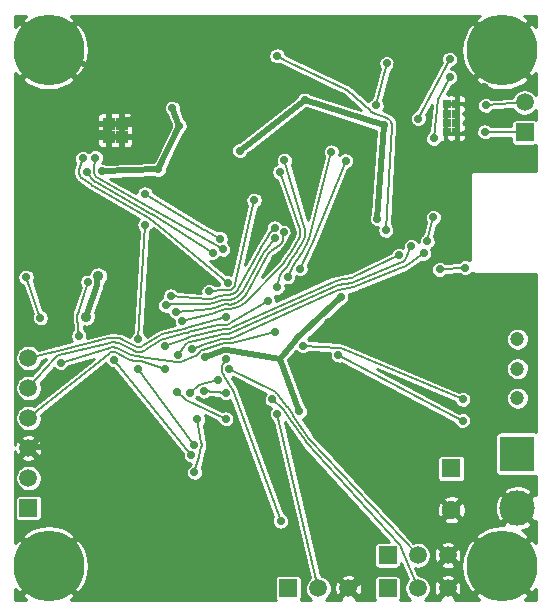
<source format=gbl>
G04 #@! TF.FileFunction,Copper,L2,Bot,Signal*
%FSLAX46Y46*%
G04 Gerber Fmt 4.6, Leading zero omitted, Abs format (unit mm)*
G04 Created by KiCad (PCBNEW 4.0.2-stable) date 18.04.2016 19:48:57*
%MOMM*%
G01*
G04 APERTURE LIST*
%ADD10C,0.100000*%
%ADD11R,1.600000X1.600000*%
%ADD12C,1.600000*%
%ADD13R,0.800000X0.800000*%
%ADD14R,1.100000X1.100000*%
%ADD15C,6.000000*%
%ADD16C,1.200000*%
%ADD17R,1.500000X1.500000*%
%ADD18C,1.500000*%
%ADD19R,3.000000X3.000000*%
%ADD20C,3.000000*%
%ADD21C,0.900000*%
%ADD22C,0.700000*%
%ADD23C,0.500000*%
%ADD24C,0.200000*%
%ADD25C,0.254000*%
G04 APERTURE END LIST*
D10*
D11*
X164400000Y-120450000D03*
D12*
X164400000Y-123950000D03*
D13*
X164800000Y-89600000D03*
X164800000Y-90400000D03*
X164800000Y-91200000D03*
X164800000Y-92000000D03*
X164000000Y-89600000D03*
X164000000Y-90400000D03*
X164000000Y-91200000D03*
X164000000Y-92000000D03*
D14*
X135400000Y-92350000D03*
X135400000Y-91250000D03*
X136500000Y-92350000D03*
X136500000Y-91250000D03*
D15*
X130300000Y-85000000D03*
X168700000Y-85000000D03*
X130300000Y-128700000D03*
X168700000Y-128700000D03*
D16*
X170000000Y-109500000D03*
X170000000Y-112000000D03*
X170000000Y-114500000D03*
D17*
X150600000Y-130600000D03*
D18*
X153140000Y-130600000D03*
X155680000Y-130600000D03*
D17*
X159000000Y-130600000D03*
D18*
X161540000Y-130600000D03*
X164080000Y-130600000D03*
D17*
X170600000Y-92000000D03*
D18*
X170600000Y-89460000D03*
D17*
X159000000Y-127800000D03*
D18*
X161540000Y-127800000D03*
X164080000Y-127800000D03*
D19*
X170000000Y-119200000D03*
D20*
X170000000Y-123800000D03*
D17*
X128600000Y-123800000D03*
D18*
X128600000Y-121260000D03*
X128600000Y-118720000D03*
X128600000Y-116180000D03*
X128600000Y-113640000D03*
X128600000Y-111100000D03*
D21*
X160170100Y-129353300D03*
X156168200Y-115833500D03*
X152998600Y-117499700D03*
X156358400Y-114344600D03*
X162337100Y-112444300D03*
X165018700Y-109560100D03*
X156118900Y-109306300D03*
X157088400Y-108723200D03*
X155763300Y-103576800D03*
X152761700Y-103383700D03*
X154070800Y-108115400D03*
X145687400Y-99279900D03*
X145997500Y-97679700D03*
X165050500Y-97450000D03*
X162958600Y-93811800D03*
X140312100Y-89057000D03*
X150357500Y-88945900D03*
X155068300Y-88975000D03*
X129162100Y-91875000D03*
X147480000Y-93963400D03*
X147506300Y-95852800D03*
X153502000Y-92982600D03*
X156035900Y-93585100D03*
X159442000Y-88952800D03*
X157693500Y-84978500D03*
X143882100Y-99584700D03*
X136987300Y-100763500D03*
X135577600Y-103716300D03*
X130717800Y-104718500D03*
X132790900Y-103199400D03*
X133173200Y-118747000D03*
X133955600Y-113417000D03*
X145049400Y-123527700D03*
X146741900Y-121381600D03*
X148042000Y-123878200D03*
X149458000Y-98520500D03*
X149575100Y-102675000D03*
X155570000Y-113108100D03*
X154716800Y-111872000D03*
X139688200Y-82544600D03*
X141489700Y-82544600D03*
X143399300Y-82472600D03*
X145128700Y-82508600D03*
X147542700Y-82472600D03*
X149560400Y-82472600D03*
X151506000Y-82472600D03*
X153199400Y-82508600D03*
X155469300Y-82544600D03*
X165341500Y-82472600D03*
X146353700Y-89318300D03*
X144732400Y-88057200D03*
X147723300Y-90845700D03*
X140978800Y-86422200D03*
X139859300Y-85357300D03*
X138494000Y-86394900D03*
X137183400Y-83691700D03*
X137183400Y-84975000D03*
X138084400Y-82527400D03*
X134316300Y-84702000D03*
X134316300Y-82708700D03*
X128827800Y-94968900D03*
X130002000Y-96334200D03*
X127899500Y-96334200D03*
X129128200Y-97972500D03*
X129046300Y-100020400D03*
X128036000Y-101440300D03*
X135736200Y-108649000D03*
X134015900Y-108758200D03*
X137292600Y-103597500D03*
X139094800Y-104143600D03*
X136145700Y-99556200D03*
X133333300Y-97562900D03*
X141443000Y-94450100D03*
X141661500Y-93303300D03*
X142316800Y-98600500D03*
X143436300Y-97672200D03*
X139204000Y-100511900D03*
X150918100Y-85330000D03*
X145156600Y-83992000D03*
X145047400Y-85466500D03*
X146849500Y-85766900D03*
X148378700Y-86094600D03*
X148324000Y-87732900D03*
X148378700Y-89098200D03*
X146494600Y-87678300D03*
X145047400Y-86722600D03*
X143600200Y-87050300D03*
X142180300Y-87296000D03*
X142262200Y-85657700D03*
X143572900Y-84292400D03*
X141443000Y-84347000D03*
X154522400Y-83691700D03*
X153539400Y-84756600D03*
X156215400Y-84975000D03*
X155095800Y-85657700D03*
X152529100Y-85958000D03*
X153894400Y-86231100D03*
X164980500Y-83773600D03*
X165226200Y-86449500D03*
X167164900Y-88279000D03*
X164980500Y-88415600D03*
X159928900Y-100157000D03*
X162222600Y-94914300D03*
X153858400Y-100714000D03*
X155887700Y-100894200D03*
X154742000Y-101824800D03*
X166018100Y-108567100D03*
X168257100Y-107993700D03*
X167219500Y-110478500D03*
X161185000Y-111953000D03*
X160393100Y-115693900D03*
X158072200Y-115803100D03*
X159601300Y-114492400D03*
X155833100Y-117359500D03*
X160447700Y-118588200D03*
X156160800Y-119462000D03*
X159328200Y-121482600D03*
X159710500Y-123612500D03*
X157744500Y-122219900D03*
X156461100Y-120991100D03*
X149307100Y-119134400D03*
X151928400Y-119926200D03*
X153566700Y-121591900D03*
X155123100Y-123394000D03*
X156625000Y-124923100D03*
X157143800Y-129838200D03*
X156597600Y-127735600D03*
X154058200Y-126643400D03*
X154658900Y-128664000D03*
X162113400Y-124267800D03*
X164188600Y-125851500D03*
X167028400Y-124377000D03*
X166946500Y-122056100D03*
X162386400Y-121946800D03*
X160666200Y-120308500D03*
X159000500Y-118615600D03*
X162823300Y-119134400D03*
X149634700Y-120690800D03*
X149716600Y-126315700D03*
X151136500Y-125578500D03*
X150453900Y-128199800D03*
X148296700Y-129783500D03*
X136937600Y-128991700D03*
X139559000Y-129073600D03*
X142999500Y-129128200D03*
X146085000Y-129046300D03*
X146440000Y-126643400D03*
X143627500Y-126698000D03*
X140678500Y-126725300D03*
X137347200Y-126725300D03*
X135818100Y-125605800D03*
X135763500Y-123093700D03*
X137511000Y-124813900D03*
X140542000Y-124677400D03*
X144119000Y-125442000D03*
X147095300Y-125087000D03*
X146057700Y-119598600D03*
X145074700Y-117987500D03*
X138603300Y-118206000D03*
X135572300Y-118260600D03*
X137401800Y-119680500D03*
X136063800Y-121455300D03*
X130657300Y-118588200D03*
X133551700Y-115803100D03*
X131831500Y-120854600D03*
X133224000Y-123312100D03*
X131285400Y-123121000D03*
X132951000Y-125742300D03*
X131968000Y-117168400D03*
X131858800Y-115011200D03*
X136746500Y-115912300D03*
X152262600Y-93245500D03*
X151974400Y-94939000D03*
X152118500Y-96920600D03*
X138535200Y-83949800D03*
X140264600Y-83841700D03*
D22*
X165587200Y-103444600D03*
X163413500Y-103603500D03*
X162350000Y-101229100D03*
X162874900Y-99200200D03*
X134816700Y-95307200D03*
X141358000Y-91433100D03*
X140776900Y-89943000D03*
X139602400Y-95128500D03*
X155043700Y-105955100D03*
X143586300Y-111014800D03*
X151539600Y-115605700D03*
D21*
X133485000Y-107609200D03*
X134515600Y-104151700D03*
D22*
X158126200Y-99292100D03*
X158709300Y-91397500D03*
X152000000Y-89246700D03*
X146485200Y-93553300D03*
X158950000Y-86160500D03*
X158026700Y-89715700D03*
X150556600Y-104224300D03*
X154236100Y-93662400D03*
X149641000Y-105128000D03*
X150271800Y-94351100D03*
X141635200Y-107982100D03*
X149900500Y-95349900D03*
X143890400Y-105462700D03*
X147700100Y-97731100D03*
X140650600Y-105853200D03*
X149441100Y-100077200D03*
X141075300Y-107174700D03*
X150250800Y-100471300D03*
X140206100Y-106636500D03*
X149504700Y-100975500D03*
X155454900Y-94399600D03*
X151598800Y-103542900D03*
X144622700Y-112932800D03*
X142264900Y-114034100D03*
X164250500Y-85802400D03*
X161602200Y-90822100D03*
X162915700Y-92510000D03*
X164250500Y-87304900D03*
X167235100Y-91956600D03*
X167312100Y-89703100D03*
X132869200Y-109233000D03*
X133627800Y-104676400D03*
X145296600Y-114045400D03*
X143474900Y-113906000D03*
X141186200Y-114006800D03*
X145300000Y-116253300D03*
X128395200Y-104249400D03*
X129595500Y-107701200D03*
X149446700Y-108900000D03*
X131340700Y-111493600D03*
X134260000Y-94131300D03*
X145037500Y-101888000D03*
X133516600Y-95354400D03*
X144185000Y-102178100D03*
X144821500Y-100990500D03*
X138458700Y-97199500D03*
X137905200Y-109508200D03*
X138472000Y-99809400D03*
X133176900Y-94203900D03*
X145454700Y-104716600D03*
X158855000Y-100284900D03*
X149643300Y-85524000D03*
X151839200Y-110058100D03*
X165382600Y-114591100D03*
X154831300Y-110878100D03*
X165351000Y-116406500D03*
X149665700Y-115841000D03*
X149230800Y-114591800D03*
X148863400Y-106281500D03*
X145317700Y-107615400D03*
X145290100Y-111217400D03*
X149952600Y-124899700D03*
X145606000Y-112060600D03*
X135800000Y-111244000D03*
X142398700Y-119330700D03*
X137912800Y-112015700D03*
X142604000Y-118438600D03*
X140197300Y-110088800D03*
X159950000Y-102403400D03*
X162048200Y-102249800D03*
X142452000Y-110347500D03*
X161010800Y-101643300D03*
X141280900Y-110809500D03*
X140184500Y-112005100D03*
X142905100Y-116284500D03*
X142646400Y-120773700D03*
D23*
X128827800Y-94968900D02*
X129162100Y-91875000D01*
X137347200Y-126725300D02*
X137511000Y-124813900D01*
X157744500Y-122219900D02*
X159328200Y-121482600D01*
X156461100Y-120991100D02*
X157744500Y-122219900D01*
X153566700Y-121591900D02*
X155123100Y-123394000D01*
X151928400Y-119926200D02*
X153566700Y-121591900D01*
X144119000Y-125442000D02*
X146440000Y-126643400D01*
X144119000Y-125442000D02*
X145049400Y-123527700D01*
X140542000Y-124677400D02*
X137511000Y-124813900D01*
X137347200Y-126725300D02*
X139559000Y-129073600D01*
X137401800Y-119680500D02*
X138603300Y-118206000D01*
X135572300Y-118260600D02*
X136746500Y-115912300D01*
X136063800Y-121455300D02*
X135763500Y-123093700D01*
X131285400Y-123121000D02*
X133224000Y-123312100D01*
X129128200Y-97972500D02*
X129046300Y-100020400D01*
X128827800Y-94968900D02*
X130002000Y-96334200D01*
X142316800Y-98600500D02*
X143436300Y-97672200D01*
X154742000Y-101824800D02*
X155887700Y-100894200D01*
X155763300Y-103576800D02*
X154742000Y-101824800D01*
X164980500Y-83773600D02*
X165226200Y-86449500D01*
X148324000Y-87732900D02*
X146353700Y-89318300D01*
X155095800Y-85657700D02*
X156215400Y-84975000D01*
X153894400Y-86231100D02*
X152529100Y-85958000D01*
X153539400Y-84756600D02*
X153894400Y-86231100D01*
X149560400Y-82472600D02*
X151506000Y-82472600D01*
X147542700Y-82472600D02*
X145156600Y-83992000D01*
X145156600Y-83992000D02*
X143572900Y-84292400D01*
X145156600Y-83992000D02*
X145128700Y-82508600D01*
X145047400Y-85466500D02*
X146849500Y-85766900D01*
X144732400Y-88057200D02*
X145047400Y-86722600D01*
X150152200Y-93559600D02*
X147480000Y-93963400D01*
X150154000Y-93559300D02*
X150152200Y-93559600D01*
X152262600Y-93245500D02*
X150154000Y-93559300D01*
X133551700Y-115803100D02*
X133173200Y-118747000D01*
X130657300Y-118588200D02*
X133173200Y-118747000D01*
X159000500Y-118615600D02*
X156168200Y-115833500D01*
X160666200Y-120308500D02*
X159000500Y-118615600D01*
X162386400Y-121946800D02*
X160666200Y-120308500D01*
X157143800Y-129838200D02*
X155680000Y-130600000D01*
X155570000Y-113108100D02*
X154716800Y-111872000D01*
X150389500Y-101787600D02*
X149575100Y-102675000D01*
X150516400Y-101626200D02*
X150549600Y-101567700D01*
X150436300Y-101736500D02*
X150516400Y-101626200D01*
X150389500Y-101787600D02*
X150436300Y-101736500D01*
X150947200Y-100866000D02*
X150549600Y-101567700D01*
X150913100Y-100003100D02*
X150822200Y-99910600D01*
X151027400Y-100237500D02*
X150913100Y-100003100D01*
X151061400Y-100496000D02*
X151027400Y-100237500D01*
X151011700Y-100751900D02*
X151061400Y-100496000D01*
X150947200Y-100866000D02*
X151011700Y-100751900D01*
X149458000Y-98520500D02*
X150822200Y-99910600D01*
X145049400Y-123527700D02*
X148042000Y-123878200D01*
X145049400Y-123527700D02*
X146741900Y-121381600D01*
X133955600Y-113417000D02*
X133551700Y-115803100D01*
X128600000Y-118720000D02*
X130657300Y-118588200D01*
X134957500Y-103367100D02*
X135577600Y-103716300D01*
X134651100Y-103254800D02*
X134542400Y-103251600D01*
X134862600Y-103313600D02*
X134651100Y-103254800D01*
X134957500Y-103367100D02*
X134862600Y-103313600D01*
X132790900Y-103199400D02*
X134542400Y-103251600D01*
X130717800Y-104718500D02*
X132790900Y-103199400D01*
X136987300Y-100763500D02*
X135577600Y-103716300D01*
X143882100Y-99584700D02*
X145687400Y-99279900D01*
X159165300Y-85389500D02*
X157693500Y-84978500D01*
X159302700Y-85427900D02*
X159165300Y-85389500D01*
X159534000Y-85594700D02*
X159302700Y-85427900D01*
X159693400Y-85831100D02*
X159534000Y-85594700D01*
X159761400Y-86108100D02*
X159693400Y-85831100D01*
X159745500Y-86249800D02*
X159761400Y-86108100D01*
X159442000Y-88952800D02*
X159745500Y-86249800D01*
X154560700Y-92930700D02*
X156035900Y-93585100D01*
X154211000Y-92853300D02*
X154092400Y-92874900D01*
X154450000Y-92881700D02*
X154211000Y-92853300D01*
X154560700Y-92930700D02*
X154450000Y-92881700D01*
X153502000Y-92982600D02*
X154092400Y-92874900D01*
X153502000Y-92982600D02*
X152262600Y-93245500D01*
X147480000Y-93963400D02*
X146576500Y-94782900D01*
X147506300Y-95852800D02*
X146576500Y-94782900D01*
X140312100Y-89057000D02*
X130300000Y-85000000D01*
X135100000Y-92050000D02*
X135400000Y-92350000D01*
X134850000Y-92050000D02*
X135100000Y-92050000D01*
X134836400Y-92049800D02*
X134850000Y-92050000D01*
X129162100Y-91875000D02*
X134836400Y-92049800D01*
X152139000Y-88458400D02*
X155068300Y-88975000D01*
X151843300Y-88455500D02*
X151749100Y-88486500D01*
X152040800Y-88441100D02*
X151843300Y-88455500D01*
X152139000Y-88458400D02*
X152040800Y-88441100D01*
X150357500Y-88945900D02*
X151749100Y-88486500D01*
X137177500Y-90915100D02*
X140312100Y-89057000D01*
X137148600Y-90932200D02*
X137177500Y-90915100D01*
X137083800Y-90950000D02*
X137148600Y-90932200D01*
X137050000Y-90950000D02*
X137083800Y-90950000D01*
X136800000Y-90950000D02*
X137050000Y-90950000D01*
X136500000Y-91250000D02*
X136800000Y-90950000D01*
X165050500Y-97450000D02*
X162958600Y-93811800D01*
X145687400Y-99279900D02*
X145997500Y-97679700D01*
X154070800Y-108115400D02*
X156118900Y-109306300D01*
X155763300Y-103576800D02*
X152761700Y-103383700D01*
X156118900Y-109306300D02*
X157088400Y-108723200D01*
X162337100Y-112444300D02*
X165018700Y-109560100D01*
X156168200Y-115833500D02*
X156358400Y-114344600D01*
X156168200Y-115833500D02*
X152998600Y-117499700D01*
X164400000Y-123950000D02*
X162386400Y-121946800D01*
X158070900Y-129436600D02*
X157143800Y-129838200D01*
X158111100Y-129419200D02*
X158070900Y-129436600D01*
X158195800Y-129400600D02*
X158111100Y-129419200D01*
X158239200Y-129399600D02*
X158195800Y-129400600D01*
X160170100Y-129353300D02*
X158239200Y-129399600D01*
X141593200Y-89264000D02*
X140312100Y-89057000D01*
X145445400Y-94042600D02*
X141593200Y-89264000D01*
X146576500Y-94782900D02*
X145445400Y-94042600D01*
D24*
X162350000Y-101229100D02*
X162874900Y-99200200D01*
X165587200Y-103444600D02*
X163413500Y-103603500D01*
D23*
X139602400Y-95128500D02*
X141358000Y-91433100D01*
X141358000Y-91433100D02*
X140776900Y-89943000D01*
X139602400Y-95128500D02*
X134816700Y-95307200D01*
X134419500Y-104794700D02*
X134515600Y-104151700D01*
X134414400Y-104829400D02*
X134419500Y-104794700D01*
X134397700Y-104898700D02*
X134414400Y-104829400D01*
X134386500Y-104931800D02*
X134397700Y-104898700D01*
X133485000Y-107609200D02*
X134386500Y-104931800D01*
X151539600Y-115605700D02*
X149888500Y-111170900D01*
X151291600Y-109474200D02*
X155043700Y-105955100D01*
X151236900Y-109530100D02*
X151220800Y-109549800D01*
X151272200Y-109492400D02*
X151236900Y-109530100D01*
X151291600Y-109474200D02*
X151272200Y-109492400D01*
X149888500Y-111170900D02*
X151220800Y-109549800D01*
X145421400Y-110427900D02*
X149888500Y-111170900D01*
X145103600Y-110431800D02*
X145003000Y-110470400D01*
X145316100Y-110410300D02*
X145103600Y-110431800D01*
X145421400Y-110427900D02*
X145316100Y-110410300D01*
X143586300Y-111014800D02*
X145003000Y-110470400D01*
X152000000Y-89246700D02*
X146485200Y-93553300D01*
X152000000Y-89246700D02*
X158709300Y-91397500D01*
X158126200Y-99292100D02*
X158709300Y-91397500D01*
D24*
X158950000Y-86160500D02*
X158026700Y-89715700D01*
X152334100Y-101010500D02*
X154236100Y-93662400D01*
X152299000Y-101146400D02*
X152334100Y-101010500D01*
X152193400Y-101408000D02*
X152299000Y-101146400D01*
X152123000Y-101532400D02*
X152193400Y-101408000D01*
X151725400Y-102234000D02*
X152123000Y-101532400D01*
X151689200Y-102297600D02*
X151725400Y-102234000D01*
X151612000Y-102417500D02*
X151689200Y-102297600D01*
X151570100Y-102475200D02*
X151612000Y-102417500D01*
X151072400Y-103160700D02*
X151570100Y-102475200D01*
X151015100Y-103253400D02*
X151000900Y-103286500D01*
X151051000Y-103190100D02*
X151015100Y-103253400D01*
X151072400Y-103160700D02*
X151051000Y-103190100D01*
X151001000Y-103286500D02*
X151000900Y-103286500D01*
X150976400Y-103341000D02*
X151001000Y-103286500D01*
X150556600Y-104224300D02*
X150976400Y-103341000D01*
X150521800Y-95157200D02*
X150271800Y-94351100D01*
X150524900Y-95167300D02*
X150521800Y-95157200D01*
X151931900Y-99979800D02*
X150524900Y-95167300D01*
X151981300Y-100148800D02*
X151931900Y-99979800D01*
X152010900Y-100500200D02*
X151981300Y-100148800D01*
X151970400Y-100847600D02*
X152010900Y-100500200D01*
X151860900Y-101182800D02*
X151970400Y-100847600D01*
X151774600Y-101334900D02*
X151860900Y-101182800D01*
X151376900Y-102036600D02*
X151774600Y-101334900D01*
X151346500Y-102090200D02*
X151376900Y-102036600D01*
X151281400Y-102191300D02*
X151346500Y-102090200D01*
X151246100Y-102239900D02*
X151281400Y-102191300D01*
X150748300Y-102925400D02*
X151246100Y-102239900D01*
X150655800Y-103075200D02*
X150632900Y-103128600D01*
X150713800Y-102973000D02*
X150655800Y-103075200D01*
X150748300Y-102925400D02*
X150713800Y-102973000D01*
X150632900Y-103128700D02*
X150632900Y-103128600D01*
X150585900Y-103238400D02*
X150632900Y-103128700D01*
X150449300Y-103433200D02*
X150585900Y-103238400D01*
X150362500Y-103514600D02*
X150449300Y-103433200D01*
X150111600Y-103749800D02*
X150362500Y-103514600D01*
X149951700Y-103968300D02*
X149928300Y-104055900D01*
X150045000Y-103812400D02*
X149951700Y-103968300D01*
X150111600Y-103749800D02*
X150045000Y-103812400D01*
X149641000Y-105128000D02*
X149928300Y-104055900D01*
X151526900Y-100027600D02*
X149900500Y-95349900D01*
X151574300Y-100164300D02*
X151526900Y-100027600D01*
X151609300Y-100450900D02*
X151574300Y-100164300D01*
X151583400Y-100736100D02*
X151609300Y-100450900D01*
X151497400Y-101011800D02*
X151583400Y-100736100D01*
X151426200Y-101137400D02*
X151497400Y-101011800D01*
X151028500Y-101839100D02*
X151426200Y-101137400D01*
X151003700Y-101882800D02*
X151028500Y-101839100D01*
X150950800Y-101965000D02*
X151003700Y-101882800D01*
X150922000Y-102004600D02*
X150950800Y-101965000D01*
X150424300Y-102690100D02*
X150922000Y-102004600D01*
X150296500Y-102896900D02*
X150264800Y-102970800D01*
X150376600Y-102755800D02*
X150296500Y-102896900D01*
X150424300Y-102690100D02*
X150376600Y-102755800D01*
X150264900Y-102970800D02*
X150264800Y-102970800D01*
X150234100Y-103042300D02*
X150264900Y-102970800D01*
X150145100Y-103169400D02*
X150234100Y-103042300D01*
X150088500Y-103222400D02*
X150145100Y-103169400D01*
X149837600Y-103457700D02*
X150088500Y-103222400D01*
X149837600Y-103457700D02*
X149805300Y-103489300D01*
X147064300Y-106291200D02*
X149805300Y-103489300D01*
X146897200Y-106461700D02*
X147064300Y-106291200D01*
X146502900Y-106723500D02*
X146897200Y-106461700D01*
X146062700Y-106897600D02*
X146502900Y-106723500D01*
X145596000Y-106976300D02*
X146062700Y-106897600D01*
X145359500Y-106966300D02*
X145596000Y-106976300D01*
X145345200Y-106965700D02*
X145359500Y-106966300D01*
X145162200Y-106981000D02*
X145103900Y-107001300D01*
X145283800Y-106963100D02*
X145162200Y-106981000D01*
X145345200Y-106965700D02*
X145283800Y-106963100D01*
X144499300Y-107211700D02*
X145103900Y-107001300D01*
X144467600Y-107222800D02*
X144499300Y-107211700D01*
X144402700Y-107242800D02*
X144467600Y-107222800D01*
X144368400Y-107252000D02*
X144402700Y-107242800D01*
X141635200Y-107982100D02*
X144368400Y-107252000D01*
X146089000Y-104860000D02*
X147700100Y-97731100D01*
X146063700Y-104971600D02*
X146089000Y-104860000D01*
X145940500Y-105163700D02*
X146063700Y-104971600D01*
X145759300Y-105302400D02*
X145940500Y-105163700D01*
X145541700Y-105371100D02*
X145759300Y-105302400D01*
X145427200Y-105366300D02*
X145541700Y-105371100D01*
X145412900Y-105365700D02*
X145427200Y-105366300D01*
X145216400Y-105365000D02*
X145152300Y-105369800D01*
X145346100Y-105362900D02*
X145216400Y-105365000D01*
X145412900Y-105365700D02*
X145346100Y-105362900D01*
X143890400Y-105462700D02*
X145152300Y-105369800D01*
X149022800Y-100538600D02*
X149441100Y-100077200D01*
X148957100Y-100622600D02*
X148939200Y-100654100D01*
X148999100Y-100564700D02*
X148957100Y-100622600D01*
X149022800Y-100538600D02*
X148999100Y-100564700D01*
X148226300Y-101908300D02*
X148939200Y-100654100D01*
X148226300Y-101908300D02*
X148220500Y-101918600D01*
X146372100Y-105228800D02*
X148220500Y-101918600D01*
X146300600Y-105356800D02*
X146372100Y-105228800D01*
X146094300Y-105562900D02*
X146300600Y-105356800D01*
X145839700Y-105705100D02*
X146094300Y-105562900D01*
X145556000Y-105772600D02*
X145839700Y-105705100D01*
X145410300Y-105766400D02*
X145556000Y-105772600D01*
X145395900Y-105765800D02*
X145410300Y-105766400D01*
X144874800Y-105809400D02*
X144710400Y-105866600D01*
X145221100Y-105758400D02*
X144874800Y-105809400D01*
X145395900Y-105765800D02*
X145221100Y-105758400D01*
X144103800Y-106077200D02*
X144710400Y-105866600D01*
X144039400Y-106099500D02*
X144103800Y-106077200D01*
X143904900Y-106116600D02*
X144039400Y-106099500D01*
X143837900Y-106111100D02*
X143904900Y-106116600D01*
X140650600Y-105853200D02*
X143837900Y-106111100D01*
X150145900Y-101085100D02*
X150250800Y-100471300D01*
X150124800Y-101208300D02*
X150145900Y-101085100D01*
X149994800Y-101421100D02*
X150124800Y-101208300D01*
X149895500Y-101495600D02*
X149994800Y-101421100D01*
X149124300Y-102075000D02*
X149895500Y-101495600D01*
X148958400Y-102240200D02*
X148919900Y-102309000D01*
X149061300Y-102122400D02*
X148958400Y-102240200D01*
X149124300Y-102075000D02*
X149061300Y-102122400D01*
X147071000Y-105619300D02*
X148919900Y-102309000D01*
X146945000Y-105844500D02*
X147071000Y-105619300D01*
X146581600Y-106207700D02*
X146945000Y-105844500D01*
X146133000Y-106458200D02*
X146581600Y-106207700D01*
X145633200Y-106577100D02*
X146133000Y-106458200D01*
X145376500Y-106566200D02*
X145633200Y-106577100D01*
X145362100Y-106565600D02*
X145376500Y-106566200D01*
X145066300Y-106590300D02*
X144972400Y-106623100D01*
X145262900Y-106561400D02*
X145066300Y-106590300D01*
X145362100Y-106565600D02*
X145262900Y-106561400D01*
X144367400Y-106833600D02*
X144972400Y-106623100D01*
X144283100Y-106862900D02*
X144367400Y-106833600D01*
X144109500Y-106900300D02*
X144283100Y-106862900D01*
X144021100Y-106908300D02*
X144109500Y-106900300D01*
X141075300Y-107174700D02*
X144021100Y-106908300D01*
X148696100Y-101931900D02*
X149504700Y-100975500D01*
X148596900Y-102065900D02*
X148570200Y-102113800D01*
X148659800Y-101974900D02*
X148596900Y-102065900D01*
X148696100Y-101931900D02*
X148659800Y-101974900D01*
X146721500Y-105424100D02*
X148570200Y-102113800D01*
X146622800Y-105600700D02*
X146721500Y-105424100D01*
X146337900Y-105885300D02*
X146622800Y-105600700D01*
X145986300Y-106081600D02*
X146337900Y-105885300D01*
X145594600Y-106174800D02*
X145986300Y-106081600D01*
X145393400Y-106166300D02*
X145594600Y-106174800D01*
X145379000Y-106165700D02*
X145393400Y-106166300D01*
X144970600Y-106199900D02*
X144841300Y-106244800D01*
X145242000Y-106159900D02*
X144970600Y-106199900D01*
X145379000Y-106165700D02*
X145242000Y-106159900D01*
X144235500Y-106455400D02*
X144841300Y-106244800D01*
X144152900Y-106484100D02*
X144235500Y-106455400D01*
X143980700Y-106513400D02*
X144152900Y-106484100D01*
X143894300Y-106513700D02*
X143980700Y-106513400D01*
X141072900Y-106524200D02*
X143894300Y-106513700D01*
X141008300Y-106527300D02*
X140987600Y-106530100D01*
X141051300Y-106524300D02*
X141008300Y-106527300D01*
X141072900Y-106524200D02*
X141051300Y-106524300D01*
X140206100Y-106636500D02*
X140987600Y-106530100D01*
X143071200Y-113395900D02*
X142264900Y-114034100D01*
X143123600Y-113354300D02*
X143071200Y-113395900D01*
X143245000Y-113293700D02*
X143123600Y-113354300D01*
X143310000Y-113276700D02*
X143245000Y-113293700D01*
X144622700Y-112932800D02*
X143310000Y-113276700D01*
X152547800Y-101584400D02*
X151598800Y-103542900D01*
X152547800Y-101584400D02*
X152617700Y-101426900D01*
X155454900Y-94399600D02*
X152617700Y-101426900D01*
X164250500Y-85802400D02*
X161602200Y-90822100D01*
X163333600Y-89060900D02*
X164250500Y-87304900D01*
X163304700Y-89137900D02*
X163301500Y-89165600D01*
X163320900Y-89085100D02*
X163304700Y-89137900D01*
X163333600Y-89060900D02*
X163320900Y-89085100D01*
X162915700Y-92510000D02*
X163301500Y-89165600D01*
X169950000Y-91956600D02*
X170600000Y-92000000D01*
X169850000Y-91956600D02*
X169950000Y-91956600D01*
X167235100Y-91956600D02*
X169850000Y-91956600D01*
X167312100Y-89703100D02*
X170600000Y-89460000D01*
X145296600Y-114045400D02*
X143474900Y-113906000D01*
X132769600Y-107382300D02*
X133627800Y-104676400D01*
X132730900Y-107598700D02*
X132737200Y-107672500D01*
X132747300Y-107452400D02*
X132730900Y-107598700D01*
X132769600Y-107382300D02*
X132747300Y-107452400D01*
X132869200Y-109233000D02*
X132737200Y-107672500D01*
X129595500Y-107701200D02*
X128395200Y-104249400D01*
X141977600Y-114617700D02*
X145300000Y-116253300D01*
X141945800Y-114602100D02*
X141977600Y-114617700D01*
X141887300Y-114564900D02*
X141945800Y-114602100D01*
X141859700Y-114543000D02*
X141887300Y-114564900D01*
X141186200Y-114006800D02*
X141859700Y-114543000D01*
X135497400Y-110240300D02*
X131340700Y-111493600D01*
X135691400Y-110181900D02*
X135497400Y-110240300D01*
X136093600Y-110217500D02*
X135691400Y-110181900D01*
X136273700Y-110308800D02*
X136093600Y-110217500D01*
X137249300Y-110803000D02*
X136273700Y-110308800D01*
X137670300Y-110948200D02*
X137817900Y-110957100D01*
X137383100Y-110870700D02*
X137670300Y-110948200D01*
X137249300Y-110803000D02*
X137383100Y-110870700D01*
X137976000Y-110966600D02*
X137817900Y-110957100D01*
X138000700Y-110968100D02*
X137976000Y-110966600D01*
X138048100Y-110973200D02*
X138000700Y-110968100D01*
X138071700Y-110976800D02*
X138048100Y-110973200D01*
X141182600Y-111452500D02*
X138071700Y-110976800D01*
X141439700Y-111446200D02*
X141519600Y-111414600D01*
X141268400Y-111465500D02*
X141439700Y-111446200D01*
X141182600Y-111452500D02*
X141268400Y-111465500D01*
X142690700Y-110952600D02*
X141519600Y-111414600D01*
X142903700Y-110823000D02*
X142956600Y-110758100D01*
X142768200Y-110922100D02*
X142903700Y-110823000D01*
X142690700Y-110952600D02*
X142768200Y-110922100D01*
X143081700Y-110604200D02*
X142956600Y-110758100D01*
X143142100Y-110530000D02*
X143081700Y-110604200D01*
X143301200Y-110422300D02*
X143142100Y-110530000D01*
X143392900Y-110393700D02*
X143301200Y-110422300D01*
X144888500Y-109927900D02*
X143392900Y-110393700D01*
X144988500Y-109896800D02*
X144888500Y-109927900D01*
X145194100Y-109866200D02*
X144988500Y-109896800D01*
X145298000Y-109866800D02*
X145194100Y-109866200D01*
X145304500Y-109866900D02*
X145298000Y-109866800D01*
X145727400Y-109833900D02*
X145866000Y-109799100D01*
X145446200Y-109867700D02*
X145727400Y-109833900D01*
X145304500Y-109866900D02*
X145446200Y-109867700D01*
X149446700Y-108900000D02*
X145866000Y-109799100D01*
X139191900Y-98549000D02*
X145037500Y-101888000D01*
X139190600Y-98548300D02*
X139191900Y-98549000D01*
X134494600Y-95872400D02*
X139190600Y-98548300D01*
X134329600Y-95778100D02*
X134494600Y-95872400D01*
X134152900Y-95442700D02*
X134329600Y-95778100D01*
X134168400Y-95254300D02*
X134152900Y-95442700D01*
X134260000Y-94131300D02*
X134168400Y-95254300D01*
X139033700Y-98921100D02*
X144185000Y-102178100D01*
X139033700Y-98921100D02*
X138992300Y-98896200D01*
X134296400Y-96220400D02*
X138992300Y-98896200D01*
X134207900Y-96169900D02*
X134296400Y-96220400D01*
X134053200Y-96036600D02*
X134207900Y-96169900D01*
X133990700Y-95957000D02*
X134053200Y-96036600D01*
X133516600Y-95354400D02*
X133990700Y-95957000D01*
X143495400Y-100227900D02*
X138458700Y-97199500D01*
X143495400Y-100227900D02*
X143508000Y-100235300D01*
X144821500Y-100990500D02*
X143508000Y-100235300D01*
X137905200Y-109508200D02*
X138472000Y-99809400D01*
X139682800Y-99934000D02*
X145454700Y-104716600D01*
X139682800Y-99934000D02*
X139667800Y-99921800D01*
X138874000Y-99298000D02*
X139667800Y-99921800D01*
X138814700Y-99256000D02*
X138794100Y-99244200D01*
X138855300Y-99283300D02*
X138814700Y-99256000D01*
X138874000Y-99298000D02*
X138855300Y-99283300D01*
X134098100Y-96568300D02*
X138794100Y-99244200D01*
X134064000Y-96548900D02*
X134098100Y-96568300D01*
X133997900Y-96506400D02*
X134064000Y-96548900D01*
X133965100Y-96482600D02*
X133997900Y-96506400D01*
X133134900Y-95881200D02*
X133965100Y-96482600D01*
X133053700Y-95822400D02*
X133134900Y-95881200D01*
X132933300Y-95659500D02*
X133053700Y-95822400D01*
X132868400Y-95468900D02*
X132933300Y-95659500D01*
X132864100Y-95267500D02*
X132868400Y-95468900D01*
X132892500Y-95170900D02*
X132864100Y-95267500D01*
X133176900Y-94203900D02*
X132892500Y-95170900D01*
X150578100Y-85999100D02*
X149643300Y-85524000D01*
X150578100Y-85999100D02*
X150594700Y-86007300D01*
X155391700Y-88297700D02*
X150594700Y-86007300D01*
X155438800Y-88320300D02*
X155391700Y-88297700D01*
X155525300Y-88377400D02*
X155438800Y-88320300D01*
X155564700Y-88412100D02*
X155525300Y-88377400D01*
X157596500Y-90203600D02*
X155564700Y-88412100D01*
X157731300Y-90297800D02*
X157781800Y-90318300D01*
X157637500Y-90239700D02*
X157731300Y-90297800D01*
X157596500Y-90203600D02*
X157637500Y-90239700D01*
X158954200Y-90794900D02*
X157781800Y-90318300D01*
X159048000Y-90832900D02*
X158954200Y-90794900D01*
X159204400Y-90963500D02*
X159048000Y-90832900D01*
X159313300Y-91135600D02*
X159204400Y-90963500D01*
X159364500Y-91332800D02*
X159313300Y-91135600D01*
X159358700Y-91434500D02*
X159364500Y-91332800D01*
X158855000Y-100284900D02*
X159358700Y-91434500D01*
X155082600Y-110278100D02*
X165382600Y-114591100D01*
X154923600Y-110231800D02*
X154867900Y-110228600D01*
X155031200Y-110256600D02*
X154923600Y-110231800D01*
X155082600Y-110278100D02*
X155031200Y-110256600D01*
X151839200Y-110058100D02*
X154867900Y-110228600D01*
X154831300Y-110878100D02*
X165351000Y-116406500D01*
X149665700Y-115841000D02*
X153140000Y-130600000D01*
X160027800Y-126935400D02*
X161540000Y-130600000D01*
X159989600Y-126866700D02*
X159972000Y-126847400D01*
X160017800Y-126911100D02*
X159989600Y-126866700D01*
X160027800Y-126935400D02*
X160017800Y-126911100D01*
X152148500Y-118275600D02*
X159972000Y-126847400D01*
X152124400Y-118249300D02*
X152148500Y-118275600D01*
X152079100Y-118193000D02*
X152124400Y-118249300D01*
X152058200Y-118163400D02*
X152079100Y-118193000D01*
X150680900Y-116211700D02*
X152058200Y-118163400D01*
X150656900Y-116176200D02*
X150680900Y-116211700D01*
X150212000Y-115487900D02*
X150656900Y-116176200D01*
X150129300Y-115382600D02*
X150095400Y-115352700D01*
X150188000Y-115450600D02*
X150129300Y-115382600D01*
X150212000Y-115487900D02*
X150188000Y-115450600D01*
X149230800Y-114591800D02*
X150095400Y-115352700D01*
X130851000Y-111065400D02*
X128600000Y-113640000D01*
X130917700Y-110989200D02*
X130851000Y-111065400D01*
X131091000Y-110884400D02*
X130917700Y-110989200D01*
X131189000Y-110861000D02*
X131091000Y-110884400D01*
X135462400Y-109836200D02*
X131189000Y-110861000D01*
X135713000Y-109776200D02*
X135462400Y-109836200D01*
X136222700Y-109835700D02*
X135713000Y-109776200D01*
X136452900Y-109951900D02*
X136222700Y-109835700D01*
X137431200Y-110446200D02*
X136452900Y-109951900D01*
X138344500Y-110472500D02*
X138459100Y-110401400D01*
X138085400Y-110552400D02*
X138344500Y-110472500D01*
X137816400Y-110564100D02*
X138085400Y-110552400D01*
X137551300Y-110507000D02*
X137816400Y-110564100D01*
X137431200Y-110446200D02*
X137551300Y-110507000D01*
X139854400Y-109536000D02*
X138459100Y-110401400D01*
X139897600Y-109509200D02*
X139854400Y-109536000D01*
X139992000Y-109469500D02*
X139897600Y-109509200D01*
X140041700Y-109457200D02*
X139992000Y-109469500D01*
X141886700Y-109002600D02*
X140041700Y-109457200D01*
X141955600Y-108983400D02*
X141978300Y-108975600D01*
X141909900Y-108996900D02*
X141955600Y-108983400D01*
X141886700Y-109002600D02*
X141909900Y-108996900D01*
X141978200Y-108975500D02*
X141978300Y-108975600D01*
X142012500Y-108963600D02*
X141978200Y-108975500D01*
X142083100Y-108943200D02*
X142012500Y-108963600D01*
X142117600Y-108935000D02*
X142083100Y-108943200D01*
X144610100Y-108345000D02*
X142117600Y-108935000D01*
X144783500Y-108304100D02*
X144610100Y-108345000D01*
X145132000Y-108264600D02*
X144783500Y-108304100D01*
X145307400Y-108265700D02*
X145132000Y-108264600D01*
X145313900Y-108265700D02*
X145307400Y-108265700D01*
X145571600Y-108220500D02*
X145647800Y-108175700D01*
X145401800Y-108266200D02*
X145571600Y-108220500D01*
X145313900Y-108265700D02*
X145401800Y-108266200D01*
X148863400Y-106281500D02*
X145647800Y-108175700D01*
X131084000Y-110474400D02*
X128600000Y-111100000D01*
X131095900Y-110471500D02*
X131084000Y-110474400D01*
X135369800Y-109447800D02*
X131095900Y-110471500D01*
X135687000Y-109371600D02*
X135369800Y-109447800D01*
X136337300Y-109446800D02*
X135687000Y-109371600D01*
X136631200Y-109594600D02*
X136337300Y-109446800D01*
X137612500Y-110089100D02*
X136631200Y-109594600D01*
X138103500Y-110150600D02*
X138248100Y-110061000D01*
X137763800Y-110165500D02*
X138103500Y-110150600D01*
X137612500Y-110089100D02*
X137763800Y-110165500D01*
X139643400Y-109195600D02*
X138248100Y-110061000D01*
X139713000Y-109152300D02*
X139643400Y-109195600D01*
X139865500Y-109088100D02*
X139713000Y-109152300D01*
X139945800Y-109068300D02*
X139865500Y-109088100D01*
X141790800Y-108613700D02*
X139945800Y-109068300D01*
X141833400Y-108601800D02*
X141847500Y-108597000D01*
X141805100Y-108610200D02*
X141833400Y-108601800D01*
X141790800Y-108613700D02*
X141805100Y-108610200D01*
X141847500Y-108596900D02*
X141847500Y-108597000D01*
X141949500Y-108565000D02*
X141847500Y-108596900D01*
X145317700Y-107615400D02*
X141949500Y-108565000D01*
X145907600Y-113822300D02*
X149952600Y-124899700D01*
X145869100Y-113735100D02*
X145853000Y-113708400D01*
X145896700Y-113792400D02*
X145869100Y-113735100D01*
X145907600Y-113822300D02*
X145896700Y-113792400D01*
X145179100Y-112595800D02*
X145853000Y-113708400D01*
X145179100Y-112595800D02*
X145165800Y-112574800D01*
X145062900Y-112418600D02*
X145165800Y-112574800D01*
X144968300Y-112275000D02*
X145062900Y-112418600D01*
X144945400Y-111933200D02*
X144968300Y-112275000D01*
X145019900Y-111778300D02*
X144945400Y-111933200D01*
X145290100Y-111217400D02*
X145019900Y-111778300D01*
X152448700Y-118010400D02*
X161540000Y-127800000D01*
X152431900Y-117992400D02*
X152448700Y-118010400D01*
X152399700Y-117952700D02*
X152431900Y-117992400D01*
X152385400Y-117932400D02*
X152399700Y-117952700D01*
X151008100Y-115980800D02*
X152385400Y-117932400D01*
X150993300Y-115958800D02*
X151008100Y-115980800D01*
X150548400Y-115270500D02*
X150993300Y-115958800D01*
X150548400Y-115270500D02*
X150507000Y-115211100D01*
X149751500Y-114202000D02*
X150507000Y-115211100D01*
X149589200Y-114043700D02*
X149520700Y-114009500D01*
X149705700Y-114140900D02*
X149589200Y-114043700D01*
X149751500Y-114202000D02*
X149705700Y-114140900D01*
X145606000Y-112060600D02*
X149520700Y-114009500D01*
X135800000Y-111244000D02*
X142398700Y-119330700D01*
X137912800Y-112015700D02*
X142604000Y-118438600D01*
X156087500Y-104253600D02*
X159950000Y-102403400D01*
X156043400Y-104274800D02*
X156087500Y-104253600D01*
X155951200Y-104305000D02*
X156043400Y-104274800D01*
X155903500Y-104314100D02*
X155951200Y-104305000D01*
X154772500Y-104529200D02*
X155903500Y-104314100D01*
X154523400Y-104597400D02*
X154444600Y-104633000D01*
X154687800Y-104545300D02*
X154523400Y-104597400D01*
X154772500Y-104529200D02*
X154687800Y-104545300D01*
X145751300Y-108572300D02*
X154444600Y-104633000D01*
X145647100Y-108619500D02*
X145751300Y-108572300D01*
X145425600Y-108666600D02*
X145647100Y-108619500D01*
X145311500Y-108666000D02*
X145425600Y-108666600D01*
X145305100Y-108665900D02*
X145311500Y-108666000D01*
X144852300Y-108699100D02*
X144702100Y-108734600D01*
X145153500Y-108665000D02*
X144852300Y-108699100D01*
X145305100Y-108665900D02*
X145153500Y-108665000D01*
X142209800Y-109324800D02*
X144702100Y-108734600D01*
X142107500Y-109353900D02*
X142074600Y-109366600D01*
X142175900Y-109332800D02*
X142107500Y-109353900D01*
X142209800Y-109324800D02*
X142175900Y-109332800D01*
X140197300Y-110088800D02*
X142074600Y-109366600D01*
X143183600Y-110044000D02*
X142452000Y-110347500D01*
X143206300Y-110034600D02*
X143183600Y-110044000D01*
X143251100Y-110018400D02*
X143206300Y-110034600D01*
X143273900Y-110011300D02*
X143251100Y-110018400D01*
X144769600Y-109545600D02*
X143273900Y-110011300D01*
X144899200Y-109505300D02*
X144769600Y-109545600D01*
X145165700Y-109465700D02*
X144899200Y-109505300D01*
X145300400Y-109466500D02*
X145165700Y-109465700D01*
X145306800Y-109466600D02*
X145300400Y-109466500D01*
X145898100Y-109384700D02*
X146081700Y-109301600D01*
X145507900Y-109467700D02*
X145898100Y-109384700D01*
X145306800Y-109466600D02*
X145507900Y-109467700D01*
X154775200Y-105362600D02*
X146081700Y-109301600D01*
X154810600Y-105346600D02*
X154775200Y-105362600D01*
X154884200Y-105323300D02*
X154810600Y-105346600D01*
X154922200Y-105316100D02*
X154884200Y-105323300D01*
X156053100Y-105101000D02*
X154922200Y-105316100D01*
X156278400Y-105042400D02*
X156351200Y-105012600D01*
X156130300Y-105086300D02*
X156278400Y-105042400D01*
X156053100Y-105101000D02*
X156130300Y-105086300D01*
X160348200Y-103376000D02*
X156351200Y-105012600D01*
X160494600Y-103303900D02*
X160540100Y-103273100D01*
X160399200Y-103355100D02*
X160494600Y-103303900D01*
X160348200Y-103376000D02*
X160399200Y-103355100D01*
X162048200Y-102249800D02*
X160540100Y-103273100D01*
X141935000Y-109952800D02*
X141280900Y-110809500D01*
X142003200Y-109863300D02*
X141935000Y-109952800D01*
X142192600Y-109740400D02*
X142003200Y-109863300D01*
X142302000Y-109714500D02*
X142192600Y-109740400D01*
X144794200Y-109124100D02*
X142302000Y-109714500D01*
X144920900Y-109094200D02*
X144794200Y-109124100D01*
X145174900Y-109065400D02*
X144920900Y-109094200D01*
X145302700Y-109066200D02*
X145174900Y-109065400D01*
X145309200Y-109066300D02*
X145302700Y-109066200D01*
X145772700Y-109002100D02*
X145916500Y-108937000D01*
X145466800Y-109067200D02*
X145772700Y-109002100D01*
X145309200Y-109066300D02*
X145466800Y-109067200D01*
X154609900Y-104997800D02*
X145916500Y-108937000D01*
X154667000Y-104971900D02*
X154609900Y-104997800D01*
X154786100Y-104934300D02*
X154667000Y-104971900D01*
X154847400Y-104922600D02*
X154786100Y-104934300D01*
X155978300Y-104707500D02*
X154847400Y-104922600D01*
X156145400Y-104664000D02*
X156199400Y-104642000D01*
X156035600Y-104696600D02*
X156145400Y-104664000D01*
X155978300Y-104707500D02*
X156035600Y-104696600D01*
X160196500Y-103005400D02*
X156199400Y-104642000D01*
X160490300Y-102786400D02*
X160542000Y-102672900D01*
X160311400Y-102958400D02*
X160490300Y-102786400D01*
X160196500Y-103005400D02*
X160311400Y-102958400D01*
X161010800Y-101643300D02*
X160542000Y-102672900D01*
X135394200Y-110737500D02*
X128600000Y-116180000D01*
X135543600Y-110618000D02*
X135394200Y-110737500D01*
X135923600Y-110578900D02*
X135543600Y-110618000D01*
X136093900Y-110665400D02*
X135923600Y-110578900D01*
X137066500Y-111159400D02*
X136093900Y-110665400D01*
X137603500Y-111345300D02*
X137793800Y-111356800D01*
X137237200Y-111246000D02*
X137603500Y-111345300D01*
X137066500Y-111159400D02*
X137237200Y-111246000D01*
X137951900Y-111366400D02*
X137793800Y-111356800D01*
X137988500Y-111368600D02*
X137951900Y-111366400D01*
X138061300Y-111381300D02*
X137988500Y-111368600D01*
X138096200Y-111391600D02*
X138061300Y-111381300D01*
X140184500Y-112005100D02*
X138096200Y-111391600D01*
X143022000Y-119517000D02*
X142646400Y-120773700D01*
X143022000Y-119517000D02*
X143032600Y-119476600D01*
X143237900Y-118584500D02*
X143032600Y-119476600D01*
X143256100Y-118394800D02*
X143245700Y-118331900D01*
X143252200Y-118522300D02*
X143256100Y-118394800D01*
X143237900Y-118584500D02*
X143252200Y-118522300D01*
X142905100Y-116284500D02*
X143245700Y-118331900D01*
D25*
G36*
X128393671Y-82132220D02*
X128380036Y-82141331D01*
X128032016Y-82552411D01*
X130300000Y-84820395D01*
X132567984Y-82552411D01*
X132219964Y-82141331D01*
X132193305Y-82127000D01*
X166803493Y-82127000D01*
X166793671Y-82132220D01*
X166780036Y-82141331D01*
X166432016Y-82552411D01*
X168700000Y-84820395D01*
X170967984Y-82552411D01*
X170619964Y-82141331D01*
X170593305Y-82127000D01*
X171548000Y-82127000D01*
X171548000Y-83071004D01*
X171147589Y-82732016D01*
X168879605Y-85000000D01*
X171147589Y-87267984D01*
X171548000Y-86928996D01*
X171548000Y-88850235D01*
X171477588Y-88744257D01*
X171321853Y-88587430D01*
X171138622Y-88463839D01*
X170934875Y-88378192D01*
X170718374Y-88333751D01*
X170497363Y-88332208D01*
X170280262Y-88373622D01*
X170075339Y-88456416D01*
X169890401Y-88577436D01*
X169732491Y-88732073D01*
X169607624Y-88914437D01*
X169545374Y-89059675D01*
X167824138Y-89186939D01*
X167777750Y-89140226D01*
X167659552Y-89060501D01*
X167528120Y-89005252D01*
X167388460Y-88976584D01*
X167245891Y-88975589D01*
X167105844Y-89002304D01*
X166973654Y-89055712D01*
X166854355Y-89133780D01*
X166752491Y-89233532D01*
X166671942Y-89351170D01*
X166615777Y-89482213D01*
X166586135Y-89621670D01*
X166584144Y-89764228D01*
X166609881Y-89904458D01*
X166662365Y-90037018D01*
X166739598Y-90156860D01*
X166838637Y-90259417D01*
X166955710Y-90340785D01*
X167086358Y-90397864D01*
X167225604Y-90428479D01*
X167368145Y-90431465D01*
X167508551Y-90406708D01*
X167641474Y-90355150D01*
X167761852Y-90278756D01*
X167865099Y-90180436D01*
X167894810Y-90138317D01*
X169614389Y-90011175D01*
X169712504Y-90163421D01*
X169866035Y-90322406D01*
X170047522Y-90448543D01*
X170250053Y-90537027D01*
X170465913Y-90584487D01*
X170686881Y-90589115D01*
X170904539Y-90550736D01*
X171110598Y-90470811D01*
X171297208Y-90352385D01*
X171457261Y-90199968D01*
X171548000Y-90071338D01*
X171548000Y-90927853D01*
X171455538Y-90886174D01*
X171350000Y-90871176D01*
X169850000Y-90871176D01*
X169789964Y-90875963D01*
X169688137Y-90907497D01*
X169599126Y-90966151D01*
X169529980Y-91047281D01*
X169486174Y-91144462D01*
X169471176Y-91250000D01*
X169471176Y-91479600D01*
X167786026Y-91479600D01*
X167700750Y-91393726D01*
X167582552Y-91314001D01*
X167451120Y-91258752D01*
X167311460Y-91230084D01*
X167168891Y-91229089D01*
X167028844Y-91255804D01*
X166896654Y-91309212D01*
X166777355Y-91387280D01*
X166675491Y-91487032D01*
X166594942Y-91604670D01*
X166538777Y-91735713D01*
X166509135Y-91875170D01*
X166507144Y-92017728D01*
X166532881Y-92157958D01*
X166585365Y-92290518D01*
X166662598Y-92410360D01*
X166761637Y-92512917D01*
X166878710Y-92594285D01*
X167009358Y-92651364D01*
X167148604Y-92681979D01*
X167291145Y-92684965D01*
X167431551Y-92660208D01*
X167564474Y-92608650D01*
X167684852Y-92532256D01*
X167788099Y-92433936D01*
X167788336Y-92433600D01*
X169471176Y-92433600D01*
X169471176Y-92750000D01*
X169475963Y-92810036D01*
X169507497Y-92911863D01*
X169566151Y-93000874D01*
X169647281Y-93070020D01*
X169744462Y-93113826D01*
X169850000Y-93128824D01*
X171350000Y-93128824D01*
X171410036Y-93124037D01*
X171511863Y-93092503D01*
X171548000Y-93068690D01*
X171548000Y-95248000D01*
X166400000Y-95248000D01*
X166357655Y-95252152D01*
X166315304Y-95256006D01*
X166313784Y-95256453D01*
X166312206Y-95256608D01*
X166271442Y-95268915D01*
X166230678Y-95280913D01*
X166229275Y-95281646D01*
X166227756Y-95282105D01*
X166190177Y-95302086D01*
X166152501Y-95321783D01*
X166151265Y-95322776D01*
X166149867Y-95323520D01*
X166116924Y-95350387D01*
X166083752Y-95377058D01*
X166082733Y-95378273D01*
X166081505Y-95379274D01*
X166054385Y-95412057D01*
X166027049Y-95444635D01*
X166026286Y-95446023D01*
X166025275Y-95447245D01*
X166005040Y-95484669D01*
X165984551Y-95521938D01*
X165984072Y-95523449D01*
X165983318Y-95524843D01*
X165970748Y-95565450D01*
X165957877Y-95606024D01*
X165957700Y-95607601D01*
X165957232Y-95609113D01*
X165952788Y-95651395D01*
X165948044Y-95693689D01*
X165948023Y-95696732D01*
X165948011Y-95696844D01*
X165948021Y-95696956D01*
X165948000Y-95700000D01*
X165948000Y-102811004D01*
X165934652Y-102802001D01*
X165803220Y-102746752D01*
X165663560Y-102718084D01*
X165520991Y-102717089D01*
X165380944Y-102743804D01*
X165248754Y-102797212D01*
X165129455Y-102875280D01*
X165027591Y-102975032D01*
X165004379Y-103008932D01*
X163925961Y-103087765D01*
X163879150Y-103040626D01*
X163760952Y-102960901D01*
X163629520Y-102905652D01*
X163489860Y-102876984D01*
X163347291Y-102875989D01*
X163207244Y-102902704D01*
X163075054Y-102956112D01*
X162955755Y-103034180D01*
X162853891Y-103133932D01*
X162773342Y-103251570D01*
X162717177Y-103382613D01*
X162687535Y-103522070D01*
X162685544Y-103664628D01*
X162711281Y-103804858D01*
X162763765Y-103937418D01*
X162840998Y-104057260D01*
X162940037Y-104159817D01*
X163057110Y-104241185D01*
X163187758Y-104298264D01*
X163327004Y-104328879D01*
X163469545Y-104331865D01*
X163609951Y-104307108D01*
X163742874Y-104255550D01*
X163863252Y-104179156D01*
X163966499Y-104080836D01*
X163995869Y-104039201D01*
X165074559Y-103960348D01*
X165113737Y-104000917D01*
X165230810Y-104082285D01*
X165361458Y-104139364D01*
X165500704Y-104169979D01*
X165643245Y-104172965D01*
X165783651Y-104148208D01*
X165916574Y-104096650D01*
X166036952Y-104020256D01*
X166140199Y-103921936D01*
X166166253Y-103885002D01*
X166184669Y-103894960D01*
X166221938Y-103915449D01*
X166223449Y-103915928D01*
X166224843Y-103916682D01*
X166265450Y-103929252D01*
X166306024Y-103942123D01*
X166307601Y-103942300D01*
X166309113Y-103942768D01*
X166351395Y-103947212D01*
X166393689Y-103951956D01*
X166396732Y-103951977D01*
X166396844Y-103951989D01*
X166396956Y-103951979D01*
X166400000Y-103952000D01*
X171548000Y-103952000D01*
X171548000Y-117327997D01*
X171500000Y-117321176D01*
X168500000Y-117321176D01*
X168439964Y-117325963D01*
X168338137Y-117357497D01*
X168249126Y-117416151D01*
X168179980Y-117497281D01*
X168136174Y-117594462D01*
X168121176Y-117700000D01*
X168121176Y-120700000D01*
X168125963Y-120760036D01*
X168157497Y-120861863D01*
X168216151Y-120950874D01*
X168297281Y-121020020D01*
X168394462Y-121063826D01*
X168500000Y-121078824D01*
X171500000Y-121078824D01*
X171548000Y-121074997D01*
X171548000Y-122708505D01*
X171380386Y-122599219D01*
X170179605Y-123800000D01*
X171380386Y-125000781D01*
X171548000Y-124891495D01*
X171548000Y-126771004D01*
X171147589Y-126432016D01*
X168879605Y-128700000D01*
X171147589Y-130967984D01*
X171548000Y-130628996D01*
X171548000Y-131548000D01*
X170628996Y-131548000D01*
X170967984Y-131147589D01*
X168700000Y-128879605D01*
X166432016Y-131147589D01*
X166771004Y-131548000D01*
X164701747Y-131548000D01*
X164745687Y-131445292D01*
X164080000Y-130779605D01*
X163414313Y-131445292D01*
X163458253Y-131548000D01*
X162149573Y-131548000D01*
X162237208Y-131492385D01*
X162397261Y-131339968D01*
X162524662Y-131159366D01*
X162614557Y-130957458D01*
X162663523Y-130741934D01*
X162664377Y-130680738D01*
X162900064Y-130680738D01*
X162938488Y-130909380D01*
X163020779Y-131126133D01*
X163054064Y-131188405D01*
X163234708Y-131265687D01*
X163900395Y-130600000D01*
X164259605Y-130600000D01*
X164925292Y-131265687D01*
X165105936Y-131188405D01*
X165201015Y-130976949D01*
X165253014Y-130751008D01*
X165259936Y-130519262D01*
X165221512Y-130290620D01*
X165139221Y-130073867D01*
X165105936Y-130011595D01*
X164925292Y-129934313D01*
X164259605Y-130600000D01*
X163900395Y-130600000D01*
X163234708Y-129934313D01*
X163054064Y-130011595D01*
X162958985Y-130223051D01*
X162906986Y-130448992D01*
X162900064Y-130680738D01*
X162664377Y-130680738D01*
X162667048Y-130489492D01*
X162624119Y-130272685D01*
X162539897Y-130068346D01*
X162417588Y-129884257D01*
X162288942Y-129754708D01*
X163414313Y-129754708D01*
X164080000Y-130420395D01*
X164745687Y-129754708D01*
X164668405Y-129574064D01*
X164456949Y-129478985D01*
X164231008Y-129426986D01*
X163999262Y-129420064D01*
X163770620Y-129458488D01*
X163553867Y-129540779D01*
X163491595Y-129574064D01*
X163414313Y-129754708D01*
X162288942Y-129754708D01*
X162261853Y-129727430D01*
X162078622Y-129603839D01*
X161874875Y-129518192D01*
X161658374Y-129473751D01*
X161591075Y-129473281D01*
X161360494Y-128914501D01*
X161405913Y-128924487D01*
X161626881Y-128929115D01*
X161844539Y-128890736D01*
X162050598Y-128810811D01*
X162237208Y-128692385D01*
X162286660Y-128645292D01*
X163414313Y-128645292D01*
X163491595Y-128825936D01*
X163703051Y-128921015D01*
X163928992Y-128973014D01*
X164160738Y-128979936D01*
X164389380Y-128941512D01*
X164606133Y-128859221D01*
X164668405Y-128825936D01*
X164725789Y-128691801D01*
X165256429Y-128691801D01*
X165320996Y-129363766D01*
X165515417Y-130010223D01*
X165832220Y-130606329D01*
X165841331Y-130619964D01*
X166252411Y-130967984D01*
X168520395Y-128700000D01*
X166252411Y-126432016D01*
X165841331Y-126780036D01*
X165521693Y-127374627D01*
X165324196Y-128020151D01*
X165256429Y-128691801D01*
X164725789Y-128691801D01*
X164745687Y-128645292D01*
X164080000Y-127979605D01*
X163414313Y-128645292D01*
X162286660Y-128645292D01*
X162397261Y-128539968D01*
X162524662Y-128359366D01*
X162614557Y-128157458D01*
X162663523Y-127941934D01*
X162664377Y-127880738D01*
X162900064Y-127880738D01*
X162938488Y-128109380D01*
X163020779Y-128326133D01*
X163054064Y-128388405D01*
X163234708Y-128465687D01*
X163900395Y-127800000D01*
X164259605Y-127800000D01*
X164925292Y-128465687D01*
X165105936Y-128388405D01*
X165201015Y-128176949D01*
X165253014Y-127951008D01*
X165259936Y-127719262D01*
X165221512Y-127490620D01*
X165139221Y-127273867D01*
X165105936Y-127211595D01*
X164925292Y-127134313D01*
X164259605Y-127800000D01*
X163900395Y-127800000D01*
X163234708Y-127134313D01*
X163054064Y-127211595D01*
X162958985Y-127423051D01*
X162906986Y-127648992D01*
X162900064Y-127880738D01*
X162664377Y-127880738D01*
X162667048Y-127689492D01*
X162624119Y-127472685D01*
X162539897Y-127268346D01*
X162417588Y-127084257D01*
X162288942Y-126954708D01*
X163414313Y-126954708D01*
X164080000Y-127620395D01*
X164745687Y-126954708D01*
X164668405Y-126774064D01*
X164456949Y-126678985D01*
X164231008Y-126626986D01*
X163999262Y-126620064D01*
X163770620Y-126658488D01*
X163553867Y-126740779D01*
X163491595Y-126774064D01*
X163414313Y-126954708D01*
X162288942Y-126954708D01*
X162261853Y-126927430D01*
X162078622Y-126803839D01*
X161874875Y-126718192D01*
X161658374Y-126673751D01*
X161437363Y-126672208D01*
X161220262Y-126713622D01*
X161192497Y-126724840D01*
X160753767Y-126252411D01*
X166432016Y-126252411D01*
X168700000Y-128520395D01*
X170967984Y-126252411D01*
X170619964Y-125841331D01*
X170353050Y-125697844D01*
X170427692Y-125688500D01*
X170787902Y-125568774D01*
X171032947Y-125437795D01*
X171200781Y-125180386D01*
X170000000Y-123979605D01*
X168799219Y-125180386D01*
X168858701Y-125271614D01*
X168708199Y-125256429D01*
X168036234Y-125320996D01*
X167389777Y-125515417D01*
X166793671Y-125832220D01*
X166780036Y-125841331D01*
X166432016Y-126252411D01*
X160753767Y-126252411D01*
X159433800Y-124831057D01*
X163698548Y-124831057D01*
X163781897Y-125016810D01*
X164001899Y-125116897D01*
X164237199Y-125172141D01*
X164478755Y-125180419D01*
X164717285Y-125141412D01*
X164943622Y-125056620D01*
X165018103Y-125016810D01*
X165101452Y-124831057D01*
X164400000Y-124129605D01*
X163698548Y-124831057D01*
X159433800Y-124831057D01*
X158688727Y-124028755D01*
X163169581Y-124028755D01*
X163208588Y-124267285D01*
X163293380Y-124493622D01*
X163333190Y-124568103D01*
X163518943Y-124651452D01*
X164220395Y-123950000D01*
X164579605Y-123950000D01*
X165281057Y-124651452D01*
X165466810Y-124568103D01*
X165566897Y-124348101D01*
X165622141Y-124112801D01*
X165630419Y-123871245D01*
X165627116Y-123851046D01*
X168064349Y-123851046D01*
X168111500Y-124227692D01*
X168231226Y-124587902D01*
X168362205Y-124832947D01*
X168619614Y-125000781D01*
X169820395Y-123800000D01*
X168619614Y-122599219D01*
X168362205Y-122767053D01*
X168192157Y-123106419D01*
X168091584Y-123472438D01*
X168064349Y-123851046D01*
X165627116Y-123851046D01*
X165591412Y-123632715D01*
X165506620Y-123406378D01*
X165466810Y-123331897D01*
X165281057Y-123248548D01*
X164579605Y-123950000D01*
X164220395Y-123950000D01*
X163518943Y-123248548D01*
X163333190Y-123331897D01*
X163233103Y-123551899D01*
X163177859Y-123787199D01*
X163169581Y-124028755D01*
X158688727Y-124028755D01*
X157797380Y-123068943D01*
X163698548Y-123068943D01*
X164400000Y-123770395D01*
X165101452Y-123068943D01*
X165018103Y-122883190D01*
X164798101Y-122783103D01*
X164562801Y-122727859D01*
X164321245Y-122719581D01*
X164082715Y-122758588D01*
X163856378Y-122843380D01*
X163781897Y-122883190D01*
X163698548Y-123068943D01*
X157797380Y-123068943D01*
X157194368Y-122419614D01*
X168799219Y-122419614D01*
X170000000Y-123620395D01*
X171200781Y-122419614D01*
X171032947Y-122162205D01*
X170693581Y-121992157D01*
X170327562Y-121891584D01*
X169948954Y-121864349D01*
X169572308Y-121911500D01*
X169212098Y-122031226D01*
X168967053Y-122162205D01*
X168799219Y-122419614D01*
X157194368Y-122419614D01*
X154622312Y-119650000D01*
X163221176Y-119650000D01*
X163221176Y-121250000D01*
X163225963Y-121310036D01*
X163257497Y-121411863D01*
X163316151Y-121500874D01*
X163397281Y-121570020D01*
X163494462Y-121613826D01*
X163600000Y-121628824D01*
X165200000Y-121628824D01*
X165260036Y-121624037D01*
X165361863Y-121592503D01*
X165450874Y-121533849D01*
X165520020Y-121452719D01*
X165563826Y-121355538D01*
X165578824Y-121250000D01*
X165578824Y-119650000D01*
X165574037Y-119589964D01*
X165542503Y-119488137D01*
X165483849Y-119399126D01*
X165402719Y-119329980D01*
X165305538Y-119286174D01*
X165200000Y-119271176D01*
X163600000Y-119271176D01*
X163539964Y-119275963D01*
X163438137Y-119307497D01*
X163349126Y-119366151D01*
X163279980Y-119447281D01*
X163236174Y-119544462D01*
X163221176Y-119650000D01*
X154622312Y-119650000D01*
X152798225Y-117685806D01*
X152798175Y-117685762D01*
X152797413Y-117684934D01*
X152791920Y-117679049D01*
X152780356Y-117664791D01*
X152775360Y-117657699D01*
X152775341Y-117657677D01*
X152775122Y-117657362D01*
X151804912Y-116282598D01*
X151868974Y-116257750D01*
X151989352Y-116181356D01*
X152092599Y-116083036D01*
X152174782Y-115966533D01*
X152232771Y-115836287D01*
X152264358Y-115697258D01*
X152266632Y-115534414D01*
X152238939Y-115394557D01*
X152184609Y-115262743D01*
X152105711Y-115143991D01*
X152005250Y-115042826D01*
X151997016Y-115037272D01*
X150601983Y-111290261D01*
X151255716Y-110494819D01*
X151266698Y-110511860D01*
X151365737Y-110614417D01*
X151482810Y-110695785D01*
X151613458Y-110752864D01*
X151752704Y-110783479D01*
X151895245Y-110786465D01*
X152035651Y-110761708D01*
X152168574Y-110710150D01*
X152288952Y-110633756D01*
X152360917Y-110565225D01*
X154133321Y-110665002D01*
X154105335Y-110796670D01*
X154103344Y-110939228D01*
X154129081Y-111079458D01*
X154181565Y-111212018D01*
X154258798Y-111331860D01*
X154357837Y-111434417D01*
X154474910Y-111515785D01*
X154605558Y-111572864D01*
X154744804Y-111603479D01*
X154887345Y-111606465D01*
X155027751Y-111581708D01*
X155095091Y-111555588D01*
X164642375Y-116572956D01*
X164648781Y-116607858D01*
X164701265Y-116740418D01*
X164778498Y-116860260D01*
X164877537Y-116962817D01*
X164994610Y-117044185D01*
X165125258Y-117101264D01*
X165264504Y-117131879D01*
X165407045Y-117134865D01*
X165547451Y-117110108D01*
X165680374Y-117058550D01*
X165800752Y-116982156D01*
X165903999Y-116883836D01*
X165986182Y-116767333D01*
X166044171Y-116637087D01*
X166075758Y-116498058D01*
X166078032Y-116335214D01*
X166050339Y-116195357D01*
X165996009Y-116063543D01*
X165917111Y-115944791D01*
X165816650Y-115843626D01*
X165698452Y-115763901D01*
X165567020Y-115708652D01*
X165427360Y-115679984D01*
X165284791Y-115678989D01*
X165144744Y-115705704D01*
X165087142Y-115728977D01*
X158115866Y-112065374D01*
X164690693Y-114818504D01*
X164732865Y-114925018D01*
X164810098Y-115044860D01*
X164909137Y-115147417D01*
X165026210Y-115228785D01*
X165156858Y-115285864D01*
X165296104Y-115316479D01*
X165438645Y-115319465D01*
X165579051Y-115294708D01*
X165711974Y-115243150D01*
X165832352Y-115166756D01*
X165935599Y-115068436D01*
X166017782Y-114951933D01*
X166075771Y-114821687D01*
X166107358Y-114682658D01*
X166108761Y-114582149D01*
X169021716Y-114582149D01*
X169056303Y-114770601D01*
X169126836Y-114948745D01*
X169230627Y-115109798D01*
X169363723Y-115247623D01*
X169521055Y-115356971D01*
X169696630Y-115433678D01*
X169883760Y-115474821D01*
X170075317Y-115478834D01*
X170264006Y-115445563D01*
X170442639Y-115376276D01*
X170604411Y-115273611D01*
X170743162Y-115141481D01*
X170853607Y-114984916D01*
X170931537Y-114809881D01*
X170973986Y-114623043D01*
X170977042Y-114404200D01*
X170939826Y-114216250D01*
X170866813Y-114039107D01*
X170760784Y-113879520D01*
X170625776Y-113743566D01*
X170466933Y-113636425D01*
X170290305Y-113562177D01*
X170102618Y-113523651D01*
X169911024Y-113522313D01*
X169722818Y-113558216D01*
X169545170Y-113629990D01*
X169384846Y-113734903D01*
X169247953Y-113868958D01*
X169139706Y-114027049D01*
X169064227Y-114203155D01*
X169024391Y-114390568D01*
X169021716Y-114582149D01*
X166108761Y-114582149D01*
X166109632Y-114519814D01*
X166081939Y-114379957D01*
X166027609Y-114248143D01*
X165948711Y-114129391D01*
X165848250Y-114028226D01*
X165730052Y-113948501D01*
X165598620Y-113893252D01*
X165458960Y-113864584D01*
X165316391Y-113863589D01*
X165176344Y-113890304D01*
X165058086Y-113938083D01*
X160625877Y-112082149D01*
X169021716Y-112082149D01*
X169056303Y-112270601D01*
X169126836Y-112448745D01*
X169230627Y-112609798D01*
X169363723Y-112747623D01*
X169521055Y-112856971D01*
X169696630Y-112933678D01*
X169883760Y-112974821D01*
X170075317Y-112978834D01*
X170264006Y-112945563D01*
X170442639Y-112876276D01*
X170604411Y-112773611D01*
X170743162Y-112641481D01*
X170853607Y-112484916D01*
X170931537Y-112309881D01*
X170973986Y-112123043D01*
X170977042Y-111904200D01*
X170939826Y-111716250D01*
X170866813Y-111539107D01*
X170760784Y-111379520D01*
X170625776Y-111243566D01*
X170466933Y-111136425D01*
X170290305Y-111062177D01*
X170102618Y-111023651D01*
X169911024Y-111022313D01*
X169722818Y-111058216D01*
X169545170Y-111129990D01*
X169384846Y-111234903D01*
X169247953Y-111368958D01*
X169139706Y-111527049D01*
X169064227Y-111703155D01*
X169024391Y-111890568D01*
X169021716Y-112082149D01*
X160625877Y-112082149D01*
X155266838Y-109838117D01*
X155266829Y-109838114D01*
X155266669Y-109838046D01*
X155215269Y-109816546D01*
X155179809Y-109805638D01*
X155144811Y-109793327D01*
X155138332Y-109791786D01*
X155030732Y-109766986D01*
X154994053Y-109762236D01*
X154957605Y-109756013D01*
X154950959Y-109755585D01*
X154895259Y-109752385D01*
X154895223Y-109752386D01*
X154894710Y-109752354D01*
X152416232Y-109612829D01*
X152405311Y-109596391D01*
X152391169Y-109582149D01*
X169021716Y-109582149D01*
X169056303Y-109770601D01*
X169126836Y-109948745D01*
X169230627Y-110109798D01*
X169363723Y-110247623D01*
X169521055Y-110356971D01*
X169696630Y-110433678D01*
X169883760Y-110474821D01*
X170075317Y-110478834D01*
X170264006Y-110445563D01*
X170442639Y-110376276D01*
X170604411Y-110273611D01*
X170743162Y-110141481D01*
X170853607Y-109984916D01*
X170931537Y-109809881D01*
X170973986Y-109623043D01*
X170977042Y-109404200D01*
X170939826Y-109216250D01*
X170866813Y-109039107D01*
X170760784Y-108879520D01*
X170625776Y-108743566D01*
X170466933Y-108636425D01*
X170290305Y-108562177D01*
X170102618Y-108523651D01*
X169911024Y-108522313D01*
X169722818Y-108558216D01*
X169545170Y-108629990D01*
X169384846Y-108734903D01*
X169247953Y-108868958D01*
X169139706Y-109027049D01*
X169064227Y-109203155D01*
X169024391Y-109390568D01*
X169021716Y-109582149D01*
X152391169Y-109582149D01*
X152304850Y-109495226D01*
X152235554Y-109448485D01*
X155203072Y-106665246D01*
X155240151Y-106658708D01*
X155373074Y-106607150D01*
X155493452Y-106530756D01*
X155596699Y-106432436D01*
X155678882Y-106315933D01*
X155736871Y-106185687D01*
X155768458Y-106046658D01*
X155770732Y-105883814D01*
X155743039Y-105743957D01*
X155705418Y-105652682D01*
X156142229Y-105569599D01*
X156142233Y-105569598D01*
X156142325Y-105569581D01*
X156219524Y-105554881D01*
X156239235Y-105549087D01*
X156259464Y-105545480D01*
X156265863Y-105543631D01*
X156413962Y-105499731D01*
X156433071Y-105491968D01*
X156452921Y-105486328D01*
X156459102Y-105483847D01*
X156531902Y-105454047D01*
X156531905Y-105454046D01*
X156531946Y-105454029D01*
X160528946Y-103817429D01*
X160528949Y-103817427D01*
X160529077Y-103817376D01*
X160580077Y-103796476D01*
X160599004Y-103786462D01*
X160618877Y-103778504D01*
X160624767Y-103775396D01*
X160720167Y-103724196D01*
X160737732Y-103712428D01*
X160756449Y-103702603D01*
X160761990Y-103698908D01*
X160807490Y-103668108D01*
X160807514Y-103668088D01*
X160807927Y-103667812D01*
X161861252Y-102953093D01*
X161961704Y-102975179D01*
X162104245Y-102978165D01*
X162244651Y-102953408D01*
X162377574Y-102901850D01*
X162497952Y-102825456D01*
X162601199Y-102727136D01*
X162683382Y-102610633D01*
X162741371Y-102480387D01*
X162772958Y-102341358D01*
X162775232Y-102178514D01*
X162747539Y-102038657D01*
X162693209Y-101906843D01*
X162676802Y-101882148D01*
X162679374Y-101881150D01*
X162799752Y-101804756D01*
X162902999Y-101706436D01*
X162985182Y-101589933D01*
X163043171Y-101459687D01*
X163074758Y-101320658D01*
X163077032Y-101157814D01*
X163049339Y-101017957D01*
X162995009Y-100886143D01*
X162949250Y-100817270D01*
X163198314Y-99854562D01*
X163204274Y-99852250D01*
X163324652Y-99775856D01*
X163427899Y-99677536D01*
X163510082Y-99561033D01*
X163568071Y-99430787D01*
X163599658Y-99291758D01*
X163601932Y-99128914D01*
X163574239Y-98989057D01*
X163519909Y-98857243D01*
X163441011Y-98738491D01*
X163340550Y-98637326D01*
X163222352Y-98557601D01*
X163090920Y-98502352D01*
X162951260Y-98473684D01*
X162808691Y-98472689D01*
X162668644Y-98499404D01*
X162536454Y-98552812D01*
X162417155Y-98630880D01*
X162315291Y-98730632D01*
X162234742Y-98848270D01*
X162178577Y-98979313D01*
X162148935Y-99118770D01*
X162146944Y-99261328D01*
X162172681Y-99401558D01*
X162225165Y-99534118D01*
X162275571Y-99612333D01*
X162026326Y-100575744D01*
X162011554Y-100581712D01*
X161892255Y-100659780D01*
X161790391Y-100759532D01*
X161709842Y-100877170D01*
X161653677Y-101008213D01*
X161624035Y-101147670D01*
X161622601Y-101250360D01*
X161576911Y-101181591D01*
X161476450Y-101080426D01*
X161358252Y-101000701D01*
X161226820Y-100945452D01*
X161087160Y-100916784D01*
X160944591Y-100915789D01*
X160804544Y-100942504D01*
X160672354Y-100995912D01*
X160553055Y-101073980D01*
X160451191Y-101173732D01*
X160370642Y-101291370D01*
X160314477Y-101422413D01*
X160284835Y-101561870D01*
X160282844Y-101704428D01*
X160292834Y-101758860D01*
X160166020Y-101705552D01*
X160026360Y-101676884D01*
X159883791Y-101675889D01*
X159743744Y-101702604D01*
X159611554Y-101756012D01*
X159492255Y-101834080D01*
X159390391Y-101933832D01*
X159309842Y-102051470D01*
X159253677Y-102182513D01*
X159247634Y-102210943D01*
X155881431Y-103823409D01*
X155881401Y-103823427D01*
X155880834Y-103823695D01*
X155865054Y-103831281D01*
X155831783Y-103842179D01*
X155814387Y-103845498D01*
X155814379Y-103845499D01*
X154683379Y-104060599D01*
X154683370Y-104060602D01*
X154598725Y-104076691D01*
X154574668Y-104083754D01*
X154550060Y-104088619D01*
X154543697Y-104090588D01*
X154379297Y-104142688D01*
X154356601Y-104152408D01*
X154333102Y-104160003D01*
X154327014Y-104162703D01*
X154248214Y-104198303D01*
X154248186Y-104198319D01*
X154247721Y-104198526D01*
X149589045Y-106309568D01*
X149590432Y-106210214D01*
X149562739Y-106070357D01*
X149508409Y-105938543D01*
X149434262Y-105826942D01*
X149554504Y-105853379D01*
X149697045Y-105856365D01*
X149837451Y-105831608D01*
X149970374Y-105780050D01*
X150090752Y-105703656D01*
X150193999Y-105605336D01*
X150276182Y-105488833D01*
X150334171Y-105358587D01*
X150365758Y-105219558D01*
X150368032Y-105056714D01*
X150341227Y-104921344D01*
X150470104Y-104949679D01*
X150612645Y-104952665D01*
X150753051Y-104927908D01*
X150885974Y-104876350D01*
X151006352Y-104799956D01*
X151109599Y-104701636D01*
X151191782Y-104585133D01*
X151249771Y-104454887D01*
X151281358Y-104315858D01*
X151282999Y-104198318D01*
X151373058Y-104237664D01*
X151512304Y-104268279D01*
X151654845Y-104271265D01*
X151795251Y-104246508D01*
X151928174Y-104194950D01*
X152048552Y-104118556D01*
X152151799Y-104020236D01*
X152233982Y-103903733D01*
X152291971Y-103773487D01*
X152323558Y-103634458D01*
X152325832Y-103471614D01*
X152298139Y-103331757D01*
X152267352Y-103257063D01*
X152977061Y-101792400D01*
X152978681Y-101788010D01*
X152981047Y-101783966D01*
X152983791Y-101777897D01*
X153053691Y-101620397D01*
X153055196Y-101615853D01*
X153057475Y-101611637D01*
X153060011Y-101605478D01*
X155691528Y-95087624D01*
X155784274Y-95051650D01*
X155904652Y-94975256D01*
X156007899Y-94876936D01*
X156090082Y-94760433D01*
X156148071Y-94630187D01*
X156179658Y-94491158D01*
X156181932Y-94328314D01*
X156154239Y-94188457D01*
X156099909Y-94056643D01*
X156021011Y-93937891D01*
X155920550Y-93836726D01*
X155802352Y-93757001D01*
X155670920Y-93701752D01*
X155531260Y-93673084D01*
X155388691Y-93672089D01*
X155248644Y-93698804D01*
X155116454Y-93752212D01*
X154997155Y-93830280D01*
X154926295Y-93899671D01*
X154929271Y-93892987D01*
X154960858Y-93753958D01*
X154963132Y-93591114D01*
X154935439Y-93451257D01*
X154881109Y-93319443D01*
X154802211Y-93200691D01*
X154701750Y-93099526D01*
X154583552Y-93019801D01*
X154452120Y-92964552D01*
X154312460Y-92935884D01*
X154169891Y-92934889D01*
X154029844Y-92961604D01*
X153897654Y-93015012D01*
X153778355Y-93093080D01*
X153676491Y-93192832D01*
X153595942Y-93310470D01*
X153539777Y-93441513D01*
X153510135Y-93580970D01*
X153508144Y-93723528D01*
X153533881Y-93863758D01*
X153586365Y-93996318D01*
X153636722Y-94074457D01*
X152258767Y-99397986D01*
X150982734Y-95033446D01*
X150982727Y-95033429D01*
X150980904Y-95027338D01*
X150977804Y-95017238D01*
X150977776Y-95017170D01*
X150977393Y-95015905D01*
X150890408Y-94735429D01*
X150906982Y-94711933D01*
X150964971Y-94581687D01*
X150996558Y-94442658D01*
X150998832Y-94279814D01*
X150971139Y-94139957D01*
X150916809Y-94008143D01*
X150837911Y-93889391D01*
X150737450Y-93788226D01*
X150619252Y-93708501D01*
X150487820Y-93653252D01*
X150348160Y-93624584D01*
X150205591Y-93623589D01*
X150065544Y-93650304D01*
X149933354Y-93703712D01*
X149814055Y-93781780D01*
X149712191Y-93881532D01*
X149631642Y-93999170D01*
X149575477Y-94130213D01*
X149545835Y-94269670D01*
X149543844Y-94412228D01*
X149569581Y-94552458D01*
X149619760Y-94679197D01*
X149562054Y-94702512D01*
X149442755Y-94780580D01*
X149340891Y-94880332D01*
X149260342Y-94997970D01*
X149204177Y-95129013D01*
X149174535Y-95268470D01*
X149172544Y-95411028D01*
X149198281Y-95551258D01*
X149250765Y-95683818D01*
X149327998Y-95803660D01*
X149427037Y-95906217D01*
X149544110Y-95987585D01*
X149630300Y-96025241D01*
X151076224Y-100183870D01*
X151106978Y-100272563D01*
X151129663Y-100458323D01*
X151112941Y-100642463D01*
X151057250Y-100820998D01*
X151011237Y-100902166D01*
X151011217Y-100902201D01*
X150613652Y-101603663D01*
X150613649Y-101603669D01*
X150595403Y-101635821D01*
X150557039Y-101695433D01*
X150536233Y-101724042D01*
X150536221Y-101724063D01*
X150536007Y-101724353D01*
X150038409Y-102409713D01*
X150038304Y-102409856D01*
X149990604Y-102475557D01*
X149978810Y-102495675D01*
X149965108Y-102514545D01*
X149961780Y-102520315D01*
X149881680Y-102661414D01*
X149872256Y-102682598D01*
X149860797Y-102702755D01*
X149858129Y-102708857D01*
X149826429Y-102782757D01*
X149826150Y-102783635D01*
X149825463Y-102785229D01*
X149825071Y-102785955D01*
X149824867Y-102786613D01*
X149815345Y-102808719D01*
X149782838Y-102855142D01*
X149762465Y-102874219D01*
X149762451Y-102874234D01*
X149762200Y-102874467D01*
X149511300Y-103109767D01*
X149510171Y-103111055D01*
X149508818Y-103112111D01*
X149504025Y-103116736D01*
X149471725Y-103148336D01*
X149470500Y-103149795D01*
X149469015Y-103151007D01*
X149464325Y-103155736D01*
X148366594Y-104277857D01*
X149336115Y-102542011D01*
X149336158Y-102541935D01*
X149350369Y-102516539D01*
X149387824Y-102473661D01*
X149410816Y-102456363D01*
X150182016Y-101876963D01*
X150182018Y-101876961D01*
X150281061Y-101802654D01*
X150310821Y-101775404D01*
X150341256Y-101748967D01*
X150345095Y-101744022D01*
X150349721Y-101739786D01*
X150373619Y-101707277D01*
X150398342Y-101675429D01*
X150401853Y-101669770D01*
X150531853Y-101456970D01*
X150549426Y-101420653D01*
X150567939Y-101384813D01*
X150569675Y-101378805D01*
X150572402Y-101373170D01*
X150582585Y-101334134D01*
X150593785Y-101295378D01*
X150594955Y-101288822D01*
X150616055Y-101165621D01*
X150616056Y-101165606D01*
X150616083Y-101165455D01*
X150628523Y-101092667D01*
X150700552Y-101046956D01*
X150803799Y-100948636D01*
X150885982Y-100832133D01*
X150943971Y-100701887D01*
X150975558Y-100562858D01*
X150977832Y-100400014D01*
X150950139Y-100260157D01*
X150895809Y-100128343D01*
X150816911Y-100009591D01*
X150716450Y-99908426D01*
X150598252Y-99828701D01*
X150466820Y-99773452D01*
X150327160Y-99744784D01*
X150184591Y-99743789D01*
X150096935Y-99760510D01*
X150086109Y-99734243D01*
X150007211Y-99615491D01*
X149906750Y-99514326D01*
X149788552Y-99434601D01*
X149657120Y-99379352D01*
X149517460Y-99350684D01*
X149374891Y-99349689D01*
X149234844Y-99376404D01*
X149102654Y-99429812D01*
X148983355Y-99507880D01*
X148881491Y-99607632D01*
X148800942Y-99725270D01*
X148744777Y-99856313D01*
X148715135Y-99995770D01*
X148713144Y-100138328D01*
X148717975Y-100164650D01*
X148669702Y-100217897D01*
X148669665Y-100217937D01*
X148645965Y-100244037D01*
X148632330Y-100262368D01*
X148616935Y-100279254D01*
X148612987Y-100284618D01*
X148570987Y-100342518D01*
X148559303Y-100362467D01*
X148545713Y-100381167D01*
X148542382Y-100386935D01*
X148524510Y-100418386D01*
X147811610Y-101672586D01*
X147811573Y-101672669D01*
X147810666Y-101674254D01*
X147804866Y-101684554D01*
X147804831Y-101684633D01*
X147804030Y-101686045D01*
X146949467Y-103216435D01*
X148043827Y-98374041D01*
X148149852Y-98306756D01*
X148253099Y-98208436D01*
X148335282Y-98091933D01*
X148393271Y-97961687D01*
X148424858Y-97822658D01*
X148427132Y-97659814D01*
X148399439Y-97519957D01*
X148345109Y-97388143D01*
X148266211Y-97269391D01*
X148165750Y-97168226D01*
X148047552Y-97088501D01*
X147916120Y-97033252D01*
X147776460Y-97004584D01*
X147633891Y-97003589D01*
X147493844Y-97030304D01*
X147361654Y-97083712D01*
X147242355Y-97161780D01*
X147140491Y-97261532D01*
X147059942Y-97379170D01*
X147003777Y-97510213D01*
X146974135Y-97649670D01*
X146972144Y-97792228D01*
X146997881Y-97932458D01*
X147050365Y-98065018D01*
X147113476Y-98162946D01*
X145779733Y-104064577D01*
X145670720Y-104018752D01*
X145531060Y-103990084D01*
X145388491Y-103989089D01*
X145336323Y-103999040D01*
X143983670Y-102878231D01*
X144098504Y-102903479D01*
X144241045Y-102906465D01*
X144381451Y-102881708D01*
X144514374Y-102830150D01*
X144634752Y-102753756D01*
X144737999Y-102655436D01*
X144794562Y-102575251D01*
X144811758Y-102582764D01*
X144951004Y-102613379D01*
X145093545Y-102616365D01*
X145233951Y-102591608D01*
X145366874Y-102540050D01*
X145487252Y-102463656D01*
X145590499Y-102365336D01*
X145672682Y-102248833D01*
X145730671Y-102118587D01*
X145762258Y-101979558D01*
X145764532Y-101816714D01*
X145736839Y-101676857D01*
X145682509Y-101545043D01*
X145603611Y-101426291D01*
X145503150Y-101325126D01*
X145476387Y-101307074D01*
X145514671Y-101221087D01*
X145546258Y-101082058D01*
X145548532Y-100919214D01*
X145520839Y-100779357D01*
X145466509Y-100647543D01*
X145387611Y-100528791D01*
X145287150Y-100427626D01*
X145168952Y-100347901D01*
X145037520Y-100292652D01*
X144897860Y-100263984D01*
X144755291Y-100262989D01*
X144615244Y-100289704D01*
X144582570Y-100302905D01*
X143747676Y-99822881D01*
X143739139Y-99817868D01*
X139174908Y-97073548D01*
X139158039Y-96988357D01*
X139103709Y-96856543D01*
X139024811Y-96737791D01*
X138924350Y-96636626D01*
X138806152Y-96556901D01*
X138674720Y-96501652D01*
X138535060Y-96472984D01*
X138392491Y-96471989D01*
X138252444Y-96498704D01*
X138120254Y-96552112D01*
X138000955Y-96630180D01*
X137899091Y-96729932D01*
X137818542Y-96847570D01*
X137762377Y-96978613D01*
X137732735Y-97118070D01*
X137732035Y-97168167D01*
X135521124Y-95908333D01*
X139252461Y-95769003D01*
X139376658Y-95823264D01*
X139515904Y-95853879D01*
X139658445Y-95856865D01*
X139798851Y-95832108D01*
X139931774Y-95780550D01*
X140052152Y-95704156D01*
X140155399Y-95605836D01*
X140237582Y-95489333D01*
X140295571Y-95359087D01*
X140327158Y-95220058D01*
X140329402Y-95059369D01*
X141015860Y-93614428D01*
X145757244Y-93614428D01*
X145782981Y-93754658D01*
X145835465Y-93887218D01*
X145912698Y-94007060D01*
X146011737Y-94109617D01*
X146128810Y-94190985D01*
X146259458Y-94248064D01*
X146398704Y-94278679D01*
X146541245Y-94281665D01*
X146681651Y-94256908D01*
X146814574Y-94205350D01*
X146934952Y-94128956D01*
X147038199Y-94030636D01*
X147120382Y-93914133D01*
X147162238Y-93820122D01*
X152094750Y-89968240D01*
X152160634Y-89956623D01*
X158047627Y-91843816D01*
X157528013Y-98878873D01*
X157486042Y-98940170D01*
X157429877Y-99071213D01*
X157400235Y-99210670D01*
X157398244Y-99353228D01*
X157423981Y-99493458D01*
X157476465Y-99626018D01*
X157553698Y-99745860D01*
X157652737Y-99848417D01*
X157769810Y-99929785D01*
X157900458Y-99986864D01*
X158039704Y-100017479D01*
X158177385Y-100020363D01*
X158158677Y-100064013D01*
X158129035Y-100203470D01*
X158127044Y-100346028D01*
X158152781Y-100486258D01*
X158205265Y-100618818D01*
X158282498Y-100738660D01*
X158381537Y-100841217D01*
X158498610Y-100922585D01*
X158629258Y-100979664D01*
X158768504Y-101010279D01*
X158911045Y-101013265D01*
X159051451Y-100988508D01*
X159184374Y-100936950D01*
X159304752Y-100860556D01*
X159407999Y-100762236D01*
X159490182Y-100645733D01*
X159548171Y-100515487D01*
X159579758Y-100376458D01*
X159582032Y-100213614D01*
X159554339Y-100073757D01*
X159500009Y-99941943D01*
X159421111Y-99823191D01*
X159362413Y-99764081D01*
X159834929Y-91461603D01*
X159840726Y-91359960D01*
X159839738Y-91335743D01*
X159841026Y-91311539D01*
X159837846Y-91289345D01*
X159836932Y-91266943D01*
X159831259Y-91243380D01*
X159827821Y-91219386D01*
X159826192Y-91212928D01*
X159774992Y-91015729D01*
X159766712Y-90993168D01*
X159760602Y-90969921D01*
X159750713Y-90949578D01*
X159742917Y-90928335D01*
X159730412Y-90907812D01*
X159719904Y-90886195D01*
X159718055Y-90883228D01*
X160874244Y-90883228D01*
X160899981Y-91023458D01*
X160952465Y-91156018D01*
X161029698Y-91275860D01*
X161128737Y-91378417D01*
X161245810Y-91459785D01*
X161376458Y-91516864D01*
X161515704Y-91547479D01*
X161658245Y-91550465D01*
X161798651Y-91525708D01*
X161931574Y-91474150D01*
X162051952Y-91397756D01*
X162155199Y-91299436D01*
X162237382Y-91182933D01*
X162295371Y-91052687D01*
X162326958Y-90913658D01*
X162329232Y-90750814D01*
X162301539Y-90610957D01*
X162280210Y-90559210D01*
X162767015Y-89636501D01*
X162504743Y-91910062D01*
X162457955Y-91940680D01*
X162356091Y-92040432D01*
X162275542Y-92158070D01*
X162219377Y-92289113D01*
X162189735Y-92428570D01*
X162187744Y-92571128D01*
X162213481Y-92711358D01*
X162265965Y-92843918D01*
X162343198Y-92963760D01*
X162442237Y-93066317D01*
X162559310Y-93147685D01*
X162689958Y-93204764D01*
X162829204Y-93235379D01*
X162971745Y-93238365D01*
X163112151Y-93213608D01*
X163245074Y-93162050D01*
X163365452Y-93085656D01*
X163468699Y-92987336D01*
X163550882Y-92870833D01*
X163570398Y-92827000D01*
X163766250Y-92827000D01*
X163873000Y-92720250D01*
X163873000Y-92233750D01*
X163973000Y-92233750D01*
X163973000Y-92442056D01*
X163989409Y-92524551D01*
X164021597Y-92602260D01*
X164068327Y-92672197D01*
X164127803Y-92731672D01*
X164159806Y-92753056D01*
X164233750Y-92827000D01*
X164566250Y-92827000D01*
X164640194Y-92753056D01*
X164672197Y-92731672D01*
X164731673Y-92672197D01*
X164778403Y-92602260D01*
X164810591Y-92524551D01*
X164827000Y-92442056D01*
X164827000Y-92233750D01*
X164720250Y-92127000D01*
X164927000Y-92127000D01*
X164927000Y-92720250D01*
X165033750Y-92827000D01*
X165242056Y-92827000D01*
X165324551Y-92810591D01*
X165402261Y-92778402D01*
X165472197Y-92731672D01*
X165531673Y-92672197D01*
X165578403Y-92602260D01*
X165610591Y-92524551D01*
X165627000Y-92442056D01*
X165627000Y-92233750D01*
X165520250Y-92127000D01*
X164927000Y-92127000D01*
X164720250Y-92127000D01*
X164079750Y-92127000D01*
X163973000Y-92233750D01*
X163873000Y-92233750D01*
X163873000Y-92127000D01*
X163853000Y-92127000D01*
X163853000Y-91940250D01*
X163873000Y-91920250D01*
X163873000Y-91279750D01*
X163853000Y-91259750D01*
X163853000Y-91140250D01*
X163873000Y-91120250D01*
X163873000Y-90479750D01*
X163853000Y-90459750D01*
X163853000Y-90340250D01*
X163873000Y-90320250D01*
X163873000Y-89833750D01*
X163973000Y-89833750D01*
X163973000Y-90166250D01*
X164046942Y-90240192D01*
X164068327Y-90272197D01*
X164127803Y-90331672D01*
X164159806Y-90353056D01*
X164206750Y-90400000D01*
X164159806Y-90446944D01*
X164127803Y-90468328D01*
X164068327Y-90527803D01*
X164046942Y-90559808D01*
X163973000Y-90633750D01*
X163973000Y-90966250D01*
X164046942Y-91040192D01*
X164068327Y-91072197D01*
X164127803Y-91131672D01*
X164159806Y-91153056D01*
X164206750Y-91200000D01*
X164159806Y-91246944D01*
X164127803Y-91268328D01*
X164068327Y-91327803D01*
X164046942Y-91359808D01*
X163973000Y-91433750D01*
X163973000Y-91766250D01*
X164046942Y-91840192D01*
X164068327Y-91872197D01*
X164127803Y-91931672D01*
X164159806Y-91953056D01*
X164233750Y-92027000D01*
X164566250Y-92027000D01*
X164640194Y-91953056D01*
X164672197Y-91931672D01*
X164731673Y-91872197D01*
X164753058Y-91840192D01*
X164827000Y-91766250D01*
X164827000Y-91433750D01*
X164753058Y-91359808D01*
X164731673Y-91327803D01*
X164672197Y-91268328D01*
X164640194Y-91246944D01*
X164593250Y-91200000D01*
X164640194Y-91153056D01*
X164672197Y-91131672D01*
X164731673Y-91072197D01*
X164753058Y-91040192D01*
X164827000Y-90966250D01*
X164827000Y-90633750D01*
X164753058Y-90559808D01*
X164731673Y-90527803D01*
X164672197Y-90468328D01*
X164640194Y-90446944D01*
X164593250Y-90400000D01*
X164640194Y-90353056D01*
X164672197Y-90331672D01*
X164731673Y-90272197D01*
X164753058Y-90240192D01*
X164827000Y-90166250D01*
X164827000Y-89833750D01*
X164753058Y-89759808D01*
X164731673Y-89727803D01*
X164683620Y-89679750D01*
X164927000Y-89679750D01*
X164927000Y-90320250D01*
X165006750Y-90400000D01*
X164927000Y-90479750D01*
X164927000Y-91120250D01*
X165006750Y-91200000D01*
X164927000Y-91279750D01*
X164927000Y-91920250D01*
X165033750Y-92027000D01*
X165242056Y-92027000D01*
X165324551Y-92010591D01*
X165402261Y-91978402D01*
X165472197Y-91931672D01*
X165531673Y-91872197D01*
X165553058Y-91840192D01*
X165627000Y-91766250D01*
X165627000Y-91433750D01*
X165553058Y-91359808D01*
X165531673Y-91327803D01*
X165472197Y-91268328D01*
X165402261Y-91221598D01*
X165350120Y-91200000D01*
X165402261Y-91178402D01*
X165472197Y-91131672D01*
X165531673Y-91072197D01*
X165553058Y-91040192D01*
X165627000Y-90966250D01*
X165627000Y-90633750D01*
X165553058Y-90559808D01*
X165531673Y-90527803D01*
X165472197Y-90468328D01*
X165402261Y-90421598D01*
X165350120Y-90400000D01*
X165402261Y-90378402D01*
X165472197Y-90331672D01*
X165531673Y-90272197D01*
X165553058Y-90240192D01*
X165627000Y-90166250D01*
X165627000Y-89833750D01*
X165553058Y-89759808D01*
X165531673Y-89727803D01*
X165472197Y-89668328D01*
X165402261Y-89621598D01*
X165324551Y-89589409D01*
X165242056Y-89573000D01*
X165033750Y-89573000D01*
X164927000Y-89679750D01*
X164683620Y-89679750D01*
X164672197Y-89668328D01*
X164640194Y-89646944D01*
X164566250Y-89573000D01*
X164233750Y-89573000D01*
X164159806Y-89646944D01*
X164127803Y-89668328D01*
X164068327Y-89727803D01*
X164046942Y-89759808D01*
X163973000Y-89833750D01*
X163873000Y-89833750D01*
X163873000Y-89679750D01*
X163853000Y-89659750D01*
X163853000Y-89473000D01*
X163873000Y-89473000D01*
X163873000Y-89453000D01*
X164059750Y-89453000D01*
X164079750Y-89473000D01*
X164720250Y-89473000D01*
X164827000Y-89366250D01*
X164827000Y-89157944D01*
X164810591Y-89075449D01*
X164778403Y-88997740D01*
X164731673Y-88927803D01*
X164683620Y-88879750D01*
X164927000Y-88879750D01*
X164927000Y-89473000D01*
X165520250Y-89473000D01*
X165627000Y-89366250D01*
X165627000Y-89157944D01*
X165610591Y-89075449D01*
X165578403Y-88997740D01*
X165531673Y-88927803D01*
X165472197Y-88868328D01*
X165402261Y-88821598D01*
X165324551Y-88789409D01*
X165242056Y-88773000D01*
X165033750Y-88773000D01*
X164927000Y-88879750D01*
X164683620Y-88879750D01*
X164672197Y-88868328D01*
X164640194Y-88846944D01*
X164566250Y-88773000D01*
X164233750Y-88773000D01*
X164159806Y-88846944D01*
X164127803Y-88868328D01*
X164127002Y-88869129D01*
X164127002Y-88773000D01*
X164022038Y-88773000D01*
X164418610Y-88013505D01*
X164446951Y-88008508D01*
X164579874Y-87956950D01*
X164700252Y-87880556D01*
X164803499Y-87782236D01*
X164885682Y-87665733D01*
X164943671Y-87535487D01*
X164963641Y-87447589D01*
X166432016Y-87447589D01*
X166780036Y-87858669D01*
X167374627Y-88178307D01*
X168020151Y-88375804D01*
X168691801Y-88443571D01*
X169363766Y-88379004D01*
X170010223Y-88184583D01*
X170606329Y-87867780D01*
X170619964Y-87858669D01*
X170967984Y-87447589D01*
X168700000Y-85179605D01*
X166432016Y-87447589D01*
X164963641Y-87447589D01*
X164975258Y-87396458D01*
X164977532Y-87233614D01*
X164949839Y-87093757D01*
X164895509Y-86961943D01*
X164816611Y-86843191D01*
X164716150Y-86742026D01*
X164597952Y-86662301D01*
X164466520Y-86607052D01*
X164375186Y-86588304D01*
X164415697Y-86511519D01*
X164446951Y-86506008D01*
X164579874Y-86454450D01*
X164700252Y-86378056D01*
X164803499Y-86279736D01*
X164885682Y-86163233D01*
X164943671Y-86032987D01*
X164975258Y-85893958D01*
X164977532Y-85731114D01*
X164949839Y-85591257D01*
X164895509Y-85459443D01*
X164816611Y-85340691D01*
X164716150Y-85239526D01*
X164597952Y-85159801D01*
X164466520Y-85104552D01*
X164326860Y-85075884D01*
X164184291Y-85074889D01*
X164044244Y-85101604D01*
X163912054Y-85155012D01*
X163792755Y-85233080D01*
X163690891Y-85332832D01*
X163610342Y-85450470D01*
X163554177Y-85581513D01*
X163524535Y-85720970D01*
X163522544Y-85863528D01*
X163548281Y-86003758D01*
X163572577Y-86065124D01*
X161436716Y-90113527D01*
X161395944Y-90121304D01*
X161263754Y-90174712D01*
X161144455Y-90252780D01*
X161042591Y-90352532D01*
X160962042Y-90470170D01*
X160905877Y-90601213D01*
X160876235Y-90740670D01*
X160874244Y-90883228D01*
X159718055Y-90883228D01*
X159716381Y-90880542D01*
X159607481Y-90708442D01*
X159592601Y-90689344D01*
X159579579Y-90668933D01*
X159564062Y-90652716D01*
X159550264Y-90635007D01*
X159531958Y-90619164D01*
X159515219Y-90601670D01*
X159510136Y-90597366D01*
X159353736Y-90466766D01*
X159333738Y-90453143D01*
X159315106Y-90437700D01*
X159295362Y-90427000D01*
X159276798Y-90414354D01*
X159254535Y-90404875D01*
X159233257Y-90393344D01*
X159227102Y-90390801D01*
X159133302Y-90352801D01*
X159133301Y-90352801D01*
X158615488Y-90142301D01*
X158661882Y-90076533D01*
X158719871Y-89946287D01*
X158751458Y-89807258D01*
X158753732Y-89644414D01*
X158726039Y-89504557D01*
X158671709Y-89372743D01*
X158626330Y-89304441D01*
X159272824Y-86815091D01*
X159279374Y-86812550D01*
X159399752Y-86736156D01*
X159502999Y-86637836D01*
X159585182Y-86521333D01*
X159643171Y-86391087D01*
X159674758Y-86252058D01*
X159677032Y-86089214D01*
X159649339Y-85949357D01*
X159595009Y-85817543D01*
X159516111Y-85698791D01*
X159415650Y-85597626D01*
X159297452Y-85517901D01*
X159166020Y-85462652D01*
X159026360Y-85433984D01*
X158883791Y-85432989D01*
X158743744Y-85459704D01*
X158611554Y-85513112D01*
X158492255Y-85591180D01*
X158390391Y-85690932D01*
X158309842Y-85808570D01*
X158253677Y-85939613D01*
X158224035Y-86079070D01*
X158222044Y-86221628D01*
X158247781Y-86361858D01*
X158300265Y-86494418D01*
X158350295Y-86572049D01*
X157703618Y-89062105D01*
X157688254Y-89068312D01*
X157568955Y-89146380D01*
X157467091Y-89246132D01*
X157386542Y-89363770D01*
X157380706Y-89377387D01*
X155880168Y-88054317D01*
X155880156Y-88054308D01*
X155879963Y-88054136D01*
X155840563Y-88019436D01*
X155816446Y-88002061D01*
X155793617Y-87983020D01*
X155788084Y-87979313D01*
X155701584Y-87922212D01*
X155675830Y-87908617D01*
X155651138Y-87893167D01*
X155645153Y-87890245D01*
X155598053Y-87867645D01*
X155598004Y-87867627D01*
X155597226Y-87867249D01*
X150803100Y-85578222D01*
X150791849Y-85572664D01*
X150349575Y-85347884D01*
X150342639Y-85312857D01*
X150288309Y-85181043D01*
X150209411Y-85062291D01*
X150139412Y-84991801D01*
X165256429Y-84991801D01*
X165320996Y-85663766D01*
X165515417Y-86310223D01*
X165832220Y-86906329D01*
X165841331Y-86919964D01*
X166252411Y-87267984D01*
X168520395Y-85000000D01*
X166252411Y-82732016D01*
X165841331Y-83080036D01*
X165521693Y-83674627D01*
X165324196Y-84320151D01*
X165256429Y-84991801D01*
X150139412Y-84991801D01*
X150108950Y-84961126D01*
X149990752Y-84881401D01*
X149859320Y-84826152D01*
X149719660Y-84797484D01*
X149577091Y-84796489D01*
X149437044Y-84823204D01*
X149304854Y-84876612D01*
X149185555Y-84954680D01*
X149083691Y-85054432D01*
X149003142Y-85172070D01*
X148946977Y-85303113D01*
X148917335Y-85442570D01*
X148915344Y-85585128D01*
X148941081Y-85725358D01*
X148993565Y-85857918D01*
X149070798Y-85977760D01*
X149169837Y-86080317D01*
X149286910Y-86161685D01*
X149417558Y-86218764D01*
X149556804Y-86249379D01*
X149699345Y-86252365D01*
X149839751Y-86227608D01*
X149916408Y-86197874D01*
X150361981Y-86424331D01*
X150362049Y-86424358D01*
X150366843Y-86426767D01*
X150383177Y-86434835D01*
X150383184Y-86434840D01*
X150383300Y-86434897D01*
X150383443Y-86434967D01*
X150383454Y-86434971D01*
X150389175Y-86437751D01*
X155185624Y-88727888D01*
X155203139Y-88736292D01*
X155234887Y-88757250D01*
X155249328Y-88769968D01*
X156781760Y-90121159D01*
X152543907Y-88762631D01*
X152465650Y-88683826D01*
X152347452Y-88604101D01*
X152216020Y-88548852D01*
X152076360Y-88520184D01*
X151933791Y-88519189D01*
X151793744Y-88545904D01*
X151661554Y-88599312D01*
X151542255Y-88677380D01*
X151440391Y-88777132D01*
X151359842Y-88894770D01*
X151323567Y-88979407D01*
X146391342Y-92831063D01*
X146278944Y-92852504D01*
X146146754Y-92905912D01*
X146027455Y-92983980D01*
X145925591Y-93083732D01*
X145845042Y-93201370D01*
X145788877Y-93332413D01*
X145759235Y-93471870D01*
X145757244Y-93614428D01*
X141015860Y-93614428D01*
X141766130Y-92035170D01*
X141807752Y-92008756D01*
X141910999Y-91910436D01*
X141993182Y-91793933D01*
X142051171Y-91663687D01*
X142082758Y-91524658D01*
X142085032Y-91361814D01*
X142057339Y-91221957D01*
X142003009Y-91090143D01*
X141924111Y-90971391D01*
X141823650Y-90870226D01*
X141807142Y-90859091D01*
X141495745Y-90060584D01*
X141501658Y-90034558D01*
X141503932Y-89871714D01*
X141476239Y-89731857D01*
X141421909Y-89600043D01*
X141343011Y-89481291D01*
X141242550Y-89380126D01*
X141124352Y-89300401D01*
X140992920Y-89245152D01*
X140853260Y-89216484D01*
X140710691Y-89215489D01*
X140570644Y-89242204D01*
X140438454Y-89295612D01*
X140319155Y-89373680D01*
X140217291Y-89473432D01*
X140136742Y-89591070D01*
X140080577Y-89722113D01*
X140050935Y-89861570D01*
X140048944Y-90004128D01*
X140074681Y-90144358D01*
X140127165Y-90276918D01*
X140204398Y-90396760D01*
X140303437Y-90499317D01*
X140327336Y-90515927D01*
X140639520Y-91316454D01*
X140632035Y-91351670D01*
X140630044Y-91494228D01*
X140631369Y-91501449D01*
X139199168Y-94516120D01*
X135167226Y-94666675D01*
X135164152Y-94664601D01*
X135032720Y-94609352D01*
X134893060Y-94580684D01*
X134833012Y-94580265D01*
X134895182Y-94492133D01*
X134953171Y-94361887D01*
X134984758Y-94222858D01*
X134987032Y-94060014D01*
X134959339Y-93920157D01*
X134905009Y-93788343D01*
X134826111Y-93669591D01*
X134725650Y-93568426D01*
X134607452Y-93488701D01*
X134476020Y-93433452D01*
X134336360Y-93404784D01*
X134193791Y-93403789D01*
X134053744Y-93430504D01*
X133921554Y-93483912D01*
X133802255Y-93561980D01*
X133700391Y-93661732D01*
X133685177Y-93683952D01*
X133642550Y-93641026D01*
X133524352Y-93561301D01*
X133392920Y-93506052D01*
X133253260Y-93477384D01*
X133110691Y-93476389D01*
X132970644Y-93503104D01*
X132838454Y-93556512D01*
X132719155Y-93634580D01*
X132617291Y-93734332D01*
X132536742Y-93851970D01*
X132480577Y-93983013D01*
X132450935Y-94122470D01*
X132448944Y-94265028D01*
X132474681Y-94405258D01*
X132527165Y-94537818D01*
X132564467Y-94595700D01*
X132434881Y-95036312D01*
X132434880Y-95036320D01*
X132434868Y-95036358D01*
X132406468Y-95132958D01*
X132402099Y-95155898D01*
X132395513Y-95178308D01*
X132393411Y-95201514D01*
X132389050Y-95224408D01*
X132389220Y-95247765D01*
X132387113Y-95271022D01*
X132387209Y-95277682D01*
X132391509Y-95479082D01*
X132394271Y-95502171D01*
X132394760Y-95525411D01*
X132399786Y-95548264D01*
X132402568Y-95571517D01*
X132409763Y-95593630D01*
X132414756Y-95616332D01*
X132416859Y-95622651D01*
X132481759Y-95813251D01*
X132491507Y-95834737D01*
X132499139Y-95857068D01*
X132510694Y-95877027D01*
X132520222Y-95898028D01*
X132533958Y-95917211D01*
X132545782Y-95937635D01*
X132549703Y-95943018D01*
X132670103Y-96105918D01*
X132685796Y-96123305D01*
X132699723Y-96142133D01*
X132716905Y-96157773D01*
X132732477Y-96175026D01*
X132751248Y-96189033D01*
X132768568Y-96204799D01*
X132773935Y-96208742D01*
X132854955Y-96267411D01*
X132855067Y-96267494D01*
X133685267Y-96868894D01*
X133685272Y-96868897D01*
X133717762Y-96892472D01*
X133726495Y-96897589D01*
X133734351Y-96903982D01*
X133739928Y-96907622D01*
X133806028Y-96950122D01*
X133814582Y-96954507D01*
X133822362Y-96960167D01*
X133828128Y-96963500D01*
X133861929Y-96982730D01*
X133861943Y-96982738D01*
X137944052Y-99308827D01*
X137912391Y-99339832D01*
X137831842Y-99457470D01*
X137775677Y-99588513D01*
X137746035Y-99727970D01*
X137744044Y-99870528D01*
X137769781Y-100010758D01*
X137822265Y-100143318D01*
X137899498Y-100263160D01*
X137963778Y-100329723D01*
X137461182Y-108929897D01*
X137447455Y-108938880D01*
X137345591Y-109038632D01*
X137265042Y-109156270D01*
X137208877Y-109287313D01*
X137196542Y-109345347D01*
X136845857Y-109168629D01*
X136845836Y-109168621D01*
X136845506Y-109168452D01*
X136551606Y-109020652D01*
X136520157Y-109008518D01*
X136489415Y-108994705D01*
X136476819Y-108991798D01*
X136464752Y-108987142D01*
X136431553Y-108981350D01*
X136398706Y-108973768D01*
X136392095Y-108972958D01*
X135741795Y-108897758D01*
X135708076Y-108897172D01*
X135674447Y-108894766D01*
X135661633Y-108896364D01*
X135648714Y-108896139D01*
X135615534Y-108902111D01*
X135582068Y-108906284D01*
X135575581Y-108907795D01*
X135258691Y-108983921D01*
X135258690Y-108983921D01*
X133579997Y-109386008D01*
X133593958Y-109324558D01*
X133596232Y-109161714D01*
X133568539Y-109021857D01*
X133514209Y-108890043D01*
X133435311Y-108771291D01*
X133334850Y-108670126D01*
X133298200Y-108645406D01*
X133278334Y-108410550D01*
X133386606Y-108434355D01*
X133548754Y-108437752D01*
X133708473Y-108409589D01*
X133859680Y-108350940D01*
X133996615Y-108264038D01*
X134114064Y-108152193D01*
X134207551Y-108019666D01*
X134273517Y-107871505D01*
X134309448Y-107713352D01*
X134312035Y-107528109D01*
X134280533Y-107369014D01*
X134251322Y-107298144D01*
X134980559Y-105132356D01*
X134991621Y-105099664D01*
X134997015Y-105076475D01*
X135005141Y-105054086D01*
X135007251Y-105045590D01*
X135023951Y-104976290D01*
X135027276Y-104952473D01*
X135033402Y-104929225D01*
X135034736Y-104920573D01*
X135039713Y-104886711D01*
X135055757Y-104779357D01*
X135144664Y-104694693D01*
X135238151Y-104562166D01*
X135304117Y-104414005D01*
X135340048Y-104255852D01*
X135342635Y-104070609D01*
X135311133Y-103911514D01*
X135249330Y-103761569D01*
X135159580Y-103626483D01*
X135045300Y-103511403D01*
X134910844Y-103420711D01*
X134761334Y-103357863D01*
X134602463Y-103325251D01*
X134440284Y-103324119D01*
X134280974Y-103354509D01*
X134130601Y-103415264D01*
X133994892Y-103504069D01*
X133879016Y-103617543D01*
X133787388Y-103751362D01*
X133723498Y-103900430D01*
X133712617Y-103951620D01*
X133704160Y-103949884D01*
X133561591Y-103948889D01*
X133421544Y-103975604D01*
X133289354Y-104029012D01*
X133170055Y-104107080D01*
X133068191Y-104206832D01*
X132987642Y-104324470D01*
X132931477Y-104455513D01*
X132901835Y-104594970D01*
X132899844Y-104737528D01*
X132925581Y-104877758D01*
X132978065Y-105010318D01*
X133007160Y-105055465D01*
X132315046Y-107237698D01*
X132292746Y-107307799D01*
X132283678Y-107350290D01*
X132274057Y-107392649D01*
X132273323Y-107398812D01*
X132273316Y-107398843D01*
X132273316Y-107398871D01*
X132273269Y-107399262D01*
X132256869Y-107545562D01*
X132256264Y-107589109D01*
X132255108Y-107632632D01*
X132255576Y-107638593D01*
X132255575Y-107638647D01*
X132255584Y-107638694D01*
X132255629Y-107639272D01*
X132261890Y-107712619D01*
X132261897Y-107712705D01*
X132347626Y-108726186D01*
X132309591Y-108763432D01*
X132229042Y-108881070D01*
X132172877Y-109012113D01*
X132143235Y-109151570D01*
X132141244Y-109294128D01*
X132166981Y-109434358D01*
X132219465Y-109566918D01*
X132296698Y-109686760D01*
X132301896Y-109692143D01*
X130984790Y-110007621D01*
X130984701Y-110007652D01*
X130982961Y-110008063D01*
X130971062Y-110010963D01*
X130970958Y-110011000D01*
X130967504Y-110011844D01*
X129479196Y-110386677D01*
X129477588Y-110384257D01*
X129321853Y-110227430D01*
X129138622Y-110103839D01*
X128934875Y-110018192D01*
X128718374Y-109973751D01*
X128497363Y-109972208D01*
X128280262Y-110013622D01*
X128075339Y-110096416D01*
X127890401Y-110217436D01*
X127732491Y-110372073D01*
X127607624Y-110554437D01*
X127520556Y-110757580D01*
X127474605Y-110973767D01*
X127471519Y-111194761D01*
X127511416Y-111412146D01*
X127592778Y-111617642D01*
X127712504Y-111803421D01*
X127866035Y-111962406D01*
X128047522Y-112088543D01*
X128250053Y-112177027D01*
X128465913Y-112224487D01*
X128686881Y-112229115D01*
X128904539Y-112190736D01*
X129110598Y-112110811D01*
X129297208Y-111992385D01*
X129457261Y-111839968D01*
X129584662Y-111659366D01*
X129674557Y-111457458D01*
X129707377Y-111313001D01*
X130083802Y-111218197D01*
X128915676Y-112554251D01*
X128718374Y-112513751D01*
X128497363Y-112512208D01*
X128280262Y-112553622D01*
X128075339Y-112636416D01*
X127890401Y-112757436D01*
X127732491Y-112912073D01*
X127607624Y-113094437D01*
X127520556Y-113297580D01*
X127474605Y-113513767D01*
X127471519Y-113734761D01*
X127511416Y-113952146D01*
X127592778Y-114157642D01*
X127712504Y-114343421D01*
X127866035Y-114502406D01*
X128047522Y-114628543D01*
X128250053Y-114717027D01*
X128465913Y-114764487D01*
X128686881Y-114769115D01*
X128904539Y-114730736D01*
X129110598Y-114650811D01*
X129297208Y-114532385D01*
X129457261Y-114379968D01*
X129584662Y-114199366D01*
X129674557Y-113997458D01*
X129723523Y-113781934D01*
X129727048Y-113529492D01*
X129684119Y-113312685D01*
X129631468Y-113184943D01*
X130744988Y-111911345D01*
X130768198Y-111947360D01*
X130867237Y-112049917D01*
X130984310Y-112131285D01*
X131114958Y-112188364D01*
X131254204Y-112218979D01*
X131396745Y-112221965D01*
X131537151Y-112197208D01*
X131670074Y-112145650D01*
X131790452Y-112069256D01*
X131893699Y-111970936D01*
X131975882Y-111854433D01*
X132003723Y-111791900D01*
X134106415Y-111157910D01*
X129100572Y-115167844D01*
X128934875Y-115098192D01*
X128718374Y-115053751D01*
X128497363Y-115052208D01*
X128280262Y-115093622D01*
X128075339Y-115176416D01*
X127890401Y-115297436D01*
X127732491Y-115452073D01*
X127607624Y-115634437D01*
X127520556Y-115837580D01*
X127474605Y-116053767D01*
X127471519Y-116274761D01*
X127511416Y-116492146D01*
X127592778Y-116697642D01*
X127712504Y-116883421D01*
X127866035Y-117042406D01*
X128047522Y-117168543D01*
X128250053Y-117257027D01*
X128465913Y-117304487D01*
X128686881Y-117309115D01*
X128904539Y-117270736D01*
X129110598Y-117190811D01*
X129297208Y-117072385D01*
X129457261Y-116919968D01*
X129584662Y-116739366D01*
X129674557Y-116537458D01*
X129723523Y-116321934D01*
X129727048Y-116069492D01*
X129696091Y-115913147D01*
X135140092Y-111552225D01*
X135150265Y-111577918D01*
X135227498Y-111697760D01*
X135326537Y-111800317D01*
X135443610Y-111881685D01*
X135574258Y-111938764D01*
X135713504Y-111969379D01*
X135777343Y-111970716D01*
X141681800Y-119206621D01*
X141672735Y-119249270D01*
X141670744Y-119391828D01*
X141696481Y-119532058D01*
X141748965Y-119664618D01*
X141826198Y-119784460D01*
X141925237Y-119887017D01*
X142042310Y-119968385D01*
X142172958Y-120025464D01*
X142312204Y-120056079D01*
X142362716Y-120057137D01*
X142346722Y-120110649D01*
X142307954Y-120126312D01*
X142188655Y-120204380D01*
X142086791Y-120304132D01*
X142006242Y-120421770D01*
X141950077Y-120552813D01*
X141920435Y-120692270D01*
X141918444Y-120834828D01*
X141944181Y-120975058D01*
X141996665Y-121107618D01*
X142073898Y-121227460D01*
X142172937Y-121330017D01*
X142290010Y-121411385D01*
X142420658Y-121468464D01*
X142559904Y-121499079D01*
X142702445Y-121502065D01*
X142842851Y-121477308D01*
X142975774Y-121425750D01*
X143096152Y-121349356D01*
X143199399Y-121251036D01*
X143281582Y-121134533D01*
X143339571Y-121004287D01*
X143371158Y-120865258D01*
X143373432Y-120702414D01*
X143345739Y-120562557D01*
X143291409Y-120430743D01*
X143260607Y-120384382D01*
X143479024Y-119653594D01*
X143479935Y-119648925D01*
X143481648Y-119644486D01*
X143483383Y-119638056D01*
X143493983Y-119597656D01*
X143494605Y-119593772D01*
X143495911Y-119590056D01*
X143497450Y-119583576D01*
X143702749Y-118691477D01*
X143702773Y-118691376D01*
X143717073Y-118629176D01*
X143722605Y-118586274D01*
X143728727Y-118543539D01*
X143728977Y-118536884D01*
X143728978Y-118536855D01*
X143728979Y-118536846D01*
X143728978Y-118536837D01*
X143732877Y-118409383D01*
X143729992Y-118366489D01*
X143727752Y-118323567D01*
X143726711Y-118316988D01*
X143716311Y-118254088D01*
X143716301Y-118254052D01*
X143716233Y-118253623D01*
X143466162Y-116750406D01*
X143540282Y-116645333D01*
X143598271Y-116515087D01*
X143629858Y-116376058D01*
X143632132Y-116213214D01*
X143604439Y-116073357D01*
X143550109Y-115941543D01*
X143532302Y-115914741D01*
X144594676Y-116437742D01*
X144597781Y-116454658D01*
X144650265Y-116587218D01*
X144727498Y-116707060D01*
X144826537Y-116809617D01*
X144943610Y-116890985D01*
X145074258Y-116948064D01*
X145213504Y-116978679D01*
X145356045Y-116981665D01*
X145496451Y-116956908D01*
X145629374Y-116905350D01*
X145749752Y-116828956D01*
X145852999Y-116730636D01*
X145935182Y-116614133D01*
X145993171Y-116483887D01*
X146024758Y-116344858D01*
X146027032Y-116182014D01*
X145999339Y-116042157D01*
X145945009Y-115910343D01*
X145866111Y-115791591D01*
X145765650Y-115690426D01*
X145647452Y-115610701D01*
X145516020Y-115555452D01*
X145376360Y-115526784D01*
X145233791Y-115525789D01*
X145093744Y-115552504D01*
X145018338Y-115582970D01*
X142824041Y-114502729D01*
X142900082Y-114394933D01*
X142911531Y-114369218D01*
X143001437Y-114462317D01*
X143118510Y-114543685D01*
X143249158Y-114600764D01*
X143388404Y-114631379D01*
X143530945Y-114634365D01*
X143671351Y-114609608D01*
X143804274Y-114558050D01*
X143924652Y-114481656D01*
X143985738Y-114423485D01*
X144711100Y-114478991D01*
X144724098Y-114499160D01*
X144823137Y-114601717D01*
X144940210Y-114683085D01*
X145070858Y-114740164D01*
X145210104Y-114770779D01*
X145352645Y-114773765D01*
X145493051Y-114749008D01*
X145625974Y-114697450D01*
X145701792Y-114649335D01*
X149314947Y-124544111D01*
X149312442Y-124547770D01*
X149256277Y-124678813D01*
X149226635Y-124818270D01*
X149224644Y-124960828D01*
X149250381Y-125101058D01*
X149302865Y-125233618D01*
X149380098Y-125353460D01*
X149479137Y-125456017D01*
X149596210Y-125537385D01*
X149726858Y-125594464D01*
X149866104Y-125625079D01*
X150008645Y-125628065D01*
X150149051Y-125603308D01*
X150281974Y-125551750D01*
X150402352Y-125475356D01*
X150505599Y-125377036D01*
X150587782Y-125260533D01*
X150645771Y-125130287D01*
X150677358Y-124991258D01*
X150679632Y-124828414D01*
X150651939Y-124688557D01*
X150597609Y-124556743D01*
X150518711Y-124437991D01*
X150418250Y-124336826D01*
X150300052Y-124257101D01*
X150212284Y-124220207D01*
X146355662Y-113658687D01*
X146344850Y-113629028D01*
X146336036Y-113610656D01*
X146329294Y-113591423D01*
X146326445Y-113585403D01*
X146298845Y-113528102D01*
X146288941Y-113511826D01*
X146280983Y-113494514D01*
X146277583Y-113488787D01*
X146261483Y-113462086D01*
X146261452Y-113462044D01*
X146260995Y-113461278D01*
X145831869Y-112752797D01*
X145884829Y-112732255D01*
X148673093Y-114120369D01*
X148671191Y-114122232D01*
X148590642Y-114239870D01*
X148534477Y-114370913D01*
X148504835Y-114510370D01*
X148502844Y-114652928D01*
X148528581Y-114793158D01*
X148581065Y-114925718D01*
X148658298Y-115045560D01*
X148757337Y-115148117D01*
X148874410Y-115229485D01*
X149005058Y-115286564D01*
X149144304Y-115317179D01*
X149161133Y-115317532D01*
X149106091Y-115371432D01*
X149025542Y-115489070D01*
X148969377Y-115620113D01*
X148939735Y-115759570D01*
X148937744Y-115902128D01*
X148963481Y-116042358D01*
X149015965Y-116174918D01*
X149093198Y-116294760D01*
X149192237Y-116397317D01*
X149309310Y-116478685D01*
X149327662Y-116486703D01*
X152440629Y-129710743D01*
X152430401Y-129717436D01*
X152272491Y-129872073D01*
X152147624Y-130054437D01*
X152060556Y-130257580D01*
X152014605Y-130473767D01*
X152011519Y-130694761D01*
X152051416Y-130912146D01*
X152132778Y-131117642D01*
X152252504Y-131303421D01*
X152406035Y-131462406D01*
X152529188Y-131548000D01*
X151672147Y-131548000D01*
X151713826Y-131455538D01*
X151728824Y-131350000D01*
X151728824Y-129850000D01*
X151724037Y-129789964D01*
X151692503Y-129688137D01*
X151633849Y-129599126D01*
X151552719Y-129529980D01*
X151455538Y-129486174D01*
X151350000Y-129471176D01*
X149850000Y-129471176D01*
X149789964Y-129475963D01*
X149688137Y-129507497D01*
X149599126Y-129566151D01*
X149529980Y-129647281D01*
X149486174Y-129744462D01*
X149471176Y-129850000D01*
X149471176Y-131350000D01*
X149475963Y-131410036D01*
X149507497Y-131511863D01*
X149531310Y-131548000D01*
X132228996Y-131548000D01*
X132567984Y-131147589D01*
X130300000Y-128879605D01*
X128032016Y-131147589D01*
X128371004Y-131548000D01*
X127452000Y-131548000D01*
X127452000Y-130628996D01*
X127852411Y-130967984D01*
X130120395Y-128700000D01*
X130479605Y-128700000D01*
X132747589Y-130967984D01*
X133158669Y-130619964D01*
X133478307Y-130025373D01*
X133675804Y-129379849D01*
X133743571Y-128708199D01*
X133679004Y-128036234D01*
X133484583Y-127389777D01*
X133167780Y-126793671D01*
X133158669Y-126780036D01*
X132747589Y-126432016D01*
X130479605Y-128700000D01*
X130120395Y-128700000D01*
X127852411Y-126432016D01*
X127452000Y-126771004D01*
X127452000Y-126252411D01*
X128032016Y-126252411D01*
X130300000Y-128520395D01*
X132567984Y-126252411D01*
X132219964Y-125841331D01*
X131625373Y-125521693D01*
X130979849Y-125324196D01*
X130308199Y-125256429D01*
X129636234Y-125320996D01*
X128989777Y-125515417D01*
X128393671Y-125832220D01*
X128380036Y-125841331D01*
X128032016Y-126252411D01*
X127452000Y-126252411D01*
X127452000Y-123050000D01*
X127471176Y-123050000D01*
X127471176Y-124550000D01*
X127475963Y-124610036D01*
X127507497Y-124711863D01*
X127566151Y-124800874D01*
X127647281Y-124870020D01*
X127744462Y-124913826D01*
X127850000Y-124928824D01*
X129350000Y-124928824D01*
X129410036Y-124924037D01*
X129511863Y-124892503D01*
X129600874Y-124833849D01*
X129670020Y-124752719D01*
X129713826Y-124655538D01*
X129728824Y-124550000D01*
X129728824Y-123050000D01*
X129724037Y-122989964D01*
X129692503Y-122888137D01*
X129633849Y-122799126D01*
X129552719Y-122729980D01*
X129455538Y-122686174D01*
X129350000Y-122671176D01*
X127850000Y-122671176D01*
X127789964Y-122675963D01*
X127688137Y-122707497D01*
X127599126Y-122766151D01*
X127529980Y-122847281D01*
X127486174Y-122944462D01*
X127471176Y-123050000D01*
X127452000Y-123050000D01*
X127452000Y-121354761D01*
X127471519Y-121354761D01*
X127511416Y-121572146D01*
X127592778Y-121777642D01*
X127712504Y-121963421D01*
X127866035Y-122122406D01*
X128047522Y-122248543D01*
X128250053Y-122337027D01*
X128465913Y-122384487D01*
X128686881Y-122389115D01*
X128904539Y-122350736D01*
X129110598Y-122270811D01*
X129297208Y-122152385D01*
X129457261Y-121999968D01*
X129584662Y-121819366D01*
X129674557Y-121617458D01*
X129723523Y-121401934D01*
X129727048Y-121149492D01*
X129684119Y-120932685D01*
X129599897Y-120728346D01*
X129477588Y-120544257D01*
X129321853Y-120387430D01*
X129138622Y-120263839D01*
X128934875Y-120178192D01*
X128718374Y-120133751D01*
X128497363Y-120132208D01*
X128280262Y-120173622D01*
X128075339Y-120256416D01*
X127890401Y-120377436D01*
X127732491Y-120532073D01*
X127607624Y-120714437D01*
X127520556Y-120917580D01*
X127474605Y-121133767D01*
X127471519Y-121354761D01*
X127452000Y-121354761D01*
X127452000Y-119565292D01*
X127934313Y-119565292D01*
X128011595Y-119745936D01*
X128223051Y-119841015D01*
X128448992Y-119893014D01*
X128680738Y-119899936D01*
X128909380Y-119861512D01*
X129126133Y-119779221D01*
X129188405Y-119745936D01*
X129265687Y-119565292D01*
X128600000Y-118899605D01*
X127934313Y-119565292D01*
X127452000Y-119565292D01*
X127452000Y-118990773D01*
X127458488Y-119029380D01*
X127540779Y-119246133D01*
X127574064Y-119308405D01*
X127754708Y-119385687D01*
X128420395Y-118720000D01*
X128779605Y-118720000D01*
X129445292Y-119385687D01*
X129625936Y-119308405D01*
X129721015Y-119096949D01*
X129773014Y-118871008D01*
X129779936Y-118639262D01*
X129741512Y-118410620D01*
X129659221Y-118193867D01*
X129625936Y-118131595D01*
X129445292Y-118054313D01*
X128779605Y-118720000D01*
X128420395Y-118720000D01*
X127754708Y-118054313D01*
X127574064Y-118131595D01*
X127478985Y-118343051D01*
X127452000Y-118460304D01*
X127452000Y-117874708D01*
X127934313Y-117874708D01*
X128600000Y-118540395D01*
X129265687Y-117874708D01*
X129188405Y-117694064D01*
X128976949Y-117598985D01*
X128751008Y-117546986D01*
X128519262Y-117540064D01*
X128290620Y-117578488D01*
X128073867Y-117660779D01*
X128011595Y-117694064D01*
X127934313Y-117874708D01*
X127452000Y-117874708D01*
X127452000Y-104310528D01*
X127667244Y-104310528D01*
X127692981Y-104450758D01*
X127745465Y-104583318D01*
X127822698Y-104703160D01*
X127921737Y-104805717D01*
X128038810Y-104887085D01*
X128125025Y-104924752D01*
X128963808Y-107336906D01*
X128955342Y-107349270D01*
X128899177Y-107480313D01*
X128869535Y-107619770D01*
X128867544Y-107762328D01*
X128893281Y-107902558D01*
X128945765Y-108035118D01*
X129022998Y-108154960D01*
X129122037Y-108257517D01*
X129239110Y-108338885D01*
X129369758Y-108395964D01*
X129509004Y-108426579D01*
X129651545Y-108429565D01*
X129791951Y-108404808D01*
X129924874Y-108353250D01*
X130045252Y-108276856D01*
X130148499Y-108178536D01*
X130230682Y-108062033D01*
X130288671Y-107931787D01*
X130320258Y-107792758D01*
X130322532Y-107629914D01*
X130294839Y-107490057D01*
X130240509Y-107358243D01*
X130161611Y-107239491D01*
X130061150Y-107138326D01*
X129942952Y-107058601D01*
X129865784Y-107026163D01*
X129027238Y-104614689D01*
X129030382Y-104610233D01*
X129088371Y-104479987D01*
X129119958Y-104340958D01*
X129122232Y-104178114D01*
X129094539Y-104038257D01*
X129040209Y-103906443D01*
X128961311Y-103787691D01*
X128860850Y-103686526D01*
X128742652Y-103606801D01*
X128611220Y-103551552D01*
X128471560Y-103522884D01*
X128328991Y-103521889D01*
X128188944Y-103548604D01*
X128056754Y-103602012D01*
X127937455Y-103680080D01*
X127835591Y-103779832D01*
X127755042Y-103897470D01*
X127698877Y-104028513D01*
X127669235Y-104167970D01*
X127667244Y-104310528D01*
X127452000Y-104310528D01*
X127452000Y-92583750D01*
X134423000Y-92583750D01*
X134423000Y-92942056D01*
X134439409Y-93024551D01*
X134471598Y-93102261D01*
X134518328Y-93172197D01*
X134577803Y-93231673D01*
X134647740Y-93278403D01*
X134725449Y-93310591D01*
X134807944Y-93327000D01*
X135166250Y-93327000D01*
X135273000Y-93220250D01*
X135273000Y-92583750D01*
X135523000Y-92583750D01*
X135523000Y-92942056D01*
X135527000Y-92962166D01*
X135527000Y-93220250D01*
X135633750Y-93327000D01*
X136266250Y-93327000D01*
X136373000Y-93220250D01*
X136373000Y-92962166D01*
X136377000Y-92942056D01*
X136377000Y-92583750D01*
X136373000Y-92579750D01*
X136373000Y-92477000D01*
X136627000Y-92477000D01*
X136627000Y-93220250D01*
X136733750Y-93327000D01*
X137092056Y-93327000D01*
X137174551Y-93310591D01*
X137252260Y-93278403D01*
X137322197Y-93231673D01*
X137381672Y-93172197D01*
X137428402Y-93102261D01*
X137460591Y-93024551D01*
X137477000Y-92942056D01*
X137477000Y-92583750D01*
X137370250Y-92477000D01*
X136627000Y-92477000D01*
X136373000Y-92477000D01*
X135527000Y-92477000D01*
X135527000Y-92579750D01*
X135523000Y-92583750D01*
X135273000Y-92583750D01*
X135273000Y-92477000D01*
X134529750Y-92477000D01*
X134423000Y-92583750D01*
X127452000Y-92583750D01*
X127452000Y-91483750D01*
X134423000Y-91483750D01*
X134423000Y-92116250D01*
X134529750Y-92223000D01*
X134787834Y-92223000D01*
X134807944Y-92227000D01*
X135166250Y-92227000D01*
X135170250Y-92223000D01*
X135273000Y-92223000D01*
X135273000Y-91483750D01*
X135523000Y-91483750D01*
X135523000Y-92116250D01*
X135527000Y-92120250D01*
X135527000Y-92223000D01*
X135629750Y-92223000D01*
X135633750Y-92227000D01*
X136266250Y-92227000D01*
X136270250Y-92223000D01*
X136373000Y-92223000D01*
X136373000Y-92120250D01*
X136377000Y-92116250D01*
X136377000Y-91483750D01*
X136373000Y-91479750D01*
X136373000Y-91377000D01*
X136627000Y-91377000D01*
X136627000Y-92223000D01*
X136729750Y-92223000D01*
X136733750Y-92227000D01*
X137092056Y-92227000D01*
X137112166Y-92223000D01*
X137370250Y-92223000D01*
X137477000Y-92116250D01*
X137477000Y-91483750D01*
X137370250Y-91377000D01*
X137112166Y-91377000D01*
X137092056Y-91373000D01*
X136733750Y-91373000D01*
X136729750Y-91377000D01*
X136627000Y-91377000D01*
X136373000Y-91377000D01*
X136270250Y-91377000D01*
X136266250Y-91373000D01*
X135633750Y-91373000D01*
X135629750Y-91377000D01*
X135527000Y-91377000D01*
X135527000Y-91479750D01*
X135523000Y-91483750D01*
X135273000Y-91483750D01*
X135273000Y-91377000D01*
X135170250Y-91377000D01*
X135166250Y-91373000D01*
X134807944Y-91373000D01*
X134787834Y-91377000D01*
X134529750Y-91377000D01*
X134423000Y-91483750D01*
X127452000Y-91483750D01*
X127452000Y-90657944D01*
X134423000Y-90657944D01*
X134423000Y-91016250D01*
X134529750Y-91123000D01*
X135273000Y-91123000D01*
X135273000Y-90657944D01*
X135523000Y-90657944D01*
X135523000Y-91016250D01*
X135527000Y-91020250D01*
X135527000Y-91123000D01*
X136373000Y-91123000D01*
X136373000Y-91020250D01*
X136377000Y-91016250D01*
X136377000Y-90657944D01*
X136373000Y-90637834D01*
X136373000Y-90379750D01*
X136627000Y-90379750D01*
X136627000Y-91123000D01*
X137370250Y-91123000D01*
X137477000Y-91016250D01*
X137477000Y-90657944D01*
X137460591Y-90575449D01*
X137428402Y-90497739D01*
X137381672Y-90427803D01*
X137322197Y-90368327D01*
X137252260Y-90321597D01*
X137174551Y-90289409D01*
X137092056Y-90273000D01*
X136733750Y-90273000D01*
X136627000Y-90379750D01*
X136373000Y-90379750D01*
X136266250Y-90273000D01*
X135633750Y-90273000D01*
X135527000Y-90379750D01*
X135527000Y-90637834D01*
X135523000Y-90657944D01*
X135273000Y-90657944D01*
X135273000Y-90379750D01*
X135166250Y-90273000D01*
X134807944Y-90273000D01*
X134725449Y-90289409D01*
X134647740Y-90321597D01*
X134577803Y-90368327D01*
X134518328Y-90427803D01*
X134471598Y-90497739D01*
X134439409Y-90575449D01*
X134423000Y-90657944D01*
X127452000Y-90657944D01*
X127452000Y-87447589D01*
X128032016Y-87447589D01*
X128380036Y-87858669D01*
X128974627Y-88178307D01*
X129620151Y-88375804D01*
X130291801Y-88443571D01*
X130963766Y-88379004D01*
X131610223Y-88184583D01*
X132206329Y-87867780D01*
X132219964Y-87858669D01*
X132567984Y-87447589D01*
X130300000Y-85179605D01*
X128032016Y-87447589D01*
X127452000Y-87447589D01*
X127452000Y-86928996D01*
X127852411Y-87267984D01*
X130120395Y-85000000D01*
X130479605Y-85000000D01*
X132747589Y-87267984D01*
X133158669Y-86919964D01*
X133478307Y-86325373D01*
X133675804Y-85679849D01*
X133743571Y-85008199D01*
X133679004Y-84336234D01*
X133484583Y-83689777D01*
X133167780Y-83093671D01*
X133158669Y-83080036D01*
X132747589Y-82732016D01*
X130479605Y-85000000D01*
X130120395Y-85000000D01*
X127852411Y-82732016D01*
X127452000Y-83071004D01*
X127452000Y-82127000D01*
X128403493Y-82127000D01*
X128393671Y-82132220D01*
X128393671Y-82132220D01*
G37*
X128393671Y-82132220D02*
X128380036Y-82141331D01*
X128032016Y-82552411D01*
X130300000Y-84820395D01*
X132567984Y-82552411D01*
X132219964Y-82141331D01*
X132193305Y-82127000D01*
X166803493Y-82127000D01*
X166793671Y-82132220D01*
X166780036Y-82141331D01*
X166432016Y-82552411D01*
X168700000Y-84820395D01*
X170967984Y-82552411D01*
X170619964Y-82141331D01*
X170593305Y-82127000D01*
X171548000Y-82127000D01*
X171548000Y-83071004D01*
X171147589Y-82732016D01*
X168879605Y-85000000D01*
X171147589Y-87267984D01*
X171548000Y-86928996D01*
X171548000Y-88850235D01*
X171477588Y-88744257D01*
X171321853Y-88587430D01*
X171138622Y-88463839D01*
X170934875Y-88378192D01*
X170718374Y-88333751D01*
X170497363Y-88332208D01*
X170280262Y-88373622D01*
X170075339Y-88456416D01*
X169890401Y-88577436D01*
X169732491Y-88732073D01*
X169607624Y-88914437D01*
X169545374Y-89059675D01*
X167824138Y-89186939D01*
X167777750Y-89140226D01*
X167659552Y-89060501D01*
X167528120Y-89005252D01*
X167388460Y-88976584D01*
X167245891Y-88975589D01*
X167105844Y-89002304D01*
X166973654Y-89055712D01*
X166854355Y-89133780D01*
X166752491Y-89233532D01*
X166671942Y-89351170D01*
X166615777Y-89482213D01*
X166586135Y-89621670D01*
X166584144Y-89764228D01*
X166609881Y-89904458D01*
X166662365Y-90037018D01*
X166739598Y-90156860D01*
X166838637Y-90259417D01*
X166955710Y-90340785D01*
X167086358Y-90397864D01*
X167225604Y-90428479D01*
X167368145Y-90431465D01*
X167508551Y-90406708D01*
X167641474Y-90355150D01*
X167761852Y-90278756D01*
X167865099Y-90180436D01*
X167894810Y-90138317D01*
X169614389Y-90011175D01*
X169712504Y-90163421D01*
X169866035Y-90322406D01*
X170047522Y-90448543D01*
X170250053Y-90537027D01*
X170465913Y-90584487D01*
X170686881Y-90589115D01*
X170904539Y-90550736D01*
X171110598Y-90470811D01*
X171297208Y-90352385D01*
X171457261Y-90199968D01*
X171548000Y-90071338D01*
X171548000Y-90927853D01*
X171455538Y-90886174D01*
X171350000Y-90871176D01*
X169850000Y-90871176D01*
X169789964Y-90875963D01*
X169688137Y-90907497D01*
X169599126Y-90966151D01*
X169529980Y-91047281D01*
X169486174Y-91144462D01*
X169471176Y-91250000D01*
X169471176Y-91479600D01*
X167786026Y-91479600D01*
X167700750Y-91393726D01*
X167582552Y-91314001D01*
X167451120Y-91258752D01*
X167311460Y-91230084D01*
X167168891Y-91229089D01*
X167028844Y-91255804D01*
X166896654Y-91309212D01*
X166777355Y-91387280D01*
X166675491Y-91487032D01*
X166594942Y-91604670D01*
X166538777Y-91735713D01*
X166509135Y-91875170D01*
X166507144Y-92017728D01*
X166532881Y-92157958D01*
X166585365Y-92290518D01*
X166662598Y-92410360D01*
X166761637Y-92512917D01*
X166878710Y-92594285D01*
X167009358Y-92651364D01*
X167148604Y-92681979D01*
X167291145Y-92684965D01*
X167431551Y-92660208D01*
X167564474Y-92608650D01*
X167684852Y-92532256D01*
X167788099Y-92433936D01*
X167788336Y-92433600D01*
X169471176Y-92433600D01*
X169471176Y-92750000D01*
X169475963Y-92810036D01*
X169507497Y-92911863D01*
X169566151Y-93000874D01*
X169647281Y-93070020D01*
X169744462Y-93113826D01*
X169850000Y-93128824D01*
X171350000Y-93128824D01*
X171410036Y-93124037D01*
X171511863Y-93092503D01*
X171548000Y-93068690D01*
X171548000Y-95248000D01*
X166400000Y-95248000D01*
X166357655Y-95252152D01*
X166315304Y-95256006D01*
X166313784Y-95256453D01*
X166312206Y-95256608D01*
X166271442Y-95268915D01*
X166230678Y-95280913D01*
X166229275Y-95281646D01*
X166227756Y-95282105D01*
X166190177Y-95302086D01*
X166152501Y-95321783D01*
X166151265Y-95322776D01*
X166149867Y-95323520D01*
X166116924Y-95350387D01*
X166083752Y-95377058D01*
X166082733Y-95378273D01*
X166081505Y-95379274D01*
X166054385Y-95412057D01*
X166027049Y-95444635D01*
X166026286Y-95446023D01*
X166025275Y-95447245D01*
X166005040Y-95484669D01*
X165984551Y-95521938D01*
X165984072Y-95523449D01*
X165983318Y-95524843D01*
X165970748Y-95565450D01*
X165957877Y-95606024D01*
X165957700Y-95607601D01*
X165957232Y-95609113D01*
X165952788Y-95651395D01*
X165948044Y-95693689D01*
X165948023Y-95696732D01*
X165948011Y-95696844D01*
X165948021Y-95696956D01*
X165948000Y-95700000D01*
X165948000Y-102811004D01*
X165934652Y-102802001D01*
X165803220Y-102746752D01*
X165663560Y-102718084D01*
X165520991Y-102717089D01*
X165380944Y-102743804D01*
X165248754Y-102797212D01*
X165129455Y-102875280D01*
X165027591Y-102975032D01*
X165004379Y-103008932D01*
X163925961Y-103087765D01*
X163879150Y-103040626D01*
X163760952Y-102960901D01*
X163629520Y-102905652D01*
X163489860Y-102876984D01*
X163347291Y-102875989D01*
X163207244Y-102902704D01*
X163075054Y-102956112D01*
X162955755Y-103034180D01*
X162853891Y-103133932D01*
X162773342Y-103251570D01*
X162717177Y-103382613D01*
X162687535Y-103522070D01*
X162685544Y-103664628D01*
X162711281Y-103804858D01*
X162763765Y-103937418D01*
X162840998Y-104057260D01*
X162940037Y-104159817D01*
X163057110Y-104241185D01*
X163187758Y-104298264D01*
X163327004Y-104328879D01*
X163469545Y-104331865D01*
X163609951Y-104307108D01*
X163742874Y-104255550D01*
X163863252Y-104179156D01*
X163966499Y-104080836D01*
X163995869Y-104039201D01*
X165074559Y-103960348D01*
X165113737Y-104000917D01*
X165230810Y-104082285D01*
X165361458Y-104139364D01*
X165500704Y-104169979D01*
X165643245Y-104172965D01*
X165783651Y-104148208D01*
X165916574Y-104096650D01*
X166036952Y-104020256D01*
X166140199Y-103921936D01*
X166166253Y-103885002D01*
X166184669Y-103894960D01*
X166221938Y-103915449D01*
X166223449Y-103915928D01*
X166224843Y-103916682D01*
X166265450Y-103929252D01*
X166306024Y-103942123D01*
X166307601Y-103942300D01*
X166309113Y-103942768D01*
X166351395Y-103947212D01*
X166393689Y-103951956D01*
X166396732Y-103951977D01*
X166396844Y-103951989D01*
X166396956Y-103951979D01*
X166400000Y-103952000D01*
X171548000Y-103952000D01*
X171548000Y-117327997D01*
X171500000Y-117321176D01*
X168500000Y-117321176D01*
X168439964Y-117325963D01*
X168338137Y-117357497D01*
X168249126Y-117416151D01*
X168179980Y-117497281D01*
X168136174Y-117594462D01*
X168121176Y-117700000D01*
X168121176Y-120700000D01*
X168125963Y-120760036D01*
X168157497Y-120861863D01*
X168216151Y-120950874D01*
X168297281Y-121020020D01*
X168394462Y-121063826D01*
X168500000Y-121078824D01*
X171500000Y-121078824D01*
X171548000Y-121074997D01*
X171548000Y-122708505D01*
X171380386Y-122599219D01*
X170179605Y-123800000D01*
X171380386Y-125000781D01*
X171548000Y-124891495D01*
X171548000Y-126771004D01*
X171147589Y-126432016D01*
X168879605Y-128700000D01*
X171147589Y-130967984D01*
X171548000Y-130628996D01*
X171548000Y-131548000D01*
X170628996Y-131548000D01*
X170967984Y-131147589D01*
X168700000Y-128879605D01*
X166432016Y-131147589D01*
X166771004Y-131548000D01*
X164701747Y-131548000D01*
X164745687Y-131445292D01*
X164080000Y-130779605D01*
X163414313Y-131445292D01*
X163458253Y-131548000D01*
X162149573Y-131548000D01*
X162237208Y-131492385D01*
X162397261Y-131339968D01*
X162524662Y-131159366D01*
X162614557Y-130957458D01*
X162663523Y-130741934D01*
X162664377Y-130680738D01*
X162900064Y-130680738D01*
X162938488Y-130909380D01*
X163020779Y-131126133D01*
X163054064Y-131188405D01*
X163234708Y-131265687D01*
X163900395Y-130600000D01*
X164259605Y-130600000D01*
X164925292Y-131265687D01*
X165105936Y-131188405D01*
X165201015Y-130976949D01*
X165253014Y-130751008D01*
X165259936Y-130519262D01*
X165221512Y-130290620D01*
X165139221Y-130073867D01*
X165105936Y-130011595D01*
X164925292Y-129934313D01*
X164259605Y-130600000D01*
X163900395Y-130600000D01*
X163234708Y-129934313D01*
X163054064Y-130011595D01*
X162958985Y-130223051D01*
X162906986Y-130448992D01*
X162900064Y-130680738D01*
X162664377Y-130680738D01*
X162667048Y-130489492D01*
X162624119Y-130272685D01*
X162539897Y-130068346D01*
X162417588Y-129884257D01*
X162288942Y-129754708D01*
X163414313Y-129754708D01*
X164080000Y-130420395D01*
X164745687Y-129754708D01*
X164668405Y-129574064D01*
X164456949Y-129478985D01*
X164231008Y-129426986D01*
X163999262Y-129420064D01*
X163770620Y-129458488D01*
X163553867Y-129540779D01*
X163491595Y-129574064D01*
X163414313Y-129754708D01*
X162288942Y-129754708D01*
X162261853Y-129727430D01*
X162078622Y-129603839D01*
X161874875Y-129518192D01*
X161658374Y-129473751D01*
X161591075Y-129473281D01*
X161360494Y-128914501D01*
X161405913Y-128924487D01*
X161626881Y-128929115D01*
X161844539Y-128890736D01*
X162050598Y-128810811D01*
X162237208Y-128692385D01*
X162286660Y-128645292D01*
X163414313Y-128645292D01*
X163491595Y-128825936D01*
X163703051Y-128921015D01*
X163928992Y-128973014D01*
X164160738Y-128979936D01*
X164389380Y-128941512D01*
X164606133Y-128859221D01*
X164668405Y-128825936D01*
X164725789Y-128691801D01*
X165256429Y-128691801D01*
X165320996Y-129363766D01*
X165515417Y-130010223D01*
X165832220Y-130606329D01*
X165841331Y-130619964D01*
X166252411Y-130967984D01*
X168520395Y-128700000D01*
X166252411Y-126432016D01*
X165841331Y-126780036D01*
X165521693Y-127374627D01*
X165324196Y-128020151D01*
X165256429Y-128691801D01*
X164725789Y-128691801D01*
X164745687Y-128645292D01*
X164080000Y-127979605D01*
X163414313Y-128645292D01*
X162286660Y-128645292D01*
X162397261Y-128539968D01*
X162524662Y-128359366D01*
X162614557Y-128157458D01*
X162663523Y-127941934D01*
X162664377Y-127880738D01*
X162900064Y-127880738D01*
X162938488Y-128109380D01*
X163020779Y-128326133D01*
X163054064Y-128388405D01*
X163234708Y-128465687D01*
X163900395Y-127800000D01*
X164259605Y-127800000D01*
X164925292Y-128465687D01*
X165105936Y-128388405D01*
X165201015Y-128176949D01*
X165253014Y-127951008D01*
X165259936Y-127719262D01*
X165221512Y-127490620D01*
X165139221Y-127273867D01*
X165105936Y-127211595D01*
X164925292Y-127134313D01*
X164259605Y-127800000D01*
X163900395Y-127800000D01*
X163234708Y-127134313D01*
X163054064Y-127211595D01*
X162958985Y-127423051D01*
X162906986Y-127648992D01*
X162900064Y-127880738D01*
X162664377Y-127880738D01*
X162667048Y-127689492D01*
X162624119Y-127472685D01*
X162539897Y-127268346D01*
X162417588Y-127084257D01*
X162288942Y-126954708D01*
X163414313Y-126954708D01*
X164080000Y-127620395D01*
X164745687Y-126954708D01*
X164668405Y-126774064D01*
X164456949Y-126678985D01*
X164231008Y-126626986D01*
X163999262Y-126620064D01*
X163770620Y-126658488D01*
X163553867Y-126740779D01*
X163491595Y-126774064D01*
X163414313Y-126954708D01*
X162288942Y-126954708D01*
X162261853Y-126927430D01*
X162078622Y-126803839D01*
X161874875Y-126718192D01*
X161658374Y-126673751D01*
X161437363Y-126672208D01*
X161220262Y-126713622D01*
X161192497Y-126724840D01*
X160753767Y-126252411D01*
X166432016Y-126252411D01*
X168700000Y-128520395D01*
X170967984Y-126252411D01*
X170619964Y-125841331D01*
X170353050Y-125697844D01*
X170427692Y-125688500D01*
X170787902Y-125568774D01*
X171032947Y-125437795D01*
X171200781Y-125180386D01*
X170000000Y-123979605D01*
X168799219Y-125180386D01*
X168858701Y-125271614D01*
X168708199Y-125256429D01*
X168036234Y-125320996D01*
X167389777Y-125515417D01*
X166793671Y-125832220D01*
X166780036Y-125841331D01*
X166432016Y-126252411D01*
X160753767Y-126252411D01*
X159433800Y-124831057D01*
X163698548Y-124831057D01*
X163781897Y-125016810D01*
X164001899Y-125116897D01*
X164237199Y-125172141D01*
X164478755Y-125180419D01*
X164717285Y-125141412D01*
X164943622Y-125056620D01*
X165018103Y-125016810D01*
X165101452Y-124831057D01*
X164400000Y-124129605D01*
X163698548Y-124831057D01*
X159433800Y-124831057D01*
X158688727Y-124028755D01*
X163169581Y-124028755D01*
X163208588Y-124267285D01*
X163293380Y-124493622D01*
X163333190Y-124568103D01*
X163518943Y-124651452D01*
X164220395Y-123950000D01*
X164579605Y-123950000D01*
X165281057Y-124651452D01*
X165466810Y-124568103D01*
X165566897Y-124348101D01*
X165622141Y-124112801D01*
X165630419Y-123871245D01*
X165627116Y-123851046D01*
X168064349Y-123851046D01*
X168111500Y-124227692D01*
X168231226Y-124587902D01*
X168362205Y-124832947D01*
X168619614Y-125000781D01*
X169820395Y-123800000D01*
X168619614Y-122599219D01*
X168362205Y-122767053D01*
X168192157Y-123106419D01*
X168091584Y-123472438D01*
X168064349Y-123851046D01*
X165627116Y-123851046D01*
X165591412Y-123632715D01*
X165506620Y-123406378D01*
X165466810Y-123331897D01*
X165281057Y-123248548D01*
X164579605Y-123950000D01*
X164220395Y-123950000D01*
X163518943Y-123248548D01*
X163333190Y-123331897D01*
X163233103Y-123551899D01*
X163177859Y-123787199D01*
X163169581Y-124028755D01*
X158688727Y-124028755D01*
X157797380Y-123068943D01*
X163698548Y-123068943D01*
X164400000Y-123770395D01*
X165101452Y-123068943D01*
X165018103Y-122883190D01*
X164798101Y-122783103D01*
X164562801Y-122727859D01*
X164321245Y-122719581D01*
X164082715Y-122758588D01*
X163856378Y-122843380D01*
X163781897Y-122883190D01*
X163698548Y-123068943D01*
X157797380Y-123068943D01*
X157194368Y-122419614D01*
X168799219Y-122419614D01*
X170000000Y-123620395D01*
X171200781Y-122419614D01*
X171032947Y-122162205D01*
X170693581Y-121992157D01*
X170327562Y-121891584D01*
X169948954Y-121864349D01*
X169572308Y-121911500D01*
X169212098Y-122031226D01*
X168967053Y-122162205D01*
X168799219Y-122419614D01*
X157194368Y-122419614D01*
X154622312Y-119650000D01*
X163221176Y-119650000D01*
X163221176Y-121250000D01*
X163225963Y-121310036D01*
X163257497Y-121411863D01*
X163316151Y-121500874D01*
X163397281Y-121570020D01*
X163494462Y-121613826D01*
X163600000Y-121628824D01*
X165200000Y-121628824D01*
X165260036Y-121624037D01*
X165361863Y-121592503D01*
X165450874Y-121533849D01*
X165520020Y-121452719D01*
X165563826Y-121355538D01*
X165578824Y-121250000D01*
X165578824Y-119650000D01*
X165574037Y-119589964D01*
X165542503Y-119488137D01*
X165483849Y-119399126D01*
X165402719Y-119329980D01*
X165305538Y-119286174D01*
X165200000Y-119271176D01*
X163600000Y-119271176D01*
X163539964Y-119275963D01*
X163438137Y-119307497D01*
X163349126Y-119366151D01*
X163279980Y-119447281D01*
X163236174Y-119544462D01*
X163221176Y-119650000D01*
X154622312Y-119650000D01*
X152798225Y-117685806D01*
X152798175Y-117685762D01*
X152797413Y-117684934D01*
X152791920Y-117679049D01*
X152780356Y-117664791D01*
X152775360Y-117657699D01*
X152775341Y-117657677D01*
X152775122Y-117657362D01*
X151804912Y-116282598D01*
X151868974Y-116257750D01*
X151989352Y-116181356D01*
X152092599Y-116083036D01*
X152174782Y-115966533D01*
X152232771Y-115836287D01*
X152264358Y-115697258D01*
X152266632Y-115534414D01*
X152238939Y-115394557D01*
X152184609Y-115262743D01*
X152105711Y-115143991D01*
X152005250Y-115042826D01*
X151997016Y-115037272D01*
X150601983Y-111290261D01*
X151255716Y-110494819D01*
X151266698Y-110511860D01*
X151365737Y-110614417D01*
X151482810Y-110695785D01*
X151613458Y-110752864D01*
X151752704Y-110783479D01*
X151895245Y-110786465D01*
X152035651Y-110761708D01*
X152168574Y-110710150D01*
X152288952Y-110633756D01*
X152360917Y-110565225D01*
X154133321Y-110665002D01*
X154105335Y-110796670D01*
X154103344Y-110939228D01*
X154129081Y-111079458D01*
X154181565Y-111212018D01*
X154258798Y-111331860D01*
X154357837Y-111434417D01*
X154474910Y-111515785D01*
X154605558Y-111572864D01*
X154744804Y-111603479D01*
X154887345Y-111606465D01*
X155027751Y-111581708D01*
X155095091Y-111555588D01*
X164642375Y-116572956D01*
X164648781Y-116607858D01*
X164701265Y-116740418D01*
X164778498Y-116860260D01*
X164877537Y-116962817D01*
X164994610Y-117044185D01*
X165125258Y-117101264D01*
X165264504Y-117131879D01*
X165407045Y-117134865D01*
X165547451Y-117110108D01*
X165680374Y-117058550D01*
X165800752Y-116982156D01*
X165903999Y-116883836D01*
X165986182Y-116767333D01*
X166044171Y-116637087D01*
X166075758Y-116498058D01*
X166078032Y-116335214D01*
X166050339Y-116195357D01*
X165996009Y-116063543D01*
X165917111Y-115944791D01*
X165816650Y-115843626D01*
X165698452Y-115763901D01*
X165567020Y-115708652D01*
X165427360Y-115679984D01*
X165284791Y-115678989D01*
X165144744Y-115705704D01*
X165087142Y-115728977D01*
X158115866Y-112065374D01*
X164690693Y-114818504D01*
X164732865Y-114925018D01*
X164810098Y-115044860D01*
X164909137Y-115147417D01*
X165026210Y-115228785D01*
X165156858Y-115285864D01*
X165296104Y-115316479D01*
X165438645Y-115319465D01*
X165579051Y-115294708D01*
X165711974Y-115243150D01*
X165832352Y-115166756D01*
X165935599Y-115068436D01*
X166017782Y-114951933D01*
X166075771Y-114821687D01*
X166107358Y-114682658D01*
X166108761Y-114582149D01*
X169021716Y-114582149D01*
X169056303Y-114770601D01*
X169126836Y-114948745D01*
X169230627Y-115109798D01*
X169363723Y-115247623D01*
X169521055Y-115356971D01*
X169696630Y-115433678D01*
X169883760Y-115474821D01*
X170075317Y-115478834D01*
X170264006Y-115445563D01*
X170442639Y-115376276D01*
X170604411Y-115273611D01*
X170743162Y-115141481D01*
X170853607Y-114984916D01*
X170931537Y-114809881D01*
X170973986Y-114623043D01*
X170977042Y-114404200D01*
X170939826Y-114216250D01*
X170866813Y-114039107D01*
X170760784Y-113879520D01*
X170625776Y-113743566D01*
X170466933Y-113636425D01*
X170290305Y-113562177D01*
X170102618Y-113523651D01*
X169911024Y-113522313D01*
X169722818Y-113558216D01*
X169545170Y-113629990D01*
X169384846Y-113734903D01*
X169247953Y-113868958D01*
X169139706Y-114027049D01*
X169064227Y-114203155D01*
X169024391Y-114390568D01*
X169021716Y-114582149D01*
X166108761Y-114582149D01*
X166109632Y-114519814D01*
X166081939Y-114379957D01*
X166027609Y-114248143D01*
X165948711Y-114129391D01*
X165848250Y-114028226D01*
X165730052Y-113948501D01*
X165598620Y-113893252D01*
X165458960Y-113864584D01*
X165316391Y-113863589D01*
X165176344Y-113890304D01*
X165058086Y-113938083D01*
X160625877Y-112082149D01*
X169021716Y-112082149D01*
X169056303Y-112270601D01*
X169126836Y-112448745D01*
X169230627Y-112609798D01*
X169363723Y-112747623D01*
X169521055Y-112856971D01*
X169696630Y-112933678D01*
X169883760Y-112974821D01*
X170075317Y-112978834D01*
X170264006Y-112945563D01*
X170442639Y-112876276D01*
X170604411Y-112773611D01*
X170743162Y-112641481D01*
X170853607Y-112484916D01*
X170931537Y-112309881D01*
X170973986Y-112123043D01*
X170977042Y-111904200D01*
X170939826Y-111716250D01*
X170866813Y-111539107D01*
X170760784Y-111379520D01*
X170625776Y-111243566D01*
X170466933Y-111136425D01*
X170290305Y-111062177D01*
X170102618Y-111023651D01*
X169911024Y-111022313D01*
X169722818Y-111058216D01*
X169545170Y-111129990D01*
X169384846Y-111234903D01*
X169247953Y-111368958D01*
X169139706Y-111527049D01*
X169064227Y-111703155D01*
X169024391Y-111890568D01*
X169021716Y-112082149D01*
X160625877Y-112082149D01*
X155266838Y-109838117D01*
X155266829Y-109838114D01*
X155266669Y-109838046D01*
X155215269Y-109816546D01*
X155179809Y-109805638D01*
X155144811Y-109793327D01*
X155138332Y-109791786D01*
X155030732Y-109766986D01*
X154994053Y-109762236D01*
X154957605Y-109756013D01*
X154950959Y-109755585D01*
X154895259Y-109752385D01*
X154895223Y-109752386D01*
X154894710Y-109752354D01*
X152416232Y-109612829D01*
X152405311Y-109596391D01*
X152391169Y-109582149D01*
X169021716Y-109582149D01*
X169056303Y-109770601D01*
X169126836Y-109948745D01*
X169230627Y-110109798D01*
X169363723Y-110247623D01*
X169521055Y-110356971D01*
X169696630Y-110433678D01*
X169883760Y-110474821D01*
X170075317Y-110478834D01*
X170264006Y-110445563D01*
X170442639Y-110376276D01*
X170604411Y-110273611D01*
X170743162Y-110141481D01*
X170853607Y-109984916D01*
X170931537Y-109809881D01*
X170973986Y-109623043D01*
X170977042Y-109404200D01*
X170939826Y-109216250D01*
X170866813Y-109039107D01*
X170760784Y-108879520D01*
X170625776Y-108743566D01*
X170466933Y-108636425D01*
X170290305Y-108562177D01*
X170102618Y-108523651D01*
X169911024Y-108522313D01*
X169722818Y-108558216D01*
X169545170Y-108629990D01*
X169384846Y-108734903D01*
X169247953Y-108868958D01*
X169139706Y-109027049D01*
X169064227Y-109203155D01*
X169024391Y-109390568D01*
X169021716Y-109582149D01*
X152391169Y-109582149D01*
X152304850Y-109495226D01*
X152235554Y-109448485D01*
X155203072Y-106665246D01*
X155240151Y-106658708D01*
X155373074Y-106607150D01*
X155493452Y-106530756D01*
X155596699Y-106432436D01*
X155678882Y-106315933D01*
X155736871Y-106185687D01*
X155768458Y-106046658D01*
X155770732Y-105883814D01*
X155743039Y-105743957D01*
X155705418Y-105652682D01*
X156142229Y-105569599D01*
X156142233Y-105569598D01*
X156142325Y-105569581D01*
X156219524Y-105554881D01*
X156239235Y-105549087D01*
X156259464Y-105545480D01*
X156265863Y-105543631D01*
X156413962Y-105499731D01*
X156433071Y-105491968D01*
X156452921Y-105486328D01*
X156459102Y-105483847D01*
X156531902Y-105454047D01*
X156531905Y-105454046D01*
X156531946Y-105454029D01*
X160528946Y-103817429D01*
X160528949Y-103817427D01*
X160529077Y-103817376D01*
X160580077Y-103796476D01*
X160599004Y-103786462D01*
X160618877Y-103778504D01*
X160624767Y-103775396D01*
X160720167Y-103724196D01*
X160737732Y-103712428D01*
X160756449Y-103702603D01*
X160761990Y-103698908D01*
X160807490Y-103668108D01*
X160807514Y-103668088D01*
X160807927Y-103667812D01*
X161861252Y-102953093D01*
X161961704Y-102975179D01*
X162104245Y-102978165D01*
X162244651Y-102953408D01*
X162377574Y-102901850D01*
X162497952Y-102825456D01*
X162601199Y-102727136D01*
X162683382Y-102610633D01*
X162741371Y-102480387D01*
X162772958Y-102341358D01*
X162775232Y-102178514D01*
X162747539Y-102038657D01*
X162693209Y-101906843D01*
X162676802Y-101882148D01*
X162679374Y-101881150D01*
X162799752Y-101804756D01*
X162902999Y-101706436D01*
X162985182Y-101589933D01*
X163043171Y-101459687D01*
X163074758Y-101320658D01*
X163077032Y-101157814D01*
X163049339Y-101017957D01*
X162995009Y-100886143D01*
X162949250Y-100817270D01*
X163198314Y-99854562D01*
X163204274Y-99852250D01*
X163324652Y-99775856D01*
X163427899Y-99677536D01*
X163510082Y-99561033D01*
X163568071Y-99430787D01*
X163599658Y-99291758D01*
X163601932Y-99128914D01*
X163574239Y-98989057D01*
X163519909Y-98857243D01*
X163441011Y-98738491D01*
X163340550Y-98637326D01*
X163222352Y-98557601D01*
X163090920Y-98502352D01*
X162951260Y-98473684D01*
X162808691Y-98472689D01*
X162668644Y-98499404D01*
X162536454Y-98552812D01*
X162417155Y-98630880D01*
X162315291Y-98730632D01*
X162234742Y-98848270D01*
X162178577Y-98979313D01*
X162148935Y-99118770D01*
X162146944Y-99261328D01*
X162172681Y-99401558D01*
X162225165Y-99534118D01*
X162275571Y-99612333D01*
X162026326Y-100575744D01*
X162011554Y-100581712D01*
X161892255Y-100659780D01*
X161790391Y-100759532D01*
X161709842Y-100877170D01*
X161653677Y-101008213D01*
X161624035Y-101147670D01*
X161622601Y-101250360D01*
X161576911Y-101181591D01*
X161476450Y-101080426D01*
X161358252Y-101000701D01*
X161226820Y-100945452D01*
X161087160Y-100916784D01*
X160944591Y-100915789D01*
X160804544Y-100942504D01*
X160672354Y-100995912D01*
X160553055Y-101073980D01*
X160451191Y-101173732D01*
X160370642Y-101291370D01*
X160314477Y-101422413D01*
X160284835Y-101561870D01*
X160282844Y-101704428D01*
X160292834Y-101758860D01*
X160166020Y-101705552D01*
X160026360Y-101676884D01*
X159883791Y-101675889D01*
X159743744Y-101702604D01*
X159611554Y-101756012D01*
X159492255Y-101834080D01*
X159390391Y-101933832D01*
X159309842Y-102051470D01*
X159253677Y-102182513D01*
X159247634Y-102210943D01*
X155881431Y-103823409D01*
X155881401Y-103823427D01*
X155880834Y-103823695D01*
X155865054Y-103831281D01*
X155831783Y-103842179D01*
X155814387Y-103845498D01*
X155814379Y-103845499D01*
X154683379Y-104060599D01*
X154683370Y-104060602D01*
X154598725Y-104076691D01*
X154574668Y-104083754D01*
X154550060Y-104088619D01*
X154543697Y-104090588D01*
X154379297Y-104142688D01*
X154356601Y-104152408D01*
X154333102Y-104160003D01*
X154327014Y-104162703D01*
X154248214Y-104198303D01*
X154248186Y-104198319D01*
X154247721Y-104198526D01*
X149589045Y-106309568D01*
X149590432Y-106210214D01*
X149562739Y-106070357D01*
X149508409Y-105938543D01*
X149434262Y-105826942D01*
X149554504Y-105853379D01*
X149697045Y-105856365D01*
X149837451Y-105831608D01*
X149970374Y-105780050D01*
X150090752Y-105703656D01*
X150193999Y-105605336D01*
X150276182Y-105488833D01*
X150334171Y-105358587D01*
X150365758Y-105219558D01*
X150368032Y-105056714D01*
X150341227Y-104921344D01*
X150470104Y-104949679D01*
X150612645Y-104952665D01*
X150753051Y-104927908D01*
X150885974Y-104876350D01*
X151006352Y-104799956D01*
X151109599Y-104701636D01*
X151191782Y-104585133D01*
X151249771Y-104454887D01*
X151281358Y-104315858D01*
X151282999Y-104198318D01*
X151373058Y-104237664D01*
X151512304Y-104268279D01*
X151654845Y-104271265D01*
X151795251Y-104246508D01*
X151928174Y-104194950D01*
X152048552Y-104118556D01*
X152151799Y-104020236D01*
X152233982Y-103903733D01*
X152291971Y-103773487D01*
X152323558Y-103634458D01*
X152325832Y-103471614D01*
X152298139Y-103331757D01*
X152267352Y-103257063D01*
X152977061Y-101792400D01*
X152978681Y-101788010D01*
X152981047Y-101783966D01*
X152983791Y-101777897D01*
X153053691Y-101620397D01*
X153055196Y-101615853D01*
X153057475Y-101611637D01*
X153060011Y-101605478D01*
X155691528Y-95087624D01*
X155784274Y-95051650D01*
X155904652Y-94975256D01*
X156007899Y-94876936D01*
X156090082Y-94760433D01*
X156148071Y-94630187D01*
X156179658Y-94491158D01*
X156181932Y-94328314D01*
X156154239Y-94188457D01*
X156099909Y-94056643D01*
X156021011Y-93937891D01*
X155920550Y-93836726D01*
X155802352Y-93757001D01*
X155670920Y-93701752D01*
X155531260Y-93673084D01*
X155388691Y-93672089D01*
X155248644Y-93698804D01*
X155116454Y-93752212D01*
X154997155Y-93830280D01*
X154926295Y-93899671D01*
X154929271Y-93892987D01*
X154960858Y-93753958D01*
X154963132Y-93591114D01*
X154935439Y-93451257D01*
X154881109Y-93319443D01*
X154802211Y-93200691D01*
X154701750Y-93099526D01*
X154583552Y-93019801D01*
X154452120Y-92964552D01*
X154312460Y-92935884D01*
X154169891Y-92934889D01*
X154029844Y-92961604D01*
X153897654Y-93015012D01*
X153778355Y-93093080D01*
X153676491Y-93192832D01*
X153595942Y-93310470D01*
X153539777Y-93441513D01*
X153510135Y-93580970D01*
X153508144Y-93723528D01*
X153533881Y-93863758D01*
X153586365Y-93996318D01*
X153636722Y-94074457D01*
X152258767Y-99397986D01*
X150982734Y-95033446D01*
X150982727Y-95033429D01*
X150980904Y-95027338D01*
X150977804Y-95017238D01*
X150977776Y-95017170D01*
X150977393Y-95015905D01*
X150890408Y-94735429D01*
X150906982Y-94711933D01*
X150964971Y-94581687D01*
X150996558Y-94442658D01*
X150998832Y-94279814D01*
X150971139Y-94139957D01*
X150916809Y-94008143D01*
X150837911Y-93889391D01*
X150737450Y-93788226D01*
X150619252Y-93708501D01*
X150487820Y-93653252D01*
X150348160Y-93624584D01*
X150205591Y-93623589D01*
X150065544Y-93650304D01*
X149933354Y-93703712D01*
X149814055Y-93781780D01*
X149712191Y-93881532D01*
X149631642Y-93999170D01*
X149575477Y-94130213D01*
X149545835Y-94269670D01*
X149543844Y-94412228D01*
X149569581Y-94552458D01*
X149619760Y-94679197D01*
X149562054Y-94702512D01*
X149442755Y-94780580D01*
X149340891Y-94880332D01*
X149260342Y-94997970D01*
X149204177Y-95129013D01*
X149174535Y-95268470D01*
X149172544Y-95411028D01*
X149198281Y-95551258D01*
X149250765Y-95683818D01*
X149327998Y-95803660D01*
X149427037Y-95906217D01*
X149544110Y-95987585D01*
X149630300Y-96025241D01*
X151076224Y-100183870D01*
X151106978Y-100272563D01*
X151129663Y-100458323D01*
X151112941Y-100642463D01*
X151057250Y-100820998D01*
X151011237Y-100902166D01*
X151011217Y-100902201D01*
X150613652Y-101603663D01*
X150613649Y-101603669D01*
X150595403Y-101635821D01*
X150557039Y-101695433D01*
X150536233Y-101724042D01*
X150536221Y-101724063D01*
X150536007Y-101724353D01*
X150038409Y-102409713D01*
X150038304Y-102409856D01*
X149990604Y-102475557D01*
X149978810Y-102495675D01*
X149965108Y-102514545D01*
X149961780Y-102520315D01*
X149881680Y-102661414D01*
X149872256Y-102682598D01*
X149860797Y-102702755D01*
X149858129Y-102708857D01*
X149826429Y-102782757D01*
X149826150Y-102783635D01*
X149825463Y-102785229D01*
X149825071Y-102785955D01*
X149824867Y-102786613D01*
X149815345Y-102808719D01*
X149782838Y-102855142D01*
X149762465Y-102874219D01*
X149762451Y-102874234D01*
X149762200Y-102874467D01*
X149511300Y-103109767D01*
X149510171Y-103111055D01*
X149508818Y-103112111D01*
X149504025Y-103116736D01*
X149471725Y-103148336D01*
X149470500Y-103149795D01*
X149469015Y-103151007D01*
X149464325Y-103155736D01*
X148366594Y-104277857D01*
X149336115Y-102542011D01*
X149336158Y-102541935D01*
X149350369Y-102516539D01*
X149387824Y-102473661D01*
X149410816Y-102456363D01*
X150182016Y-101876963D01*
X150182018Y-101876961D01*
X150281061Y-101802654D01*
X150310821Y-101775404D01*
X150341256Y-101748967D01*
X150345095Y-101744022D01*
X150349721Y-101739786D01*
X150373619Y-101707277D01*
X150398342Y-101675429D01*
X150401853Y-101669770D01*
X150531853Y-101456970D01*
X150549426Y-101420653D01*
X150567939Y-101384813D01*
X150569675Y-101378805D01*
X150572402Y-101373170D01*
X150582585Y-101334134D01*
X150593785Y-101295378D01*
X150594955Y-101288822D01*
X150616055Y-101165621D01*
X150616056Y-101165606D01*
X150616083Y-101165455D01*
X150628523Y-101092667D01*
X150700552Y-101046956D01*
X150803799Y-100948636D01*
X150885982Y-100832133D01*
X150943971Y-100701887D01*
X150975558Y-100562858D01*
X150977832Y-100400014D01*
X150950139Y-100260157D01*
X150895809Y-100128343D01*
X150816911Y-100009591D01*
X150716450Y-99908426D01*
X150598252Y-99828701D01*
X150466820Y-99773452D01*
X150327160Y-99744784D01*
X150184591Y-99743789D01*
X150096935Y-99760510D01*
X150086109Y-99734243D01*
X150007211Y-99615491D01*
X149906750Y-99514326D01*
X149788552Y-99434601D01*
X149657120Y-99379352D01*
X149517460Y-99350684D01*
X149374891Y-99349689D01*
X149234844Y-99376404D01*
X149102654Y-99429812D01*
X148983355Y-99507880D01*
X148881491Y-99607632D01*
X148800942Y-99725270D01*
X148744777Y-99856313D01*
X148715135Y-99995770D01*
X148713144Y-100138328D01*
X148717975Y-100164650D01*
X148669702Y-100217897D01*
X148669665Y-100217937D01*
X148645965Y-100244037D01*
X148632330Y-100262368D01*
X148616935Y-100279254D01*
X148612987Y-100284618D01*
X148570987Y-100342518D01*
X148559303Y-100362467D01*
X148545713Y-100381167D01*
X148542382Y-100386935D01*
X148524510Y-100418386D01*
X147811610Y-101672586D01*
X147811573Y-101672669D01*
X147810666Y-101674254D01*
X147804866Y-101684554D01*
X147804831Y-101684633D01*
X147804030Y-101686045D01*
X146949467Y-103216435D01*
X148043827Y-98374041D01*
X148149852Y-98306756D01*
X148253099Y-98208436D01*
X148335282Y-98091933D01*
X148393271Y-97961687D01*
X148424858Y-97822658D01*
X148427132Y-97659814D01*
X148399439Y-97519957D01*
X148345109Y-97388143D01*
X148266211Y-97269391D01*
X148165750Y-97168226D01*
X148047552Y-97088501D01*
X147916120Y-97033252D01*
X147776460Y-97004584D01*
X147633891Y-97003589D01*
X147493844Y-97030304D01*
X147361654Y-97083712D01*
X147242355Y-97161780D01*
X147140491Y-97261532D01*
X147059942Y-97379170D01*
X147003777Y-97510213D01*
X146974135Y-97649670D01*
X146972144Y-97792228D01*
X146997881Y-97932458D01*
X147050365Y-98065018D01*
X147113476Y-98162946D01*
X145779733Y-104064577D01*
X145670720Y-104018752D01*
X145531060Y-103990084D01*
X145388491Y-103989089D01*
X145336323Y-103999040D01*
X143983670Y-102878231D01*
X144098504Y-102903479D01*
X144241045Y-102906465D01*
X144381451Y-102881708D01*
X144514374Y-102830150D01*
X144634752Y-102753756D01*
X144737999Y-102655436D01*
X144794562Y-102575251D01*
X144811758Y-102582764D01*
X144951004Y-102613379D01*
X145093545Y-102616365D01*
X145233951Y-102591608D01*
X145366874Y-102540050D01*
X145487252Y-102463656D01*
X145590499Y-102365336D01*
X145672682Y-102248833D01*
X145730671Y-102118587D01*
X145762258Y-101979558D01*
X145764532Y-101816714D01*
X145736839Y-101676857D01*
X145682509Y-101545043D01*
X145603611Y-101426291D01*
X145503150Y-101325126D01*
X145476387Y-101307074D01*
X145514671Y-101221087D01*
X145546258Y-101082058D01*
X145548532Y-100919214D01*
X145520839Y-100779357D01*
X145466509Y-100647543D01*
X145387611Y-100528791D01*
X145287150Y-100427626D01*
X145168952Y-100347901D01*
X145037520Y-100292652D01*
X144897860Y-100263984D01*
X144755291Y-100262989D01*
X144615244Y-100289704D01*
X144582570Y-100302905D01*
X143747676Y-99822881D01*
X143739139Y-99817868D01*
X139174908Y-97073548D01*
X139158039Y-96988357D01*
X139103709Y-96856543D01*
X139024811Y-96737791D01*
X138924350Y-96636626D01*
X138806152Y-96556901D01*
X138674720Y-96501652D01*
X138535060Y-96472984D01*
X138392491Y-96471989D01*
X138252444Y-96498704D01*
X138120254Y-96552112D01*
X138000955Y-96630180D01*
X137899091Y-96729932D01*
X137818542Y-96847570D01*
X137762377Y-96978613D01*
X137732735Y-97118070D01*
X137732035Y-97168167D01*
X135521124Y-95908333D01*
X139252461Y-95769003D01*
X139376658Y-95823264D01*
X139515904Y-95853879D01*
X139658445Y-95856865D01*
X139798851Y-95832108D01*
X139931774Y-95780550D01*
X140052152Y-95704156D01*
X140155399Y-95605836D01*
X140237582Y-95489333D01*
X140295571Y-95359087D01*
X140327158Y-95220058D01*
X140329402Y-95059369D01*
X141015860Y-93614428D01*
X145757244Y-93614428D01*
X145782981Y-93754658D01*
X145835465Y-93887218D01*
X145912698Y-94007060D01*
X146011737Y-94109617D01*
X146128810Y-94190985D01*
X146259458Y-94248064D01*
X146398704Y-94278679D01*
X146541245Y-94281665D01*
X146681651Y-94256908D01*
X146814574Y-94205350D01*
X146934952Y-94128956D01*
X147038199Y-94030636D01*
X147120382Y-93914133D01*
X147162238Y-93820122D01*
X152094750Y-89968240D01*
X152160634Y-89956623D01*
X158047627Y-91843816D01*
X157528013Y-98878873D01*
X157486042Y-98940170D01*
X157429877Y-99071213D01*
X157400235Y-99210670D01*
X157398244Y-99353228D01*
X157423981Y-99493458D01*
X157476465Y-99626018D01*
X157553698Y-99745860D01*
X157652737Y-99848417D01*
X157769810Y-99929785D01*
X157900458Y-99986864D01*
X158039704Y-100017479D01*
X158177385Y-100020363D01*
X158158677Y-100064013D01*
X158129035Y-100203470D01*
X158127044Y-100346028D01*
X158152781Y-100486258D01*
X158205265Y-100618818D01*
X158282498Y-100738660D01*
X158381537Y-100841217D01*
X158498610Y-100922585D01*
X158629258Y-100979664D01*
X158768504Y-101010279D01*
X158911045Y-101013265D01*
X159051451Y-100988508D01*
X159184374Y-100936950D01*
X159304752Y-100860556D01*
X159407999Y-100762236D01*
X159490182Y-100645733D01*
X159548171Y-100515487D01*
X159579758Y-100376458D01*
X159582032Y-100213614D01*
X159554339Y-100073757D01*
X159500009Y-99941943D01*
X159421111Y-99823191D01*
X159362413Y-99764081D01*
X159834929Y-91461603D01*
X159840726Y-91359960D01*
X159839738Y-91335743D01*
X159841026Y-91311539D01*
X159837846Y-91289345D01*
X159836932Y-91266943D01*
X159831259Y-91243380D01*
X159827821Y-91219386D01*
X159826192Y-91212928D01*
X159774992Y-91015729D01*
X159766712Y-90993168D01*
X159760602Y-90969921D01*
X159750713Y-90949578D01*
X159742917Y-90928335D01*
X159730412Y-90907812D01*
X159719904Y-90886195D01*
X159718055Y-90883228D01*
X160874244Y-90883228D01*
X160899981Y-91023458D01*
X160952465Y-91156018D01*
X161029698Y-91275860D01*
X161128737Y-91378417D01*
X161245810Y-91459785D01*
X161376458Y-91516864D01*
X161515704Y-91547479D01*
X161658245Y-91550465D01*
X161798651Y-91525708D01*
X161931574Y-91474150D01*
X162051952Y-91397756D01*
X162155199Y-91299436D01*
X162237382Y-91182933D01*
X162295371Y-91052687D01*
X162326958Y-90913658D01*
X162329232Y-90750814D01*
X162301539Y-90610957D01*
X162280210Y-90559210D01*
X162767015Y-89636501D01*
X162504743Y-91910062D01*
X162457955Y-91940680D01*
X162356091Y-92040432D01*
X162275542Y-92158070D01*
X162219377Y-92289113D01*
X162189735Y-92428570D01*
X162187744Y-92571128D01*
X162213481Y-92711358D01*
X162265965Y-92843918D01*
X162343198Y-92963760D01*
X162442237Y-93066317D01*
X162559310Y-93147685D01*
X162689958Y-93204764D01*
X162829204Y-93235379D01*
X162971745Y-93238365D01*
X163112151Y-93213608D01*
X163245074Y-93162050D01*
X163365452Y-93085656D01*
X163468699Y-92987336D01*
X163550882Y-92870833D01*
X163570398Y-92827000D01*
X163766250Y-92827000D01*
X163873000Y-92720250D01*
X163873000Y-92233750D01*
X163973000Y-92233750D01*
X163973000Y-92442056D01*
X163989409Y-92524551D01*
X164021597Y-92602260D01*
X164068327Y-92672197D01*
X164127803Y-92731672D01*
X164159806Y-92753056D01*
X164233750Y-92827000D01*
X164566250Y-92827000D01*
X164640194Y-92753056D01*
X164672197Y-92731672D01*
X164731673Y-92672197D01*
X164778403Y-92602260D01*
X164810591Y-92524551D01*
X164827000Y-92442056D01*
X164827000Y-92233750D01*
X164720250Y-92127000D01*
X164927000Y-92127000D01*
X164927000Y-92720250D01*
X165033750Y-92827000D01*
X165242056Y-92827000D01*
X165324551Y-92810591D01*
X165402261Y-92778402D01*
X165472197Y-92731672D01*
X165531673Y-92672197D01*
X165578403Y-92602260D01*
X165610591Y-92524551D01*
X165627000Y-92442056D01*
X165627000Y-92233750D01*
X165520250Y-92127000D01*
X164927000Y-92127000D01*
X164720250Y-92127000D01*
X164079750Y-92127000D01*
X163973000Y-92233750D01*
X163873000Y-92233750D01*
X163873000Y-92127000D01*
X163853000Y-92127000D01*
X163853000Y-91940250D01*
X163873000Y-91920250D01*
X163873000Y-91279750D01*
X163853000Y-91259750D01*
X163853000Y-91140250D01*
X163873000Y-91120250D01*
X163873000Y-90479750D01*
X163853000Y-90459750D01*
X163853000Y-90340250D01*
X163873000Y-90320250D01*
X163873000Y-89833750D01*
X163973000Y-89833750D01*
X163973000Y-90166250D01*
X164046942Y-90240192D01*
X164068327Y-90272197D01*
X164127803Y-90331672D01*
X164159806Y-90353056D01*
X164206750Y-90400000D01*
X164159806Y-90446944D01*
X164127803Y-90468328D01*
X164068327Y-90527803D01*
X164046942Y-90559808D01*
X163973000Y-90633750D01*
X163973000Y-90966250D01*
X164046942Y-91040192D01*
X164068327Y-91072197D01*
X164127803Y-91131672D01*
X164159806Y-91153056D01*
X164206750Y-91200000D01*
X164159806Y-91246944D01*
X164127803Y-91268328D01*
X164068327Y-91327803D01*
X164046942Y-91359808D01*
X163973000Y-91433750D01*
X163973000Y-91766250D01*
X164046942Y-91840192D01*
X164068327Y-91872197D01*
X164127803Y-91931672D01*
X164159806Y-91953056D01*
X164233750Y-92027000D01*
X164566250Y-92027000D01*
X164640194Y-91953056D01*
X164672197Y-91931672D01*
X164731673Y-91872197D01*
X164753058Y-91840192D01*
X164827000Y-91766250D01*
X164827000Y-91433750D01*
X164753058Y-91359808D01*
X164731673Y-91327803D01*
X164672197Y-91268328D01*
X164640194Y-91246944D01*
X164593250Y-91200000D01*
X164640194Y-91153056D01*
X164672197Y-91131672D01*
X164731673Y-91072197D01*
X164753058Y-91040192D01*
X164827000Y-90966250D01*
X164827000Y-90633750D01*
X164753058Y-90559808D01*
X164731673Y-90527803D01*
X164672197Y-90468328D01*
X164640194Y-90446944D01*
X164593250Y-90400000D01*
X164640194Y-90353056D01*
X164672197Y-90331672D01*
X164731673Y-90272197D01*
X164753058Y-90240192D01*
X164827000Y-90166250D01*
X164827000Y-89833750D01*
X164753058Y-89759808D01*
X164731673Y-89727803D01*
X164683620Y-89679750D01*
X164927000Y-89679750D01*
X164927000Y-90320250D01*
X165006750Y-90400000D01*
X164927000Y-90479750D01*
X164927000Y-91120250D01*
X165006750Y-91200000D01*
X164927000Y-91279750D01*
X164927000Y-91920250D01*
X165033750Y-92027000D01*
X165242056Y-92027000D01*
X165324551Y-92010591D01*
X165402261Y-91978402D01*
X165472197Y-91931672D01*
X165531673Y-91872197D01*
X165553058Y-91840192D01*
X165627000Y-91766250D01*
X165627000Y-91433750D01*
X165553058Y-91359808D01*
X165531673Y-91327803D01*
X165472197Y-91268328D01*
X165402261Y-91221598D01*
X165350120Y-91200000D01*
X165402261Y-91178402D01*
X165472197Y-91131672D01*
X165531673Y-91072197D01*
X165553058Y-91040192D01*
X165627000Y-90966250D01*
X165627000Y-90633750D01*
X165553058Y-90559808D01*
X165531673Y-90527803D01*
X165472197Y-90468328D01*
X165402261Y-90421598D01*
X165350120Y-90400000D01*
X165402261Y-90378402D01*
X165472197Y-90331672D01*
X165531673Y-90272197D01*
X165553058Y-90240192D01*
X165627000Y-90166250D01*
X165627000Y-89833750D01*
X165553058Y-89759808D01*
X165531673Y-89727803D01*
X165472197Y-89668328D01*
X165402261Y-89621598D01*
X165324551Y-89589409D01*
X165242056Y-89573000D01*
X165033750Y-89573000D01*
X164927000Y-89679750D01*
X164683620Y-89679750D01*
X164672197Y-89668328D01*
X164640194Y-89646944D01*
X164566250Y-89573000D01*
X164233750Y-89573000D01*
X164159806Y-89646944D01*
X164127803Y-89668328D01*
X164068327Y-89727803D01*
X164046942Y-89759808D01*
X163973000Y-89833750D01*
X163873000Y-89833750D01*
X163873000Y-89679750D01*
X163853000Y-89659750D01*
X163853000Y-89473000D01*
X163873000Y-89473000D01*
X163873000Y-89453000D01*
X164059750Y-89453000D01*
X164079750Y-89473000D01*
X164720250Y-89473000D01*
X164827000Y-89366250D01*
X164827000Y-89157944D01*
X164810591Y-89075449D01*
X164778403Y-88997740D01*
X164731673Y-88927803D01*
X164683620Y-88879750D01*
X164927000Y-88879750D01*
X164927000Y-89473000D01*
X165520250Y-89473000D01*
X165627000Y-89366250D01*
X165627000Y-89157944D01*
X165610591Y-89075449D01*
X165578403Y-88997740D01*
X165531673Y-88927803D01*
X165472197Y-88868328D01*
X165402261Y-88821598D01*
X165324551Y-88789409D01*
X165242056Y-88773000D01*
X165033750Y-88773000D01*
X164927000Y-88879750D01*
X164683620Y-88879750D01*
X164672197Y-88868328D01*
X164640194Y-88846944D01*
X164566250Y-88773000D01*
X164233750Y-88773000D01*
X164159806Y-88846944D01*
X164127803Y-88868328D01*
X164127002Y-88869129D01*
X164127002Y-88773000D01*
X164022038Y-88773000D01*
X164418610Y-88013505D01*
X164446951Y-88008508D01*
X164579874Y-87956950D01*
X164700252Y-87880556D01*
X164803499Y-87782236D01*
X164885682Y-87665733D01*
X164943671Y-87535487D01*
X164963641Y-87447589D01*
X166432016Y-87447589D01*
X166780036Y-87858669D01*
X167374627Y-88178307D01*
X168020151Y-88375804D01*
X168691801Y-88443571D01*
X169363766Y-88379004D01*
X170010223Y-88184583D01*
X170606329Y-87867780D01*
X170619964Y-87858669D01*
X170967984Y-87447589D01*
X168700000Y-85179605D01*
X166432016Y-87447589D01*
X164963641Y-87447589D01*
X164975258Y-87396458D01*
X164977532Y-87233614D01*
X164949839Y-87093757D01*
X164895509Y-86961943D01*
X164816611Y-86843191D01*
X164716150Y-86742026D01*
X164597952Y-86662301D01*
X164466520Y-86607052D01*
X164375186Y-86588304D01*
X164415697Y-86511519D01*
X164446951Y-86506008D01*
X164579874Y-86454450D01*
X164700252Y-86378056D01*
X164803499Y-86279736D01*
X164885682Y-86163233D01*
X164943671Y-86032987D01*
X164975258Y-85893958D01*
X164977532Y-85731114D01*
X164949839Y-85591257D01*
X164895509Y-85459443D01*
X164816611Y-85340691D01*
X164716150Y-85239526D01*
X164597952Y-85159801D01*
X164466520Y-85104552D01*
X164326860Y-85075884D01*
X164184291Y-85074889D01*
X164044244Y-85101604D01*
X163912054Y-85155012D01*
X163792755Y-85233080D01*
X163690891Y-85332832D01*
X163610342Y-85450470D01*
X163554177Y-85581513D01*
X163524535Y-85720970D01*
X163522544Y-85863528D01*
X163548281Y-86003758D01*
X163572577Y-86065124D01*
X161436716Y-90113527D01*
X161395944Y-90121304D01*
X161263754Y-90174712D01*
X161144455Y-90252780D01*
X161042591Y-90352532D01*
X160962042Y-90470170D01*
X160905877Y-90601213D01*
X160876235Y-90740670D01*
X160874244Y-90883228D01*
X159718055Y-90883228D01*
X159716381Y-90880542D01*
X159607481Y-90708442D01*
X159592601Y-90689344D01*
X159579579Y-90668933D01*
X159564062Y-90652716D01*
X159550264Y-90635007D01*
X159531958Y-90619164D01*
X159515219Y-90601670D01*
X159510136Y-90597366D01*
X159353736Y-90466766D01*
X159333738Y-90453143D01*
X159315106Y-90437700D01*
X159295362Y-90427000D01*
X159276798Y-90414354D01*
X159254535Y-90404875D01*
X159233257Y-90393344D01*
X159227102Y-90390801D01*
X159133302Y-90352801D01*
X159133301Y-90352801D01*
X158615488Y-90142301D01*
X158661882Y-90076533D01*
X158719871Y-89946287D01*
X158751458Y-89807258D01*
X158753732Y-89644414D01*
X158726039Y-89504557D01*
X158671709Y-89372743D01*
X158626330Y-89304441D01*
X159272824Y-86815091D01*
X159279374Y-86812550D01*
X159399752Y-86736156D01*
X159502999Y-86637836D01*
X159585182Y-86521333D01*
X159643171Y-86391087D01*
X159674758Y-86252058D01*
X159677032Y-86089214D01*
X159649339Y-85949357D01*
X159595009Y-85817543D01*
X159516111Y-85698791D01*
X159415650Y-85597626D01*
X159297452Y-85517901D01*
X159166020Y-85462652D01*
X159026360Y-85433984D01*
X158883791Y-85432989D01*
X158743744Y-85459704D01*
X158611554Y-85513112D01*
X158492255Y-85591180D01*
X158390391Y-85690932D01*
X158309842Y-85808570D01*
X158253677Y-85939613D01*
X158224035Y-86079070D01*
X158222044Y-86221628D01*
X158247781Y-86361858D01*
X158300265Y-86494418D01*
X158350295Y-86572049D01*
X157703618Y-89062105D01*
X157688254Y-89068312D01*
X157568955Y-89146380D01*
X157467091Y-89246132D01*
X157386542Y-89363770D01*
X157380706Y-89377387D01*
X155880168Y-88054317D01*
X155880156Y-88054308D01*
X155879963Y-88054136D01*
X155840563Y-88019436D01*
X155816446Y-88002061D01*
X155793617Y-87983020D01*
X155788084Y-87979313D01*
X155701584Y-87922212D01*
X155675830Y-87908617D01*
X155651138Y-87893167D01*
X155645153Y-87890245D01*
X155598053Y-87867645D01*
X155598004Y-87867627D01*
X155597226Y-87867249D01*
X150803100Y-85578222D01*
X150791849Y-85572664D01*
X150349575Y-85347884D01*
X150342639Y-85312857D01*
X150288309Y-85181043D01*
X150209411Y-85062291D01*
X150139412Y-84991801D01*
X165256429Y-84991801D01*
X165320996Y-85663766D01*
X165515417Y-86310223D01*
X165832220Y-86906329D01*
X165841331Y-86919964D01*
X166252411Y-87267984D01*
X168520395Y-85000000D01*
X166252411Y-82732016D01*
X165841331Y-83080036D01*
X165521693Y-83674627D01*
X165324196Y-84320151D01*
X165256429Y-84991801D01*
X150139412Y-84991801D01*
X150108950Y-84961126D01*
X149990752Y-84881401D01*
X149859320Y-84826152D01*
X149719660Y-84797484D01*
X149577091Y-84796489D01*
X149437044Y-84823204D01*
X149304854Y-84876612D01*
X149185555Y-84954680D01*
X149083691Y-85054432D01*
X149003142Y-85172070D01*
X148946977Y-85303113D01*
X148917335Y-85442570D01*
X148915344Y-85585128D01*
X148941081Y-85725358D01*
X148993565Y-85857918D01*
X149070798Y-85977760D01*
X149169837Y-86080317D01*
X149286910Y-86161685D01*
X149417558Y-86218764D01*
X149556804Y-86249379D01*
X149699345Y-86252365D01*
X149839751Y-86227608D01*
X149916408Y-86197874D01*
X150361981Y-86424331D01*
X150362049Y-86424358D01*
X150366843Y-86426767D01*
X150383177Y-86434835D01*
X150383184Y-86434840D01*
X150383300Y-86434897D01*
X150383443Y-86434967D01*
X150383454Y-86434971D01*
X150389175Y-86437751D01*
X155185624Y-88727888D01*
X155203139Y-88736292D01*
X155234887Y-88757250D01*
X155249328Y-88769968D01*
X156781760Y-90121159D01*
X152543907Y-88762631D01*
X152465650Y-88683826D01*
X152347452Y-88604101D01*
X152216020Y-88548852D01*
X152076360Y-88520184D01*
X151933791Y-88519189D01*
X151793744Y-88545904D01*
X151661554Y-88599312D01*
X151542255Y-88677380D01*
X151440391Y-88777132D01*
X151359842Y-88894770D01*
X151323567Y-88979407D01*
X146391342Y-92831063D01*
X146278944Y-92852504D01*
X146146754Y-92905912D01*
X146027455Y-92983980D01*
X145925591Y-93083732D01*
X145845042Y-93201370D01*
X145788877Y-93332413D01*
X145759235Y-93471870D01*
X145757244Y-93614428D01*
X141015860Y-93614428D01*
X141766130Y-92035170D01*
X141807752Y-92008756D01*
X141910999Y-91910436D01*
X141993182Y-91793933D01*
X142051171Y-91663687D01*
X142082758Y-91524658D01*
X142085032Y-91361814D01*
X142057339Y-91221957D01*
X142003009Y-91090143D01*
X141924111Y-90971391D01*
X141823650Y-90870226D01*
X141807142Y-90859091D01*
X141495745Y-90060584D01*
X141501658Y-90034558D01*
X141503932Y-89871714D01*
X141476239Y-89731857D01*
X141421909Y-89600043D01*
X141343011Y-89481291D01*
X141242550Y-89380126D01*
X141124352Y-89300401D01*
X140992920Y-89245152D01*
X140853260Y-89216484D01*
X140710691Y-89215489D01*
X140570644Y-89242204D01*
X140438454Y-89295612D01*
X140319155Y-89373680D01*
X140217291Y-89473432D01*
X140136742Y-89591070D01*
X140080577Y-89722113D01*
X140050935Y-89861570D01*
X140048944Y-90004128D01*
X140074681Y-90144358D01*
X140127165Y-90276918D01*
X140204398Y-90396760D01*
X140303437Y-90499317D01*
X140327336Y-90515927D01*
X140639520Y-91316454D01*
X140632035Y-91351670D01*
X140630044Y-91494228D01*
X140631369Y-91501449D01*
X139199168Y-94516120D01*
X135167226Y-94666675D01*
X135164152Y-94664601D01*
X135032720Y-94609352D01*
X134893060Y-94580684D01*
X134833012Y-94580265D01*
X134895182Y-94492133D01*
X134953171Y-94361887D01*
X134984758Y-94222858D01*
X134987032Y-94060014D01*
X134959339Y-93920157D01*
X134905009Y-93788343D01*
X134826111Y-93669591D01*
X134725650Y-93568426D01*
X134607452Y-93488701D01*
X134476020Y-93433452D01*
X134336360Y-93404784D01*
X134193791Y-93403789D01*
X134053744Y-93430504D01*
X133921554Y-93483912D01*
X133802255Y-93561980D01*
X133700391Y-93661732D01*
X133685177Y-93683952D01*
X133642550Y-93641026D01*
X133524352Y-93561301D01*
X133392920Y-93506052D01*
X133253260Y-93477384D01*
X133110691Y-93476389D01*
X132970644Y-93503104D01*
X132838454Y-93556512D01*
X132719155Y-93634580D01*
X132617291Y-93734332D01*
X132536742Y-93851970D01*
X132480577Y-93983013D01*
X132450935Y-94122470D01*
X132448944Y-94265028D01*
X132474681Y-94405258D01*
X132527165Y-94537818D01*
X132564467Y-94595700D01*
X132434881Y-95036312D01*
X132434880Y-95036320D01*
X132434868Y-95036358D01*
X132406468Y-95132958D01*
X132402099Y-95155898D01*
X132395513Y-95178308D01*
X132393411Y-95201514D01*
X132389050Y-95224408D01*
X132389220Y-95247765D01*
X132387113Y-95271022D01*
X132387209Y-95277682D01*
X132391509Y-95479082D01*
X132394271Y-95502171D01*
X132394760Y-95525411D01*
X132399786Y-95548264D01*
X132402568Y-95571517D01*
X132409763Y-95593630D01*
X132414756Y-95616332D01*
X132416859Y-95622651D01*
X132481759Y-95813251D01*
X132491507Y-95834737D01*
X132499139Y-95857068D01*
X132510694Y-95877027D01*
X132520222Y-95898028D01*
X132533958Y-95917211D01*
X132545782Y-95937635D01*
X132549703Y-95943018D01*
X132670103Y-96105918D01*
X132685796Y-96123305D01*
X132699723Y-96142133D01*
X132716905Y-96157773D01*
X132732477Y-96175026D01*
X132751248Y-96189033D01*
X132768568Y-96204799D01*
X132773935Y-96208742D01*
X132854955Y-96267411D01*
X132855067Y-96267494D01*
X133685267Y-96868894D01*
X133685272Y-96868897D01*
X133717762Y-96892472D01*
X133726495Y-96897589D01*
X133734351Y-96903982D01*
X133739928Y-96907622D01*
X133806028Y-96950122D01*
X133814582Y-96954507D01*
X133822362Y-96960167D01*
X133828128Y-96963500D01*
X133861929Y-96982730D01*
X133861943Y-96982738D01*
X137944052Y-99308827D01*
X137912391Y-99339832D01*
X137831842Y-99457470D01*
X137775677Y-99588513D01*
X137746035Y-99727970D01*
X137744044Y-99870528D01*
X137769781Y-100010758D01*
X137822265Y-100143318D01*
X137899498Y-100263160D01*
X137963778Y-100329723D01*
X137461182Y-108929897D01*
X137447455Y-108938880D01*
X137345591Y-109038632D01*
X137265042Y-109156270D01*
X137208877Y-109287313D01*
X137196542Y-109345347D01*
X136845857Y-109168629D01*
X136845836Y-109168621D01*
X136845506Y-109168452D01*
X136551606Y-109020652D01*
X136520157Y-109008518D01*
X136489415Y-108994705D01*
X136476819Y-108991798D01*
X136464752Y-108987142D01*
X136431553Y-108981350D01*
X136398706Y-108973768D01*
X136392095Y-108972958D01*
X135741795Y-108897758D01*
X135708076Y-108897172D01*
X135674447Y-108894766D01*
X135661633Y-108896364D01*
X135648714Y-108896139D01*
X135615534Y-108902111D01*
X135582068Y-108906284D01*
X135575581Y-108907795D01*
X135258691Y-108983921D01*
X135258690Y-108983921D01*
X133579997Y-109386008D01*
X133593958Y-109324558D01*
X133596232Y-109161714D01*
X133568539Y-109021857D01*
X133514209Y-108890043D01*
X133435311Y-108771291D01*
X133334850Y-108670126D01*
X133298200Y-108645406D01*
X133278334Y-108410550D01*
X133386606Y-108434355D01*
X133548754Y-108437752D01*
X133708473Y-108409589D01*
X133859680Y-108350940D01*
X133996615Y-108264038D01*
X134114064Y-108152193D01*
X134207551Y-108019666D01*
X134273517Y-107871505D01*
X134309448Y-107713352D01*
X134312035Y-107528109D01*
X134280533Y-107369014D01*
X134251322Y-107298144D01*
X134980559Y-105132356D01*
X134991621Y-105099664D01*
X134997015Y-105076475D01*
X135005141Y-105054086D01*
X135007251Y-105045590D01*
X135023951Y-104976290D01*
X135027276Y-104952473D01*
X135033402Y-104929225D01*
X135034736Y-104920573D01*
X135039713Y-104886711D01*
X135055757Y-104779357D01*
X135144664Y-104694693D01*
X135238151Y-104562166D01*
X135304117Y-104414005D01*
X135340048Y-104255852D01*
X135342635Y-104070609D01*
X135311133Y-103911514D01*
X135249330Y-103761569D01*
X135159580Y-103626483D01*
X135045300Y-103511403D01*
X134910844Y-103420711D01*
X134761334Y-103357863D01*
X134602463Y-103325251D01*
X134440284Y-103324119D01*
X134280974Y-103354509D01*
X134130601Y-103415264D01*
X133994892Y-103504069D01*
X133879016Y-103617543D01*
X133787388Y-103751362D01*
X133723498Y-103900430D01*
X133712617Y-103951620D01*
X133704160Y-103949884D01*
X133561591Y-103948889D01*
X133421544Y-103975604D01*
X133289354Y-104029012D01*
X133170055Y-104107080D01*
X133068191Y-104206832D01*
X132987642Y-104324470D01*
X132931477Y-104455513D01*
X132901835Y-104594970D01*
X132899844Y-104737528D01*
X132925581Y-104877758D01*
X132978065Y-105010318D01*
X133007160Y-105055465D01*
X132315046Y-107237698D01*
X132292746Y-107307799D01*
X132283678Y-107350290D01*
X132274057Y-107392649D01*
X132273323Y-107398812D01*
X132273316Y-107398843D01*
X132273316Y-107398871D01*
X132273269Y-107399262D01*
X132256869Y-107545562D01*
X132256264Y-107589109D01*
X132255108Y-107632632D01*
X132255576Y-107638593D01*
X132255575Y-107638647D01*
X132255584Y-107638694D01*
X132255629Y-107639272D01*
X132261890Y-107712619D01*
X132261897Y-107712705D01*
X132347626Y-108726186D01*
X132309591Y-108763432D01*
X132229042Y-108881070D01*
X132172877Y-109012113D01*
X132143235Y-109151570D01*
X132141244Y-109294128D01*
X132166981Y-109434358D01*
X132219465Y-109566918D01*
X132296698Y-109686760D01*
X132301896Y-109692143D01*
X130984790Y-110007621D01*
X130984701Y-110007652D01*
X130982961Y-110008063D01*
X130971062Y-110010963D01*
X130970958Y-110011000D01*
X130967504Y-110011844D01*
X129479196Y-110386677D01*
X129477588Y-110384257D01*
X129321853Y-110227430D01*
X129138622Y-110103839D01*
X128934875Y-110018192D01*
X128718374Y-109973751D01*
X128497363Y-109972208D01*
X128280262Y-110013622D01*
X128075339Y-110096416D01*
X127890401Y-110217436D01*
X127732491Y-110372073D01*
X127607624Y-110554437D01*
X127520556Y-110757580D01*
X127474605Y-110973767D01*
X127471519Y-111194761D01*
X127511416Y-111412146D01*
X127592778Y-111617642D01*
X127712504Y-111803421D01*
X127866035Y-111962406D01*
X128047522Y-112088543D01*
X128250053Y-112177027D01*
X128465913Y-112224487D01*
X128686881Y-112229115D01*
X128904539Y-112190736D01*
X129110598Y-112110811D01*
X129297208Y-111992385D01*
X129457261Y-111839968D01*
X129584662Y-111659366D01*
X129674557Y-111457458D01*
X129707377Y-111313001D01*
X130083802Y-111218197D01*
X128915676Y-112554251D01*
X128718374Y-112513751D01*
X128497363Y-112512208D01*
X128280262Y-112553622D01*
X128075339Y-112636416D01*
X127890401Y-112757436D01*
X127732491Y-112912073D01*
X127607624Y-113094437D01*
X127520556Y-113297580D01*
X127474605Y-113513767D01*
X127471519Y-113734761D01*
X127511416Y-113952146D01*
X127592778Y-114157642D01*
X127712504Y-114343421D01*
X127866035Y-114502406D01*
X128047522Y-114628543D01*
X128250053Y-114717027D01*
X128465913Y-114764487D01*
X128686881Y-114769115D01*
X128904539Y-114730736D01*
X129110598Y-114650811D01*
X129297208Y-114532385D01*
X129457261Y-114379968D01*
X129584662Y-114199366D01*
X129674557Y-113997458D01*
X129723523Y-113781934D01*
X129727048Y-113529492D01*
X129684119Y-113312685D01*
X129631468Y-113184943D01*
X130744988Y-111911345D01*
X130768198Y-111947360D01*
X130867237Y-112049917D01*
X130984310Y-112131285D01*
X131114958Y-112188364D01*
X131254204Y-112218979D01*
X131396745Y-112221965D01*
X131537151Y-112197208D01*
X131670074Y-112145650D01*
X131790452Y-112069256D01*
X131893699Y-111970936D01*
X131975882Y-111854433D01*
X132003723Y-111791900D01*
X134106415Y-111157910D01*
X129100572Y-115167844D01*
X128934875Y-115098192D01*
X128718374Y-115053751D01*
X128497363Y-115052208D01*
X128280262Y-115093622D01*
X128075339Y-115176416D01*
X127890401Y-115297436D01*
X127732491Y-115452073D01*
X127607624Y-115634437D01*
X127520556Y-115837580D01*
X127474605Y-116053767D01*
X127471519Y-116274761D01*
X127511416Y-116492146D01*
X127592778Y-116697642D01*
X127712504Y-116883421D01*
X127866035Y-117042406D01*
X128047522Y-117168543D01*
X128250053Y-117257027D01*
X128465913Y-117304487D01*
X128686881Y-117309115D01*
X128904539Y-117270736D01*
X129110598Y-117190811D01*
X129297208Y-117072385D01*
X129457261Y-116919968D01*
X129584662Y-116739366D01*
X129674557Y-116537458D01*
X129723523Y-116321934D01*
X129727048Y-116069492D01*
X129696091Y-115913147D01*
X135140092Y-111552225D01*
X135150265Y-111577918D01*
X135227498Y-111697760D01*
X135326537Y-111800317D01*
X135443610Y-111881685D01*
X135574258Y-111938764D01*
X135713504Y-111969379D01*
X135777343Y-111970716D01*
X141681800Y-119206621D01*
X141672735Y-119249270D01*
X141670744Y-119391828D01*
X141696481Y-119532058D01*
X141748965Y-119664618D01*
X141826198Y-119784460D01*
X141925237Y-119887017D01*
X142042310Y-119968385D01*
X142172958Y-120025464D01*
X142312204Y-120056079D01*
X142362716Y-120057137D01*
X142346722Y-120110649D01*
X142307954Y-120126312D01*
X142188655Y-120204380D01*
X142086791Y-120304132D01*
X142006242Y-120421770D01*
X141950077Y-120552813D01*
X141920435Y-120692270D01*
X141918444Y-120834828D01*
X141944181Y-120975058D01*
X141996665Y-121107618D01*
X142073898Y-121227460D01*
X142172937Y-121330017D01*
X142290010Y-121411385D01*
X142420658Y-121468464D01*
X142559904Y-121499079D01*
X142702445Y-121502065D01*
X142842851Y-121477308D01*
X142975774Y-121425750D01*
X143096152Y-121349356D01*
X143199399Y-121251036D01*
X143281582Y-121134533D01*
X143339571Y-121004287D01*
X143371158Y-120865258D01*
X143373432Y-120702414D01*
X143345739Y-120562557D01*
X143291409Y-120430743D01*
X143260607Y-120384382D01*
X143479024Y-119653594D01*
X143479935Y-119648925D01*
X143481648Y-119644486D01*
X143483383Y-119638056D01*
X143493983Y-119597656D01*
X143494605Y-119593772D01*
X143495911Y-119590056D01*
X143497450Y-119583576D01*
X143702749Y-118691477D01*
X143702773Y-118691376D01*
X143717073Y-118629176D01*
X143722605Y-118586274D01*
X143728727Y-118543539D01*
X143728977Y-118536884D01*
X143728978Y-118536855D01*
X143728979Y-118536846D01*
X143728978Y-118536837D01*
X143732877Y-118409383D01*
X143729992Y-118366489D01*
X143727752Y-118323567D01*
X143726711Y-118316988D01*
X143716311Y-118254088D01*
X143716301Y-118254052D01*
X143716233Y-118253623D01*
X143466162Y-116750406D01*
X143540282Y-116645333D01*
X143598271Y-116515087D01*
X143629858Y-116376058D01*
X143632132Y-116213214D01*
X143604439Y-116073357D01*
X143550109Y-115941543D01*
X143532302Y-115914741D01*
X144594676Y-116437742D01*
X144597781Y-116454658D01*
X144650265Y-116587218D01*
X144727498Y-116707060D01*
X144826537Y-116809617D01*
X144943610Y-116890985D01*
X145074258Y-116948064D01*
X145213504Y-116978679D01*
X145356045Y-116981665D01*
X145496451Y-116956908D01*
X145629374Y-116905350D01*
X145749752Y-116828956D01*
X145852999Y-116730636D01*
X145935182Y-116614133D01*
X145993171Y-116483887D01*
X146024758Y-116344858D01*
X146027032Y-116182014D01*
X145999339Y-116042157D01*
X145945009Y-115910343D01*
X145866111Y-115791591D01*
X145765650Y-115690426D01*
X145647452Y-115610701D01*
X145516020Y-115555452D01*
X145376360Y-115526784D01*
X145233791Y-115525789D01*
X145093744Y-115552504D01*
X145018338Y-115582970D01*
X142824041Y-114502729D01*
X142900082Y-114394933D01*
X142911531Y-114369218D01*
X143001437Y-114462317D01*
X143118510Y-114543685D01*
X143249158Y-114600764D01*
X143388404Y-114631379D01*
X143530945Y-114634365D01*
X143671351Y-114609608D01*
X143804274Y-114558050D01*
X143924652Y-114481656D01*
X143985738Y-114423485D01*
X144711100Y-114478991D01*
X144724098Y-114499160D01*
X144823137Y-114601717D01*
X144940210Y-114683085D01*
X145070858Y-114740164D01*
X145210104Y-114770779D01*
X145352645Y-114773765D01*
X145493051Y-114749008D01*
X145625974Y-114697450D01*
X145701792Y-114649335D01*
X149314947Y-124544111D01*
X149312442Y-124547770D01*
X149256277Y-124678813D01*
X149226635Y-124818270D01*
X149224644Y-124960828D01*
X149250381Y-125101058D01*
X149302865Y-125233618D01*
X149380098Y-125353460D01*
X149479137Y-125456017D01*
X149596210Y-125537385D01*
X149726858Y-125594464D01*
X149866104Y-125625079D01*
X150008645Y-125628065D01*
X150149051Y-125603308D01*
X150281974Y-125551750D01*
X150402352Y-125475356D01*
X150505599Y-125377036D01*
X150587782Y-125260533D01*
X150645771Y-125130287D01*
X150677358Y-124991258D01*
X150679632Y-124828414D01*
X150651939Y-124688557D01*
X150597609Y-124556743D01*
X150518711Y-124437991D01*
X150418250Y-124336826D01*
X150300052Y-124257101D01*
X150212284Y-124220207D01*
X146355662Y-113658687D01*
X146344850Y-113629028D01*
X146336036Y-113610656D01*
X146329294Y-113591423D01*
X146326445Y-113585403D01*
X146298845Y-113528102D01*
X146288941Y-113511826D01*
X146280983Y-113494514D01*
X146277583Y-113488787D01*
X146261483Y-113462086D01*
X146261452Y-113462044D01*
X146260995Y-113461278D01*
X145831869Y-112752797D01*
X145884829Y-112732255D01*
X148673093Y-114120369D01*
X148671191Y-114122232D01*
X148590642Y-114239870D01*
X148534477Y-114370913D01*
X148504835Y-114510370D01*
X148502844Y-114652928D01*
X148528581Y-114793158D01*
X148581065Y-114925718D01*
X148658298Y-115045560D01*
X148757337Y-115148117D01*
X148874410Y-115229485D01*
X149005058Y-115286564D01*
X149144304Y-115317179D01*
X149161133Y-115317532D01*
X149106091Y-115371432D01*
X149025542Y-115489070D01*
X148969377Y-115620113D01*
X148939735Y-115759570D01*
X148937744Y-115902128D01*
X148963481Y-116042358D01*
X149015965Y-116174918D01*
X149093198Y-116294760D01*
X149192237Y-116397317D01*
X149309310Y-116478685D01*
X149327662Y-116486703D01*
X152440629Y-129710743D01*
X152430401Y-129717436D01*
X152272491Y-129872073D01*
X152147624Y-130054437D01*
X152060556Y-130257580D01*
X152014605Y-130473767D01*
X152011519Y-130694761D01*
X152051416Y-130912146D01*
X152132778Y-131117642D01*
X152252504Y-131303421D01*
X152406035Y-131462406D01*
X152529188Y-131548000D01*
X151672147Y-131548000D01*
X151713826Y-131455538D01*
X151728824Y-131350000D01*
X151728824Y-129850000D01*
X151724037Y-129789964D01*
X151692503Y-129688137D01*
X151633849Y-129599126D01*
X151552719Y-129529980D01*
X151455538Y-129486174D01*
X151350000Y-129471176D01*
X149850000Y-129471176D01*
X149789964Y-129475963D01*
X149688137Y-129507497D01*
X149599126Y-129566151D01*
X149529980Y-129647281D01*
X149486174Y-129744462D01*
X149471176Y-129850000D01*
X149471176Y-131350000D01*
X149475963Y-131410036D01*
X149507497Y-131511863D01*
X149531310Y-131548000D01*
X132228996Y-131548000D01*
X132567984Y-131147589D01*
X130300000Y-128879605D01*
X128032016Y-131147589D01*
X128371004Y-131548000D01*
X127452000Y-131548000D01*
X127452000Y-130628996D01*
X127852411Y-130967984D01*
X130120395Y-128700000D01*
X130479605Y-128700000D01*
X132747589Y-130967984D01*
X133158669Y-130619964D01*
X133478307Y-130025373D01*
X133675804Y-129379849D01*
X133743571Y-128708199D01*
X133679004Y-128036234D01*
X133484583Y-127389777D01*
X133167780Y-126793671D01*
X133158669Y-126780036D01*
X132747589Y-126432016D01*
X130479605Y-128700000D01*
X130120395Y-128700000D01*
X127852411Y-126432016D01*
X127452000Y-126771004D01*
X127452000Y-126252411D01*
X128032016Y-126252411D01*
X130300000Y-128520395D01*
X132567984Y-126252411D01*
X132219964Y-125841331D01*
X131625373Y-125521693D01*
X130979849Y-125324196D01*
X130308199Y-125256429D01*
X129636234Y-125320996D01*
X128989777Y-125515417D01*
X128393671Y-125832220D01*
X128380036Y-125841331D01*
X128032016Y-126252411D01*
X127452000Y-126252411D01*
X127452000Y-123050000D01*
X127471176Y-123050000D01*
X127471176Y-124550000D01*
X127475963Y-124610036D01*
X127507497Y-124711863D01*
X127566151Y-124800874D01*
X127647281Y-124870020D01*
X127744462Y-124913826D01*
X127850000Y-124928824D01*
X129350000Y-124928824D01*
X129410036Y-124924037D01*
X129511863Y-124892503D01*
X129600874Y-124833849D01*
X129670020Y-124752719D01*
X129713826Y-124655538D01*
X129728824Y-124550000D01*
X129728824Y-123050000D01*
X129724037Y-122989964D01*
X129692503Y-122888137D01*
X129633849Y-122799126D01*
X129552719Y-122729980D01*
X129455538Y-122686174D01*
X129350000Y-122671176D01*
X127850000Y-122671176D01*
X127789964Y-122675963D01*
X127688137Y-122707497D01*
X127599126Y-122766151D01*
X127529980Y-122847281D01*
X127486174Y-122944462D01*
X127471176Y-123050000D01*
X127452000Y-123050000D01*
X127452000Y-121354761D01*
X127471519Y-121354761D01*
X127511416Y-121572146D01*
X127592778Y-121777642D01*
X127712504Y-121963421D01*
X127866035Y-122122406D01*
X128047522Y-122248543D01*
X128250053Y-122337027D01*
X128465913Y-122384487D01*
X128686881Y-122389115D01*
X128904539Y-122350736D01*
X129110598Y-122270811D01*
X129297208Y-122152385D01*
X129457261Y-121999968D01*
X129584662Y-121819366D01*
X129674557Y-121617458D01*
X129723523Y-121401934D01*
X129727048Y-121149492D01*
X129684119Y-120932685D01*
X129599897Y-120728346D01*
X129477588Y-120544257D01*
X129321853Y-120387430D01*
X129138622Y-120263839D01*
X128934875Y-120178192D01*
X128718374Y-120133751D01*
X128497363Y-120132208D01*
X128280262Y-120173622D01*
X128075339Y-120256416D01*
X127890401Y-120377436D01*
X127732491Y-120532073D01*
X127607624Y-120714437D01*
X127520556Y-120917580D01*
X127474605Y-121133767D01*
X127471519Y-121354761D01*
X127452000Y-121354761D01*
X127452000Y-119565292D01*
X127934313Y-119565292D01*
X128011595Y-119745936D01*
X128223051Y-119841015D01*
X128448992Y-119893014D01*
X128680738Y-119899936D01*
X128909380Y-119861512D01*
X129126133Y-119779221D01*
X129188405Y-119745936D01*
X129265687Y-119565292D01*
X128600000Y-118899605D01*
X127934313Y-119565292D01*
X127452000Y-119565292D01*
X127452000Y-118990773D01*
X127458488Y-119029380D01*
X127540779Y-119246133D01*
X127574064Y-119308405D01*
X127754708Y-119385687D01*
X128420395Y-118720000D01*
X128779605Y-118720000D01*
X129445292Y-119385687D01*
X129625936Y-119308405D01*
X129721015Y-119096949D01*
X129773014Y-118871008D01*
X129779936Y-118639262D01*
X129741512Y-118410620D01*
X129659221Y-118193867D01*
X129625936Y-118131595D01*
X129445292Y-118054313D01*
X128779605Y-118720000D01*
X128420395Y-118720000D01*
X127754708Y-118054313D01*
X127574064Y-118131595D01*
X127478985Y-118343051D01*
X127452000Y-118460304D01*
X127452000Y-117874708D01*
X127934313Y-117874708D01*
X128600000Y-118540395D01*
X129265687Y-117874708D01*
X129188405Y-117694064D01*
X128976949Y-117598985D01*
X128751008Y-117546986D01*
X128519262Y-117540064D01*
X128290620Y-117578488D01*
X128073867Y-117660779D01*
X128011595Y-117694064D01*
X127934313Y-117874708D01*
X127452000Y-117874708D01*
X127452000Y-104310528D01*
X127667244Y-104310528D01*
X127692981Y-104450758D01*
X127745465Y-104583318D01*
X127822698Y-104703160D01*
X127921737Y-104805717D01*
X128038810Y-104887085D01*
X128125025Y-104924752D01*
X128963808Y-107336906D01*
X128955342Y-107349270D01*
X128899177Y-107480313D01*
X128869535Y-107619770D01*
X128867544Y-107762328D01*
X128893281Y-107902558D01*
X128945765Y-108035118D01*
X129022998Y-108154960D01*
X129122037Y-108257517D01*
X129239110Y-108338885D01*
X129369758Y-108395964D01*
X129509004Y-108426579D01*
X129651545Y-108429565D01*
X129791951Y-108404808D01*
X129924874Y-108353250D01*
X130045252Y-108276856D01*
X130148499Y-108178536D01*
X130230682Y-108062033D01*
X130288671Y-107931787D01*
X130320258Y-107792758D01*
X130322532Y-107629914D01*
X130294839Y-107490057D01*
X130240509Y-107358243D01*
X130161611Y-107239491D01*
X130061150Y-107138326D01*
X129942952Y-107058601D01*
X129865784Y-107026163D01*
X129027238Y-104614689D01*
X129030382Y-104610233D01*
X129088371Y-104479987D01*
X129119958Y-104340958D01*
X129122232Y-104178114D01*
X129094539Y-104038257D01*
X129040209Y-103906443D01*
X128961311Y-103787691D01*
X128860850Y-103686526D01*
X128742652Y-103606801D01*
X128611220Y-103551552D01*
X128471560Y-103522884D01*
X128328991Y-103521889D01*
X128188944Y-103548604D01*
X128056754Y-103602012D01*
X127937455Y-103680080D01*
X127835591Y-103779832D01*
X127755042Y-103897470D01*
X127698877Y-104028513D01*
X127669235Y-104167970D01*
X127667244Y-104310528D01*
X127452000Y-104310528D01*
X127452000Y-92583750D01*
X134423000Y-92583750D01*
X134423000Y-92942056D01*
X134439409Y-93024551D01*
X134471598Y-93102261D01*
X134518328Y-93172197D01*
X134577803Y-93231673D01*
X134647740Y-93278403D01*
X134725449Y-93310591D01*
X134807944Y-93327000D01*
X135166250Y-93327000D01*
X135273000Y-93220250D01*
X135273000Y-92583750D01*
X135523000Y-92583750D01*
X135523000Y-92942056D01*
X135527000Y-92962166D01*
X135527000Y-93220250D01*
X135633750Y-93327000D01*
X136266250Y-93327000D01*
X136373000Y-93220250D01*
X136373000Y-92962166D01*
X136377000Y-92942056D01*
X136377000Y-92583750D01*
X136373000Y-92579750D01*
X136373000Y-92477000D01*
X136627000Y-92477000D01*
X136627000Y-93220250D01*
X136733750Y-93327000D01*
X137092056Y-93327000D01*
X137174551Y-93310591D01*
X137252260Y-93278403D01*
X137322197Y-93231673D01*
X137381672Y-93172197D01*
X137428402Y-93102261D01*
X137460591Y-93024551D01*
X137477000Y-92942056D01*
X137477000Y-92583750D01*
X137370250Y-92477000D01*
X136627000Y-92477000D01*
X136373000Y-92477000D01*
X135527000Y-92477000D01*
X135527000Y-92579750D01*
X135523000Y-92583750D01*
X135273000Y-92583750D01*
X135273000Y-92477000D01*
X134529750Y-92477000D01*
X134423000Y-92583750D01*
X127452000Y-92583750D01*
X127452000Y-91483750D01*
X134423000Y-91483750D01*
X134423000Y-92116250D01*
X134529750Y-92223000D01*
X134787834Y-92223000D01*
X134807944Y-92227000D01*
X135166250Y-92227000D01*
X135170250Y-92223000D01*
X135273000Y-92223000D01*
X135273000Y-91483750D01*
X135523000Y-91483750D01*
X135523000Y-92116250D01*
X135527000Y-92120250D01*
X135527000Y-92223000D01*
X135629750Y-92223000D01*
X135633750Y-92227000D01*
X136266250Y-92227000D01*
X136270250Y-92223000D01*
X136373000Y-92223000D01*
X136373000Y-92120250D01*
X136377000Y-92116250D01*
X136377000Y-91483750D01*
X136373000Y-91479750D01*
X136373000Y-91377000D01*
X136627000Y-91377000D01*
X136627000Y-92223000D01*
X136729750Y-92223000D01*
X136733750Y-92227000D01*
X137092056Y-92227000D01*
X137112166Y-92223000D01*
X137370250Y-92223000D01*
X137477000Y-92116250D01*
X137477000Y-91483750D01*
X137370250Y-91377000D01*
X137112166Y-91377000D01*
X137092056Y-91373000D01*
X136733750Y-91373000D01*
X136729750Y-91377000D01*
X136627000Y-91377000D01*
X136373000Y-91377000D01*
X136270250Y-91377000D01*
X136266250Y-91373000D01*
X135633750Y-91373000D01*
X135629750Y-91377000D01*
X135527000Y-91377000D01*
X135527000Y-91479750D01*
X135523000Y-91483750D01*
X135273000Y-91483750D01*
X135273000Y-91377000D01*
X135170250Y-91377000D01*
X135166250Y-91373000D01*
X134807944Y-91373000D01*
X134787834Y-91377000D01*
X134529750Y-91377000D01*
X134423000Y-91483750D01*
X127452000Y-91483750D01*
X127452000Y-90657944D01*
X134423000Y-90657944D01*
X134423000Y-91016250D01*
X134529750Y-91123000D01*
X135273000Y-91123000D01*
X135273000Y-90657944D01*
X135523000Y-90657944D01*
X135523000Y-91016250D01*
X135527000Y-91020250D01*
X135527000Y-91123000D01*
X136373000Y-91123000D01*
X136373000Y-91020250D01*
X136377000Y-91016250D01*
X136377000Y-90657944D01*
X136373000Y-90637834D01*
X136373000Y-90379750D01*
X136627000Y-90379750D01*
X136627000Y-91123000D01*
X137370250Y-91123000D01*
X137477000Y-91016250D01*
X137477000Y-90657944D01*
X137460591Y-90575449D01*
X137428402Y-90497739D01*
X137381672Y-90427803D01*
X137322197Y-90368327D01*
X137252260Y-90321597D01*
X137174551Y-90289409D01*
X137092056Y-90273000D01*
X136733750Y-90273000D01*
X136627000Y-90379750D01*
X136373000Y-90379750D01*
X136266250Y-90273000D01*
X135633750Y-90273000D01*
X135527000Y-90379750D01*
X135527000Y-90637834D01*
X135523000Y-90657944D01*
X135273000Y-90657944D01*
X135273000Y-90379750D01*
X135166250Y-90273000D01*
X134807944Y-90273000D01*
X134725449Y-90289409D01*
X134647740Y-90321597D01*
X134577803Y-90368327D01*
X134518328Y-90427803D01*
X134471598Y-90497739D01*
X134439409Y-90575449D01*
X134423000Y-90657944D01*
X127452000Y-90657944D01*
X127452000Y-87447589D01*
X128032016Y-87447589D01*
X128380036Y-87858669D01*
X128974627Y-88178307D01*
X129620151Y-88375804D01*
X130291801Y-88443571D01*
X130963766Y-88379004D01*
X131610223Y-88184583D01*
X132206329Y-87867780D01*
X132219964Y-87858669D01*
X132567984Y-87447589D01*
X130300000Y-85179605D01*
X128032016Y-87447589D01*
X127452000Y-87447589D01*
X127452000Y-86928996D01*
X127852411Y-87267984D01*
X130120395Y-85000000D01*
X130479605Y-85000000D01*
X132747589Y-87267984D01*
X133158669Y-86919964D01*
X133478307Y-86325373D01*
X133675804Y-85679849D01*
X133743571Y-85008199D01*
X133679004Y-84336234D01*
X133484583Y-83689777D01*
X133167780Y-83093671D01*
X133158669Y-83080036D01*
X132747589Y-82732016D01*
X130479605Y-85000000D01*
X130120395Y-85000000D01*
X127852411Y-82732016D01*
X127452000Y-83071004D01*
X127452000Y-82127000D01*
X128403493Y-82127000D01*
X128393671Y-82132220D01*
G36*
X151668471Y-118438429D02*
X151668480Y-118438439D01*
X151668543Y-118438530D01*
X151689443Y-118468130D01*
X151697069Y-118476958D01*
X151703325Y-118486807D01*
X151707464Y-118492025D01*
X151752764Y-118548325D01*
X151761173Y-118556906D01*
X151768256Y-118566619D01*
X151772722Y-118571560D01*
X151796565Y-118597580D01*
X159165354Y-126671176D01*
X158250000Y-126671176D01*
X158189964Y-126675963D01*
X158088137Y-126707497D01*
X157999126Y-126766151D01*
X157929980Y-126847281D01*
X157886174Y-126944462D01*
X157871176Y-127050000D01*
X157871176Y-128550000D01*
X157875963Y-128610036D01*
X157907497Y-128711863D01*
X157966151Y-128800874D01*
X158047281Y-128870020D01*
X158144462Y-128913826D01*
X158250000Y-128928824D01*
X159750000Y-128928824D01*
X159810036Y-128924037D01*
X159911863Y-128892503D01*
X160000874Y-128833849D01*
X160070020Y-128752719D01*
X160113826Y-128655538D01*
X160128824Y-128550000D01*
X160128824Y-128430709D01*
X160708894Y-129836425D01*
X160672491Y-129872073D01*
X160547624Y-130054437D01*
X160460556Y-130257580D01*
X160414605Y-130473767D01*
X160411519Y-130694761D01*
X160451416Y-130912146D01*
X160532778Y-131117642D01*
X160652504Y-131303421D01*
X160806035Y-131462406D01*
X160929188Y-131548000D01*
X160072147Y-131548000D01*
X160113826Y-131455538D01*
X160128824Y-131350000D01*
X160128824Y-129850000D01*
X160124037Y-129789964D01*
X160092503Y-129688137D01*
X160033849Y-129599126D01*
X159952719Y-129529980D01*
X159855538Y-129486174D01*
X159750000Y-129471176D01*
X158250000Y-129471176D01*
X158189964Y-129475963D01*
X158088137Y-129507497D01*
X157999126Y-129566151D01*
X157929980Y-129647281D01*
X157886174Y-129744462D01*
X157871176Y-129850000D01*
X157871176Y-131350000D01*
X157875963Y-131410036D01*
X157907497Y-131511863D01*
X157931310Y-131548000D01*
X156301747Y-131548000D01*
X156345687Y-131445292D01*
X155680000Y-130779605D01*
X155014313Y-131445292D01*
X155058253Y-131548000D01*
X153749573Y-131548000D01*
X153837208Y-131492385D01*
X153997261Y-131339968D01*
X154124662Y-131159366D01*
X154214557Y-130957458D01*
X154263523Y-130741934D01*
X154264377Y-130680738D01*
X154500064Y-130680738D01*
X154538488Y-130909380D01*
X154620779Y-131126133D01*
X154654064Y-131188405D01*
X154834708Y-131265687D01*
X155500395Y-130600000D01*
X155859605Y-130600000D01*
X156525292Y-131265687D01*
X156705936Y-131188405D01*
X156801015Y-130976949D01*
X156853014Y-130751008D01*
X156859936Y-130519262D01*
X156821512Y-130290620D01*
X156739221Y-130073867D01*
X156705936Y-130011595D01*
X156525292Y-129934313D01*
X155859605Y-130600000D01*
X155500395Y-130600000D01*
X154834708Y-129934313D01*
X154654064Y-130011595D01*
X154558985Y-130223051D01*
X154506986Y-130448992D01*
X154500064Y-130680738D01*
X154264377Y-130680738D01*
X154267048Y-130489492D01*
X154224119Y-130272685D01*
X154139897Y-130068346D01*
X154017588Y-129884257D01*
X153888942Y-129754708D01*
X155014313Y-129754708D01*
X155680000Y-130420395D01*
X156345687Y-129754708D01*
X156268405Y-129574064D01*
X156056949Y-129478985D01*
X155831008Y-129426986D01*
X155599262Y-129420064D01*
X155370620Y-129458488D01*
X155153867Y-129540779D01*
X155091595Y-129574064D01*
X155014313Y-129754708D01*
X153888942Y-129754708D01*
X153861853Y-129727430D01*
X153678622Y-129603839D01*
X153474875Y-129518192D01*
X153370327Y-129496731D01*
X150316040Y-116521968D01*
X151668471Y-118438429D01*
X151668471Y-118438429D01*
G37*
X151668471Y-118438429D02*
X151668480Y-118438439D01*
X151668543Y-118438530D01*
X151689443Y-118468130D01*
X151697069Y-118476958D01*
X151703325Y-118486807D01*
X151707464Y-118492025D01*
X151752764Y-118548325D01*
X151761173Y-118556906D01*
X151768256Y-118566619D01*
X151772722Y-118571560D01*
X151796565Y-118597580D01*
X159165354Y-126671176D01*
X158250000Y-126671176D01*
X158189964Y-126675963D01*
X158088137Y-126707497D01*
X157999126Y-126766151D01*
X157929980Y-126847281D01*
X157886174Y-126944462D01*
X157871176Y-127050000D01*
X157871176Y-128550000D01*
X157875963Y-128610036D01*
X157907497Y-128711863D01*
X157966151Y-128800874D01*
X158047281Y-128870020D01*
X158144462Y-128913826D01*
X158250000Y-128928824D01*
X159750000Y-128928824D01*
X159810036Y-128924037D01*
X159911863Y-128892503D01*
X160000874Y-128833849D01*
X160070020Y-128752719D01*
X160113826Y-128655538D01*
X160128824Y-128550000D01*
X160128824Y-128430709D01*
X160708894Y-129836425D01*
X160672491Y-129872073D01*
X160547624Y-130054437D01*
X160460556Y-130257580D01*
X160414605Y-130473767D01*
X160411519Y-130694761D01*
X160451416Y-130912146D01*
X160532778Y-131117642D01*
X160652504Y-131303421D01*
X160806035Y-131462406D01*
X160929188Y-131548000D01*
X160072147Y-131548000D01*
X160113826Y-131455538D01*
X160128824Y-131350000D01*
X160128824Y-129850000D01*
X160124037Y-129789964D01*
X160092503Y-129688137D01*
X160033849Y-129599126D01*
X159952719Y-129529980D01*
X159855538Y-129486174D01*
X159750000Y-129471176D01*
X158250000Y-129471176D01*
X158189964Y-129475963D01*
X158088137Y-129507497D01*
X157999126Y-129566151D01*
X157929980Y-129647281D01*
X157886174Y-129744462D01*
X157871176Y-129850000D01*
X157871176Y-131350000D01*
X157875963Y-131410036D01*
X157907497Y-131511863D01*
X157931310Y-131548000D01*
X156301747Y-131548000D01*
X156345687Y-131445292D01*
X155680000Y-130779605D01*
X155014313Y-131445292D01*
X155058253Y-131548000D01*
X153749573Y-131548000D01*
X153837208Y-131492385D01*
X153997261Y-131339968D01*
X154124662Y-131159366D01*
X154214557Y-130957458D01*
X154263523Y-130741934D01*
X154264377Y-130680738D01*
X154500064Y-130680738D01*
X154538488Y-130909380D01*
X154620779Y-131126133D01*
X154654064Y-131188405D01*
X154834708Y-131265687D01*
X155500395Y-130600000D01*
X155859605Y-130600000D01*
X156525292Y-131265687D01*
X156705936Y-131188405D01*
X156801015Y-130976949D01*
X156853014Y-130751008D01*
X156859936Y-130519262D01*
X156821512Y-130290620D01*
X156739221Y-130073867D01*
X156705936Y-130011595D01*
X156525292Y-129934313D01*
X155859605Y-130600000D01*
X155500395Y-130600000D01*
X154834708Y-129934313D01*
X154654064Y-130011595D01*
X154558985Y-130223051D01*
X154506986Y-130448992D01*
X154500064Y-130680738D01*
X154264377Y-130680738D01*
X154267048Y-130489492D01*
X154224119Y-130272685D01*
X154139897Y-130068346D01*
X154017588Y-129884257D01*
X153888942Y-129754708D01*
X155014313Y-129754708D01*
X155680000Y-130420395D01*
X156345687Y-129754708D01*
X156268405Y-129574064D01*
X156056949Y-129478985D01*
X155831008Y-129426986D01*
X155599262Y-129420064D01*
X155370620Y-129458488D01*
X155153867Y-129540779D01*
X155091595Y-129574064D01*
X155014313Y-129754708D01*
X153888942Y-129754708D01*
X153861853Y-129727430D01*
X153678622Y-129603839D01*
X153474875Y-129518192D01*
X153370327Y-129496731D01*
X150316040Y-116521968D01*
X151668471Y-118438429D01*
G36*
X139369953Y-100294401D02*
X139380081Y-100302639D01*
X144727363Y-104733400D01*
X144726744Y-104777728D01*
X144752481Y-104917958D01*
X144753629Y-104920859D01*
X144402599Y-104946701D01*
X144356050Y-104899826D01*
X144237852Y-104820101D01*
X144106420Y-104764852D01*
X143966760Y-104736184D01*
X143824191Y-104735189D01*
X143684144Y-104761904D01*
X143551954Y-104815312D01*
X143432655Y-104893380D01*
X143330791Y-104993132D01*
X143250242Y-105110770D01*
X143194077Y-105241813D01*
X143164435Y-105381270D01*
X143162444Y-105523828D01*
X143172515Y-105578702D01*
X141237043Y-105422093D01*
X141216711Y-105391491D01*
X141116250Y-105290326D01*
X140998052Y-105210601D01*
X140866620Y-105155352D01*
X140726960Y-105126684D01*
X140584391Y-105125689D01*
X140444344Y-105152404D01*
X140312154Y-105205812D01*
X140192855Y-105283880D01*
X140090991Y-105383632D01*
X140010442Y-105501270D01*
X139954277Y-105632313D01*
X139924635Y-105771770D01*
X139922644Y-105914328D01*
X139931626Y-105963266D01*
X139867654Y-105989112D01*
X139748355Y-106067180D01*
X139646491Y-106166932D01*
X139565942Y-106284570D01*
X139509777Y-106415613D01*
X139480135Y-106555070D01*
X139478144Y-106697628D01*
X139503881Y-106837858D01*
X139556365Y-106970418D01*
X139633598Y-107090260D01*
X139732637Y-107192817D01*
X139849710Y-107274185D01*
X139980358Y-107331264D01*
X140119604Y-107361879D01*
X140262145Y-107364865D01*
X140367614Y-107346268D01*
X140373081Y-107376058D01*
X140425565Y-107508618D01*
X140502798Y-107628460D01*
X140601837Y-107731017D01*
X140718910Y-107812385D01*
X140849558Y-107869464D01*
X140912907Y-107883392D01*
X140909235Y-107900670D01*
X140907244Y-108043228D01*
X140932981Y-108183458D01*
X140985465Y-108316018D01*
X140988161Y-108320201D01*
X139831682Y-108605152D01*
X139831679Y-108605153D01*
X139831604Y-108605171D01*
X139751304Y-108624971D01*
X139719223Y-108636301D01*
X139686579Y-108645927D01*
X139680423Y-108648469D01*
X139527923Y-108712669D01*
X139497729Y-108729015D01*
X139466707Y-108743803D01*
X139461028Y-108747282D01*
X139391992Y-108790232D01*
X139391984Y-108790237D01*
X138598490Y-109282382D01*
X138550209Y-109165243D01*
X138471311Y-109046491D01*
X138413404Y-108988179D01*
X138915958Y-100388733D01*
X138921752Y-100385056D01*
X139024999Y-100286736D01*
X139107182Y-100170233D01*
X139134336Y-100109244D01*
X139369953Y-100294401D01*
X139369953Y-100294401D01*
G37*
X139369953Y-100294401D02*
X139380081Y-100302639D01*
X144727363Y-104733400D01*
X144726744Y-104777728D01*
X144752481Y-104917958D01*
X144753629Y-104920859D01*
X144402599Y-104946701D01*
X144356050Y-104899826D01*
X144237852Y-104820101D01*
X144106420Y-104764852D01*
X143966760Y-104736184D01*
X143824191Y-104735189D01*
X143684144Y-104761904D01*
X143551954Y-104815312D01*
X143432655Y-104893380D01*
X143330791Y-104993132D01*
X143250242Y-105110770D01*
X143194077Y-105241813D01*
X143164435Y-105381270D01*
X143162444Y-105523828D01*
X143172515Y-105578702D01*
X141237043Y-105422093D01*
X141216711Y-105391491D01*
X141116250Y-105290326D01*
X140998052Y-105210601D01*
X140866620Y-105155352D01*
X140726960Y-105126684D01*
X140584391Y-105125689D01*
X140444344Y-105152404D01*
X140312154Y-105205812D01*
X140192855Y-105283880D01*
X140090991Y-105383632D01*
X140010442Y-105501270D01*
X139954277Y-105632313D01*
X139924635Y-105771770D01*
X139922644Y-105914328D01*
X139931626Y-105963266D01*
X139867654Y-105989112D01*
X139748355Y-106067180D01*
X139646491Y-106166932D01*
X139565942Y-106284570D01*
X139509777Y-106415613D01*
X139480135Y-106555070D01*
X139478144Y-106697628D01*
X139503881Y-106837858D01*
X139556365Y-106970418D01*
X139633598Y-107090260D01*
X139732637Y-107192817D01*
X139849710Y-107274185D01*
X139980358Y-107331264D01*
X140119604Y-107361879D01*
X140262145Y-107364865D01*
X140367614Y-107346268D01*
X140373081Y-107376058D01*
X140425565Y-107508618D01*
X140502798Y-107628460D01*
X140601837Y-107731017D01*
X140718910Y-107812385D01*
X140849558Y-107869464D01*
X140912907Y-107883392D01*
X140909235Y-107900670D01*
X140907244Y-108043228D01*
X140932981Y-108183458D01*
X140985465Y-108316018D01*
X140988161Y-108320201D01*
X139831682Y-108605152D01*
X139831679Y-108605153D01*
X139831604Y-108605171D01*
X139751304Y-108624971D01*
X139719223Y-108636301D01*
X139686579Y-108645927D01*
X139680423Y-108648469D01*
X139527923Y-108712669D01*
X139497729Y-108729015D01*
X139466707Y-108743803D01*
X139461028Y-108747282D01*
X139391992Y-108790232D01*
X139391984Y-108790237D01*
X138598490Y-109282382D01*
X138550209Y-109165243D01*
X138471311Y-109046491D01*
X138413404Y-108988179D01*
X138915958Y-100388733D01*
X138921752Y-100385056D01*
X139024999Y-100286736
... [93 chars truncated]
</source>
